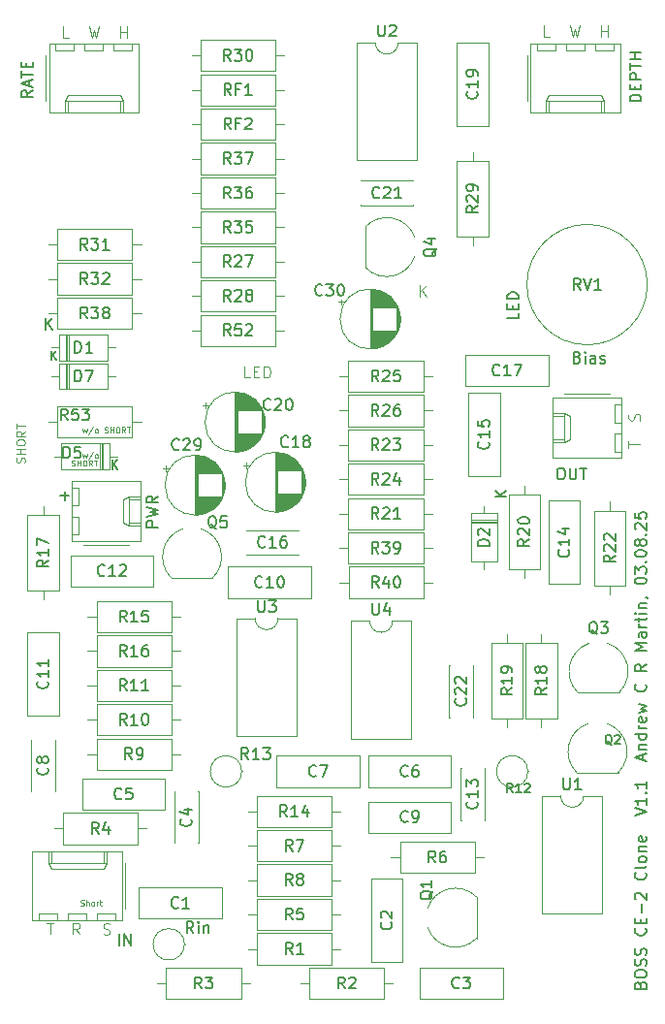
<source format=gbr>
%TF.GenerationSoftware,KiCad,Pcbnew,9.0.0*%
%TF.CreationDate,2025-09-04T18:21:01+01:00*%
%TF.ProjectId,BossCE2,426f7373-4345-4322-9e6b-696361645f70,V1.1*%
%TF.SameCoordinates,Original*%
%TF.FileFunction,Legend,Top*%
%TF.FilePolarity,Positive*%
%FSLAX46Y46*%
G04 Gerber Fmt 4.6, Leading zero omitted, Abs format (unit mm)*
G04 Created by KiCad (PCBNEW 9.0.0) date 2025-09-04 18:21:01*
%MOMM*%
%LPD*%
G01*
G04 APERTURE LIST*
%ADD10C,0.100000*%
%ADD11C,0.200000*%
%ADD12C,0.150000*%
%ADD13C,0.125000*%
%ADD14C,0.120000*%
G04 APERTURE END LIST*
D10*
X39937217Y-81300276D02*
X40032455Y-81633609D01*
X40032455Y-81633609D02*
X40127693Y-81395514D01*
X40127693Y-81395514D02*
X40222931Y-81633609D01*
X40222931Y-81633609D02*
X40318169Y-81300276D01*
X40865789Y-81109800D02*
X40437218Y-81752657D01*
X41103885Y-81633609D02*
X41056266Y-81609800D01*
X41056266Y-81609800D02*
X41032456Y-81585990D01*
X41032456Y-81585990D02*
X41008647Y-81538371D01*
X41008647Y-81538371D02*
X41008647Y-81395514D01*
X41008647Y-81395514D02*
X41032456Y-81347895D01*
X41032456Y-81347895D02*
X41056266Y-81324085D01*
X41056266Y-81324085D02*
X41103885Y-81300276D01*
X41103885Y-81300276D02*
X41175313Y-81300276D01*
X41175313Y-81300276D02*
X41222932Y-81324085D01*
X41222932Y-81324085D02*
X41246742Y-81347895D01*
X41246742Y-81347895D02*
X41270551Y-81395514D01*
X41270551Y-81395514D02*
X41270551Y-81538371D01*
X41270551Y-81538371D02*
X41246742Y-81585990D01*
X41246742Y-81585990D02*
X41222932Y-81609800D01*
X41222932Y-81609800D02*
X41175313Y-81633609D01*
X41175313Y-81633609D02*
X41103885Y-81633609D01*
D11*
X37994673Y-84936266D02*
X38756578Y-84936266D01*
X38375625Y-85317219D02*
X38375625Y-84555314D01*
D10*
X39675312Y-123222419D02*
X39341979Y-122746228D01*
X39103884Y-123222419D02*
X39103884Y-122222419D01*
X39103884Y-122222419D02*
X39484836Y-122222419D01*
X39484836Y-122222419D02*
X39580074Y-122270038D01*
X39580074Y-122270038D02*
X39627693Y-122317657D01*
X39627693Y-122317657D02*
X39675312Y-122412895D01*
X39675312Y-122412895D02*
X39675312Y-122555752D01*
X39675312Y-122555752D02*
X39627693Y-122650990D01*
X39627693Y-122650990D02*
X39580074Y-122698609D01*
X39580074Y-122698609D02*
X39484836Y-122746228D01*
X39484836Y-122746228D02*
X39103884Y-122746228D01*
X39761027Y-120709800D02*
X39832455Y-120733609D01*
X39832455Y-120733609D02*
X39951503Y-120733609D01*
X39951503Y-120733609D02*
X39999122Y-120709800D01*
X39999122Y-120709800D02*
X40022931Y-120685990D01*
X40022931Y-120685990D02*
X40046741Y-120638371D01*
X40046741Y-120638371D02*
X40046741Y-120590752D01*
X40046741Y-120590752D02*
X40022931Y-120543133D01*
X40022931Y-120543133D02*
X39999122Y-120519323D01*
X39999122Y-120519323D02*
X39951503Y-120495514D01*
X39951503Y-120495514D02*
X39856265Y-120471704D01*
X39856265Y-120471704D02*
X39808646Y-120447895D01*
X39808646Y-120447895D02*
X39784836Y-120424085D01*
X39784836Y-120424085D02*
X39761027Y-120376466D01*
X39761027Y-120376466D02*
X39761027Y-120328847D01*
X39761027Y-120328847D02*
X39784836Y-120281228D01*
X39784836Y-120281228D02*
X39808646Y-120257419D01*
X39808646Y-120257419D02*
X39856265Y-120233609D01*
X39856265Y-120233609D02*
X39975312Y-120233609D01*
X39975312Y-120233609D02*
X40046741Y-120257419D01*
X40261026Y-120733609D02*
X40261026Y-120233609D01*
X40475312Y-120733609D02*
X40475312Y-120471704D01*
X40475312Y-120471704D02*
X40451502Y-120424085D01*
X40451502Y-120424085D02*
X40403883Y-120400276D01*
X40403883Y-120400276D02*
X40332455Y-120400276D01*
X40332455Y-120400276D02*
X40284836Y-120424085D01*
X40284836Y-120424085D02*
X40261026Y-120447895D01*
X40784836Y-120733609D02*
X40737217Y-120709800D01*
X40737217Y-120709800D02*
X40713407Y-120685990D01*
X40713407Y-120685990D02*
X40689598Y-120638371D01*
X40689598Y-120638371D02*
X40689598Y-120495514D01*
X40689598Y-120495514D02*
X40713407Y-120447895D01*
X40713407Y-120447895D02*
X40737217Y-120424085D01*
X40737217Y-120424085D02*
X40784836Y-120400276D01*
X40784836Y-120400276D02*
X40856264Y-120400276D01*
X40856264Y-120400276D02*
X40903883Y-120424085D01*
X40903883Y-120424085D02*
X40927693Y-120447895D01*
X40927693Y-120447895D02*
X40951502Y-120495514D01*
X40951502Y-120495514D02*
X40951502Y-120638371D01*
X40951502Y-120638371D02*
X40927693Y-120685990D01*
X40927693Y-120685990D02*
X40903883Y-120709800D01*
X40903883Y-120709800D02*
X40856264Y-120733609D01*
X40856264Y-120733609D02*
X40784836Y-120733609D01*
X41165788Y-120733609D02*
X41165788Y-120400276D01*
X41165788Y-120495514D02*
X41189598Y-120447895D01*
X41189598Y-120447895D02*
X41213407Y-120424085D01*
X41213407Y-120424085D02*
X41261026Y-120400276D01*
X41261026Y-120400276D02*
X41308645Y-120400276D01*
X41403884Y-120400276D02*
X41594360Y-120400276D01*
X41475312Y-120233609D02*
X41475312Y-120662180D01*
X41475312Y-120662180D02*
X41499122Y-120709800D01*
X41499122Y-120709800D02*
X41546741Y-120733609D01*
X41546741Y-120733609D02*
X41594360Y-120733609D01*
X54530074Y-74622419D02*
X54053884Y-74622419D01*
X54053884Y-74622419D02*
X54053884Y-73622419D01*
X54863408Y-74098609D02*
X55196741Y-74098609D01*
X55339598Y-74622419D02*
X54863408Y-74622419D01*
X54863408Y-74622419D02*
X54863408Y-73622419D01*
X54863408Y-73622419D02*
X55339598Y-73622419D01*
X55768170Y-74622419D02*
X55768170Y-73622419D01*
X55768170Y-73622419D02*
X56006265Y-73622419D01*
X56006265Y-73622419D02*
X56149122Y-73670038D01*
X56149122Y-73670038D02*
X56244360Y-73765276D01*
X56244360Y-73765276D02*
X56291979Y-73860514D01*
X56291979Y-73860514D02*
X56339598Y-74050990D01*
X56339598Y-74050990D02*
X56339598Y-74193847D01*
X56339598Y-74193847D02*
X56291979Y-74384323D01*
X56291979Y-74384323D02*
X56244360Y-74479561D01*
X56244360Y-74479561D02*
X56149122Y-74574800D01*
X56149122Y-74574800D02*
X56006265Y-74622419D01*
X56006265Y-74622419D02*
X55768170Y-74622419D01*
D12*
X49608207Y-123119819D02*
X49274874Y-122643628D01*
X49036779Y-123119819D02*
X49036779Y-122119819D01*
X49036779Y-122119819D02*
X49417731Y-122119819D01*
X49417731Y-122119819D02*
X49512969Y-122167438D01*
X49512969Y-122167438D02*
X49560588Y-122215057D01*
X49560588Y-122215057D02*
X49608207Y-122310295D01*
X49608207Y-122310295D02*
X49608207Y-122453152D01*
X49608207Y-122453152D02*
X49560588Y-122548390D01*
X49560588Y-122548390D02*
X49512969Y-122596009D01*
X49512969Y-122596009D02*
X49417731Y-122643628D01*
X49417731Y-122643628D02*
X49036779Y-122643628D01*
X50036779Y-123119819D02*
X50036779Y-122453152D01*
X50036779Y-122119819D02*
X49989160Y-122167438D01*
X49989160Y-122167438D02*
X50036779Y-122215057D01*
X50036779Y-122215057D02*
X50084398Y-122167438D01*
X50084398Y-122167438D02*
X50036779Y-122119819D01*
X50036779Y-122119819D02*
X50036779Y-122215057D01*
X50512969Y-122453152D02*
X50512969Y-123119819D01*
X50512969Y-122548390D02*
X50560588Y-122500771D01*
X50560588Y-122500771D02*
X50655826Y-122453152D01*
X50655826Y-122453152D02*
X50798683Y-122453152D01*
X50798683Y-122453152D02*
X50893921Y-122500771D01*
X50893921Y-122500771D02*
X50941540Y-122596009D01*
X50941540Y-122596009D02*
X50941540Y-123119819D01*
D10*
X38730074Y-44972419D02*
X38253884Y-44972419D01*
X38253884Y-44972419D02*
X38253884Y-43972419D01*
X40491980Y-43972419D02*
X40730075Y-44972419D01*
X40730075Y-44972419D02*
X40920551Y-44258133D01*
X40920551Y-44258133D02*
X41111027Y-44972419D01*
X41111027Y-44972419D02*
X41349123Y-43972419D01*
X43253885Y-44972419D02*
X43253885Y-43972419D01*
X43253885Y-44448609D02*
X43825313Y-44448609D01*
X43825313Y-44972419D02*
X43825313Y-43972419D01*
X36811027Y-122222419D02*
X37382455Y-122222419D01*
X37096741Y-123222419D02*
X37096741Y-122222419D01*
D11*
X83153006Y-72843409D02*
X83295863Y-72891028D01*
X83295863Y-72891028D02*
X83343482Y-72938647D01*
X83343482Y-72938647D02*
X83391101Y-73033885D01*
X83391101Y-73033885D02*
X83391101Y-73176742D01*
X83391101Y-73176742D02*
X83343482Y-73271980D01*
X83343482Y-73271980D02*
X83295863Y-73319600D01*
X83295863Y-73319600D02*
X83200625Y-73367219D01*
X83200625Y-73367219D02*
X82819673Y-73367219D01*
X82819673Y-73367219D02*
X82819673Y-72367219D01*
X82819673Y-72367219D02*
X83153006Y-72367219D01*
X83153006Y-72367219D02*
X83248244Y-72414838D01*
X83248244Y-72414838D02*
X83295863Y-72462457D01*
X83295863Y-72462457D02*
X83343482Y-72557695D01*
X83343482Y-72557695D02*
X83343482Y-72652933D01*
X83343482Y-72652933D02*
X83295863Y-72748171D01*
X83295863Y-72748171D02*
X83248244Y-72795790D01*
X83248244Y-72795790D02*
X83153006Y-72843409D01*
X83153006Y-72843409D02*
X82819673Y-72843409D01*
X83819673Y-73367219D02*
X83819673Y-72700552D01*
X83819673Y-72367219D02*
X83772054Y-72414838D01*
X83772054Y-72414838D02*
X83819673Y-72462457D01*
X83819673Y-72462457D02*
X83867292Y-72414838D01*
X83867292Y-72414838D02*
X83819673Y-72367219D01*
X83819673Y-72367219D02*
X83819673Y-72462457D01*
X84724434Y-73367219D02*
X84724434Y-72843409D01*
X84724434Y-72843409D02*
X84676815Y-72748171D01*
X84676815Y-72748171D02*
X84581577Y-72700552D01*
X84581577Y-72700552D02*
X84391101Y-72700552D01*
X84391101Y-72700552D02*
X84295863Y-72748171D01*
X84724434Y-73319600D02*
X84629196Y-73367219D01*
X84629196Y-73367219D02*
X84391101Y-73367219D01*
X84391101Y-73367219D02*
X84295863Y-73319600D01*
X84295863Y-73319600D02*
X84248244Y-73224361D01*
X84248244Y-73224361D02*
X84248244Y-73129123D01*
X84248244Y-73129123D02*
X84295863Y-73033885D01*
X84295863Y-73033885D02*
X84391101Y-72986266D01*
X84391101Y-72986266D02*
X84629196Y-72986266D01*
X84629196Y-72986266D02*
X84724434Y-72938647D01*
X85153006Y-73319600D02*
X85248244Y-73367219D01*
X85248244Y-73367219D02*
X85438720Y-73367219D01*
X85438720Y-73367219D02*
X85533958Y-73319600D01*
X85533958Y-73319600D02*
X85581577Y-73224361D01*
X85581577Y-73224361D02*
X85581577Y-73176742D01*
X85581577Y-73176742D02*
X85533958Y-73081504D01*
X85533958Y-73081504D02*
X85438720Y-73033885D01*
X85438720Y-73033885D02*
X85295863Y-73033885D01*
X85295863Y-73033885D02*
X85200625Y-72986266D01*
X85200625Y-72986266D02*
X85153006Y-72891028D01*
X85153006Y-72891028D02*
X85153006Y-72843409D01*
X85153006Y-72843409D02*
X85200625Y-72748171D01*
X85200625Y-72748171D02*
X85295863Y-72700552D01*
X85295863Y-72700552D02*
X85438720Y-72700552D01*
X85438720Y-72700552D02*
X85533958Y-72748171D01*
X43119673Y-124167219D02*
X43119673Y-123167219D01*
X43595863Y-124167219D02*
X43595863Y-123167219D01*
X43595863Y-123167219D02*
X44167291Y-124167219D01*
X44167291Y-124167219D02*
X44167291Y-123167219D01*
D10*
X80730074Y-44872419D02*
X80253884Y-44872419D01*
X80253884Y-44872419D02*
X80253884Y-43872419D01*
X82491980Y-43872419D02*
X82730075Y-44872419D01*
X82730075Y-44872419D02*
X82920551Y-44158133D01*
X82920551Y-44158133D02*
X83111027Y-44872419D01*
X83111027Y-44872419D02*
X83349123Y-43872419D01*
X85253885Y-44872419D02*
X85253885Y-43872419D01*
X85253885Y-44348609D02*
X85825313Y-44348609D01*
X85825313Y-44872419D02*
X85825313Y-43872419D01*
D13*
X69370331Y-67571119D02*
X69370331Y-66571119D01*
X69941759Y-67571119D02*
X69513188Y-66999690D01*
X69941759Y-66571119D02*
X69370331Y-67142547D01*
D10*
X39937217Y-79100276D02*
X40032455Y-79433609D01*
X40032455Y-79433609D02*
X40127693Y-79195514D01*
X40127693Y-79195514D02*
X40222931Y-79433609D01*
X40222931Y-79433609D02*
X40318169Y-79100276D01*
X40865789Y-78909800D02*
X40437218Y-79552657D01*
X41103885Y-79433609D02*
X41056266Y-79409800D01*
X41056266Y-79409800D02*
X41032456Y-79385990D01*
X41032456Y-79385990D02*
X41008647Y-79338371D01*
X41008647Y-79338371D02*
X41008647Y-79195514D01*
X41008647Y-79195514D02*
X41032456Y-79147895D01*
X41032456Y-79147895D02*
X41056266Y-79124085D01*
X41056266Y-79124085D02*
X41103885Y-79100276D01*
X41103885Y-79100276D02*
X41175313Y-79100276D01*
X41175313Y-79100276D02*
X41222932Y-79124085D01*
X41222932Y-79124085D02*
X41246742Y-79147895D01*
X41246742Y-79147895D02*
X41270551Y-79195514D01*
X41270551Y-79195514D02*
X41270551Y-79338371D01*
X41270551Y-79338371D02*
X41246742Y-79385990D01*
X41246742Y-79385990D02*
X41222932Y-79409800D01*
X41222932Y-79409800D02*
X41175313Y-79433609D01*
X41175313Y-79433609D02*
X41103885Y-79433609D01*
X41841980Y-79409800D02*
X41913408Y-79433609D01*
X41913408Y-79433609D02*
X42032456Y-79433609D01*
X42032456Y-79433609D02*
X42080075Y-79409800D01*
X42080075Y-79409800D02*
X42103884Y-79385990D01*
X42103884Y-79385990D02*
X42127694Y-79338371D01*
X42127694Y-79338371D02*
X42127694Y-79290752D01*
X42127694Y-79290752D02*
X42103884Y-79243133D01*
X42103884Y-79243133D02*
X42080075Y-79219323D01*
X42080075Y-79219323D02*
X42032456Y-79195514D01*
X42032456Y-79195514D02*
X41937218Y-79171704D01*
X41937218Y-79171704D02*
X41889599Y-79147895D01*
X41889599Y-79147895D02*
X41865789Y-79124085D01*
X41865789Y-79124085D02*
X41841980Y-79076466D01*
X41841980Y-79076466D02*
X41841980Y-79028847D01*
X41841980Y-79028847D02*
X41865789Y-78981228D01*
X41865789Y-78981228D02*
X41889599Y-78957419D01*
X41889599Y-78957419D02*
X41937218Y-78933609D01*
X41937218Y-78933609D02*
X42056265Y-78933609D01*
X42056265Y-78933609D02*
X42127694Y-78957419D01*
X42341979Y-79433609D02*
X42341979Y-78933609D01*
X42341979Y-79171704D02*
X42627693Y-79171704D01*
X42627693Y-79433609D02*
X42627693Y-78933609D01*
X42961027Y-78933609D02*
X43056265Y-78933609D01*
X43056265Y-78933609D02*
X43103884Y-78957419D01*
X43103884Y-78957419D02*
X43151503Y-79005038D01*
X43151503Y-79005038D02*
X43175313Y-79100276D01*
X43175313Y-79100276D02*
X43175313Y-79266942D01*
X43175313Y-79266942D02*
X43151503Y-79362180D01*
X43151503Y-79362180D02*
X43103884Y-79409800D01*
X43103884Y-79409800D02*
X43056265Y-79433609D01*
X43056265Y-79433609D02*
X42961027Y-79433609D01*
X42961027Y-79433609D02*
X42913408Y-79409800D01*
X42913408Y-79409800D02*
X42865789Y-79362180D01*
X42865789Y-79362180D02*
X42841980Y-79266942D01*
X42841980Y-79266942D02*
X42841980Y-79100276D01*
X42841980Y-79100276D02*
X42865789Y-79005038D01*
X42865789Y-79005038D02*
X42913408Y-78957419D01*
X42913408Y-78957419D02*
X42961027Y-78933609D01*
X43675313Y-79433609D02*
X43508647Y-79195514D01*
X43389599Y-79433609D02*
X43389599Y-78933609D01*
X43389599Y-78933609D02*
X43580075Y-78933609D01*
X43580075Y-78933609D02*
X43627694Y-78957419D01*
X43627694Y-78957419D02*
X43651504Y-78981228D01*
X43651504Y-78981228D02*
X43675313Y-79028847D01*
X43675313Y-79028847D02*
X43675313Y-79100276D01*
X43675313Y-79100276D02*
X43651504Y-79147895D01*
X43651504Y-79147895D02*
X43627694Y-79171704D01*
X43627694Y-79171704D02*
X43580075Y-79195514D01*
X43580075Y-79195514D02*
X43389599Y-79195514D01*
X43818171Y-78933609D02*
X44103885Y-78933609D01*
X43961028Y-79433609D02*
X43961028Y-78933609D01*
D11*
X88717219Y-50480326D02*
X87717219Y-50480326D01*
X87717219Y-50480326D02*
X87717219Y-50242231D01*
X87717219Y-50242231D02*
X87764838Y-50099374D01*
X87764838Y-50099374D02*
X87860076Y-50004136D01*
X87860076Y-50004136D02*
X87955314Y-49956517D01*
X87955314Y-49956517D02*
X88145790Y-49908898D01*
X88145790Y-49908898D02*
X88288647Y-49908898D01*
X88288647Y-49908898D02*
X88479123Y-49956517D01*
X88479123Y-49956517D02*
X88574361Y-50004136D01*
X88574361Y-50004136D02*
X88669600Y-50099374D01*
X88669600Y-50099374D02*
X88717219Y-50242231D01*
X88717219Y-50242231D02*
X88717219Y-50480326D01*
X88193409Y-49480326D02*
X88193409Y-49146993D01*
X88717219Y-49004136D02*
X88717219Y-49480326D01*
X88717219Y-49480326D02*
X87717219Y-49480326D01*
X87717219Y-49480326D02*
X87717219Y-49004136D01*
X88717219Y-48575564D02*
X87717219Y-48575564D01*
X87717219Y-48575564D02*
X87717219Y-48194612D01*
X87717219Y-48194612D02*
X87764838Y-48099374D01*
X87764838Y-48099374D02*
X87812457Y-48051755D01*
X87812457Y-48051755D02*
X87907695Y-48004136D01*
X87907695Y-48004136D02*
X88050552Y-48004136D01*
X88050552Y-48004136D02*
X88145790Y-48051755D01*
X88145790Y-48051755D02*
X88193409Y-48099374D01*
X88193409Y-48099374D02*
X88241028Y-48194612D01*
X88241028Y-48194612D02*
X88241028Y-48575564D01*
X87717219Y-47718421D02*
X87717219Y-47146993D01*
X88717219Y-47432707D02*
X87717219Y-47432707D01*
X88717219Y-46813659D02*
X87717219Y-46813659D01*
X88193409Y-46813659D02*
X88193409Y-46242231D01*
X88717219Y-46242231D02*
X87717219Y-46242231D01*
D10*
X34867300Y-82041353D02*
X34903014Y-81934211D01*
X34903014Y-81934211D02*
X34903014Y-81755639D01*
X34903014Y-81755639D02*
X34867300Y-81684211D01*
X34867300Y-81684211D02*
X34831585Y-81648496D01*
X34831585Y-81648496D02*
X34760157Y-81612782D01*
X34760157Y-81612782D02*
X34688728Y-81612782D01*
X34688728Y-81612782D02*
X34617300Y-81648496D01*
X34617300Y-81648496D02*
X34581585Y-81684211D01*
X34581585Y-81684211D02*
X34545871Y-81755639D01*
X34545871Y-81755639D02*
X34510157Y-81898496D01*
X34510157Y-81898496D02*
X34474442Y-81969925D01*
X34474442Y-81969925D02*
X34438728Y-82005639D01*
X34438728Y-82005639D02*
X34367300Y-82041353D01*
X34367300Y-82041353D02*
X34295871Y-82041353D01*
X34295871Y-82041353D02*
X34224442Y-82005639D01*
X34224442Y-82005639D02*
X34188728Y-81969925D01*
X34188728Y-81969925D02*
X34153014Y-81898496D01*
X34153014Y-81898496D02*
X34153014Y-81719925D01*
X34153014Y-81719925D02*
X34188728Y-81612782D01*
X34903014Y-81291353D02*
X34153014Y-81291353D01*
X34510157Y-81291353D02*
X34510157Y-80862782D01*
X34903014Y-80862782D02*
X34153014Y-80862782D01*
X34153014Y-80362782D02*
X34153014Y-80219925D01*
X34153014Y-80219925D02*
X34188728Y-80148496D01*
X34188728Y-80148496D02*
X34260157Y-80077068D01*
X34260157Y-80077068D02*
X34403014Y-80041353D01*
X34403014Y-80041353D02*
X34653014Y-80041353D01*
X34653014Y-80041353D02*
X34795871Y-80077068D01*
X34795871Y-80077068D02*
X34867300Y-80148496D01*
X34867300Y-80148496D02*
X34903014Y-80219925D01*
X34903014Y-80219925D02*
X34903014Y-80362782D01*
X34903014Y-80362782D02*
X34867300Y-80434211D01*
X34867300Y-80434211D02*
X34795871Y-80505639D01*
X34795871Y-80505639D02*
X34653014Y-80541353D01*
X34653014Y-80541353D02*
X34403014Y-80541353D01*
X34403014Y-80541353D02*
X34260157Y-80505639D01*
X34260157Y-80505639D02*
X34188728Y-80434211D01*
X34188728Y-80434211D02*
X34153014Y-80362782D01*
X34903014Y-79291354D02*
X34545871Y-79541354D01*
X34903014Y-79719925D02*
X34153014Y-79719925D01*
X34153014Y-79719925D02*
X34153014Y-79434211D01*
X34153014Y-79434211D02*
X34188728Y-79362782D01*
X34188728Y-79362782D02*
X34224442Y-79327068D01*
X34224442Y-79327068D02*
X34295871Y-79291354D01*
X34295871Y-79291354D02*
X34403014Y-79291354D01*
X34403014Y-79291354D02*
X34474442Y-79327068D01*
X34474442Y-79327068D02*
X34510157Y-79362782D01*
X34510157Y-79362782D02*
X34545871Y-79434211D01*
X34545871Y-79434211D02*
X34545871Y-79719925D01*
X34153014Y-79077068D02*
X34153014Y-78648497D01*
X34903014Y-78862782D02*
X34153014Y-78862782D01*
D11*
X78017219Y-68979136D02*
X78017219Y-69455326D01*
X78017219Y-69455326D02*
X77017219Y-69455326D01*
X77493409Y-68645802D02*
X77493409Y-68312469D01*
X78017219Y-68169612D02*
X78017219Y-68645802D01*
X78017219Y-68645802D02*
X77017219Y-68645802D01*
X77017219Y-68645802D02*
X77017219Y-68169612D01*
X78017219Y-67741040D02*
X77017219Y-67741040D01*
X77017219Y-67741040D02*
X77017219Y-67502945D01*
X77017219Y-67502945D02*
X77064838Y-67360088D01*
X77064838Y-67360088D02*
X77160076Y-67264850D01*
X77160076Y-67264850D02*
X77255314Y-67217231D01*
X77255314Y-67217231D02*
X77445790Y-67169612D01*
X77445790Y-67169612D02*
X77588647Y-67169612D01*
X77588647Y-67169612D02*
X77779123Y-67217231D01*
X77779123Y-67217231D02*
X77874361Y-67264850D01*
X77874361Y-67264850D02*
X77969600Y-67360088D01*
X77969600Y-67360088D02*
X78017219Y-67502945D01*
X78017219Y-67502945D02*
X78017219Y-67741040D01*
X81610149Y-82517219D02*
X81800625Y-82517219D01*
X81800625Y-82517219D02*
X81895863Y-82564838D01*
X81895863Y-82564838D02*
X81991101Y-82660076D01*
X81991101Y-82660076D02*
X82038720Y-82850552D01*
X82038720Y-82850552D02*
X82038720Y-83183885D01*
X82038720Y-83183885D02*
X81991101Y-83374361D01*
X81991101Y-83374361D02*
X81895863Y-83469600D01*
X81895863Y-83469600D02*
X81800625Y-83517219D01*
X81800625Y-83517219D02*
X81610149Y-83517219D01*
X81610149Y-83517219D02*
X81514911Y-83469600D01*
X81514911Y-83469600D02*
X81419673Y-83374361D01*
X81419673Y-83374361D02*
X81372054Y-83183885D01*
X81372054Y-83183885D02*
X81372054Y-82850552D01*
X81372054Y-82850552D02*
X81419673Y-82660076D01*
X81419673Y-82660076D02*
X81514911Y-82564838D01*
X81514911Y-82564838D02*
X81610149Y-82517219D01*
X82467292Y-82517219D02*
X82467292Y-83326742D01*
X82467292Y-83326742D02*
X82514911Y-83421980D01*
X82514911Y-83421980D02*
X82562530Y-83469600D01*
X82562530Y-83469600D02*
X82657768Y-83517219D01*
X82657768Y-83517219D02*
X82848244Y-83517219D01*
X82848244Y-83517219D02*
X82943482Y-83469600D01*
X82943482Y-83469600D02*
X82991101Y-83421980D01*
X82991101Y-83421980D02*
X83038720Y-83326742D01*
X83038720Y-83326742D02*
X83038720Y-82517219D01*
X83372054Y-82517219D02*
X83943482Y-82517219D01*
X83657768Y-83517219D02*
X83657768Y-82517219D01*
X88643409Y-127646993D02*
X88691028Y-127504136D01*
X88691028Y-127504136D02*
X88738647Y-127456517D01*
X88738647Y-127456517D02*
X88833885Y-127408898D01*
X88833885Y-127408898D02*
X88976742Y-127408898D01*
X88976742Y-127408898D02*
X89071980Y-127456517D01*
X89071980Y-127456517D02*
X89119600Y-127504136D01*
X89119600Y-127504136D02*
X89167219Y-127599374D01*
X89167219Y-127599374D02*
X89167219Y-127980326D01*
X89167219Y-127980326D02*
X88167219Y-127980326D01*
X88167219Y-127980326D02*
X88167219Y-127646993D01*
X88167219Y-127646993D02*
X88214838Y-127551755D01*
X88214838Y-127551755D02*
X88262457Y-127504136D01*
X88262457Y-127504136D02*
X88357695Y-127456517D01*
X88357695Y-127456517D02*
X88452933Y-127456517D01*
X88452933Y-127456517D02*
X88548171Y-127504136D01*
X88548171Y-127504136D02*
X88595790Y-127551755D01*
X88595790Y-127551755D02*
X88643409Y-127646993D01*
X88643409Y-127646993D02*
X88643409Y-127980326D01*
X88167219Y-126789850D02*
X88167219Y-126599374D01*
X88167219Y-126599374D02*
X88214838Y-126504136D01*
X88214838Y-126504136D02*
X88310076Y-126408898D01*
X88310076Y-126408898D02*
X88500552Y-126361279D01*
X88500552Y-126361279D02*
X88833885Y-126361279D01*
X88833885Y-126361279D02*
X89024361Y-126408898D01*
X89024361Y-126408898D02*
X89119600Y-126504136D01*
X89119600Y-126504136D02*
X89167219Y-126599374D01*
X89167219Y-126599374D02*
X89167219Y-126789850D01*
X89167219Y-126789850D02*
X89119600Y-126885088D01*
X89119600Y-126885088D02*
X89024361Y-126980326D01*
X89024361Y-126980326D02*
X88833885Y-127027945D01*
X88833885Y-127027945D02*
X88500552Y-127027945D01*
X88500552Y-127027945D02*
X88310076Y-126980326D01*
X88310076Y-126980326D02*
X88214838Y-126885088D01*
X88214838Y-126885088D02*
X88167219Y-126789850D01*
X89119600Y-125980326D02*
X89167219Y-125837469D01*
X89167219Y-125837469D02*
X89167219Y-125599374D01*
X89167219Y-125599374D02*
X89119600Y-125504136D01*
X89119600Y-125504136D02*
X89071980Y-125456517D01*
X89071980Y-125456517D02*
X88976742Y-125408898D01*
X88976742Y-125408898D02*
X88881504Y-125408898D01*
X88881504Y-125408898D02*
X88786266Y-125456517D01*
X88786266Y-125456517D02*
X88738647Y-125504136D01*
X88738647Y-125504136D02*
X88691028Y-125599374D01*
X88691028Y-125599374D02*
X88643409Y-125789850D01*
X88643409Y-125789850D02*
X88595790Y-125885088D01*
X88595790Y-125885088D02*
X88548171Y-125932707D01*
X88548171Y-125932707D02*
X88452933Y-125980326D01*
X88452933Y-125980326D02*
X88357695Y-125980326D01*
X88357695Y-125980326D02*
X88262457Y-125932707D01*
X88262457Y-125932707D02*
X88214838Y-125885088D01*
X88214838Y-125885088D02*
X88167219Y-125789850D01*
X88167219Y-125789850D02*
X88167219Y-125551755D01*
X88167219Y-125551755D02*
X88214838Y-125408898D01*
X89119600Y-125027945D02*
X89167219Y-124885088D01*
X89167219Y-124885088D02*
X89167219Y-124646993D01*
X89167219Y-124646993D02*
X89119600Y-124551755D01*
X89119600Y-124551755D02*
X89071980Y-124504136D01*
X89071980Y-124504136D02*
X88976742Y-124456517D01*
X88976742Y-124456517D02*
X88881504Y-124456517D01*
X88881504Y-124456517D02*
X88786266Y-124504136D01*
X88786266Y-124504136D02*
X88738647Y-124551755D01*
X88738647Y-124551755D02*
X88691028Y-124646993D01*
X88691028Y-124646993D02*
X88643409Y-124837469D01*
X88643409Y-124837469D02*
X88595790Y-124932707D01*
X88595790Y-124932707D02*
X88548171Y-124980326D01*
X88548171Y-124980326D02*
X88452933Y-125027945D01*
X88452933Y-125027945D02*
X88357695Y-125027945D01*
X88357695Y-125027945D02*
X88262457Y-124980326D01*
X88262457Y-124980326D02*
X88214838Y-124932707D01*
X88214838Y-124932707D02*
X88167219Y-124837469D01*
X88167219Y-124837469D02*
X88167219Y-124599374D01*
X88167219Y-124599374D02*
X88214838Y-124456517D01*
X89071980Y-122694612D02*
X89119600Y-122742231D01*
X89119600Y-122742231D02*
X89167219Y-122885088D01*
X89167219Y-122885088D02*
X89167219Y-122980326D01*
X89167219Y-122980326D02*
X89119600Y-123123183D01*
X89119600Y-123123183D02*
X89024361Y-123218421D01*
X89024361Y-123218421D02*
X88929123Y-123266040D01*
X88929123Y-123266040D02*
X88738647Y-123313659D01*
X88738647Y-123313659D02*
X88595790Y-123313659D01*
X88595790Y-123313659D02*
X88405314Y-123266040D01*
X88405314Y-123266040D02*
X88310076Y-123218421D01*
X88310076Y-123218421D02*
X88214838Y-123123183D01*
X88214838Y-123123183D02*
X88167219Y-122980326D01*
X88167219Y-122980326D02*
X88167219Y-122885088D01*
X88167219Y-122885088D02*
X88214838Y-122742231D01*
X88214838Y-122742231D02*
X88262457Y-122694612D01*
X88643409Y-122266040D02*
X88643409Y-121932707D01*
X89167219Y-121789850D02*
X89167219Y-122266040D01*
X89167219Y-122266040D02*
X88167219Y-122266040D01*
X88167219Y-122266040D02*
X88167219Y-121789850D01*
X88786266Y-121361278D02*
X88786266Y-120599374D01*
X88262457Y-120170802D02*
X88214838Y-120123183D01*
X88214838Y-120123183D02*
X88167219Y-120027945D01*
X88167219Y-120027945D02*
X88167219Y-119789850D01*
X88167219Y-119789850D02*
X88214838Y-119694612D01*
X88214838Y-119694612D02*
X88262457Y-119646993D01*
X88262457Y-119646993D02*
X88357695Y-119599374D01*
X88357695Y-119599374D02*
X88452933Y-119599374D01*
X88452933Y-119599374D02*
X88595790Y-119646993D01*
X88595790Y-119646993D02*
X89167219Y-120218421D01*
X89167219Y-120218421D02*
X89167219Y-119599374D01*
X89071980Y-117837469D02*
X89119600Y-117885088D01*
X89119600Y-117885088D02*
X89167219Y-118027945D01*
X89167219Y-118027945D02*
X89167219Y-118123183D01*
X89167219Y-118123183D02*
X89119600Y-118266040D01*
X89119600Y-118266040D02*
X89024361Y-118361278D01*
X89024361Y-118361278D02*
X88929123Y-118408897D01*
X88929123Y-118408897D02*
X88738647Y-118456516D01*
X88738647Y-118456516D02*
X88595790Y-118456516D01*
X88595790Y-118456516D02*
X88405314Y-118408897D01*
X88405314Y-118408897D02*
X88310076Y-118361278D01*
X88310076Y-118361278D02*
X88214838Y-118266040D01*
X88214838Y-118266040D02*
X88167219Y-118123183D01*
X88167219Y-118123183D02*
X88167219Y-118027945D01*
X88167219Y-118027945D02*
X88214838Y-117885088D01*
X88214838Y-117885088D02*
X88262457Y-117837469D01*
X89167219Y-117266040D02*
X89119600Y-117361278D01*
X89119600Y-117361278D02*
X89024361Y-117408897D01*
X89024361Y-117408897D02*
X88167219Y-117408897D01*
X89167219Y-116742230D02*
X89119600Y-116837468D01*
X89119600Y-116837468D02*
X89071980Y-116885087D01*
X89071980Y-116885087D02*
X88976742Y-116932706D01*
X88976742Y-116932706D02*
X88691028Y-116932706D01*
X88691028Y-116932706D02*
X88595790Y-116885087D01*
X88595790Y-116885087D02*
X88548171Y-116837468D01*
X88548171Y-116837468D02*
X88500552Y-116742230D01*
X88500552Y-116742230D02*
X88500552Y-116599373D01*
X88500552Y-116599373D02*
X88548171Y-116504135D01*
X88548171Y-116504135D02*
X88595790Y-116456516D01*
X88595790Y-116456516D02*
X88691028Y-116408897D01*
X88691028Y-116408897D02*
X88976742Y-116408897D01*
X88976742Y-116408897D02*
X89071980Y-116456516D01*
X89071980Y-116456516D02*
X89119600Y-116504135D01*
X89119600Y-116504135D02*
X89167219Y-116599373D01*
X89167219Y-116599373D02*
X89167219Y-116742230D01*
X88500552Y-115980325D02*
X89167219Y-115980325D01*
X88595790Y-115980325D02*
X88548171Y-115932706D01*
X88548171Y-115932706D02*
X88500552Y-115837468D01*
X88500552Y-115837468D02*
X88500552Y-115694611D01*
X88500552Y-115694611D02*
X88548171Y-115599373D01*
X88548171Y-115599373D02*
X88643409Y-115551754D01*
X88643409Y-115551754D02*
X89167219Y-115551754D01*
X89119600Y-114694611D02*
X89167219Y-114789849D01*
X89167219Y-114789849D02*
X89167219Y-114980325D01*
X89167219Y-114980325D02*
X89119600Y-115075563D01*
X89119600Y-115075563D02*
X89024361Y-115123182D01*
X89024361Y-115123182D02*
X88643409Y-115123182D01*
X88643409Y-115123182D02*
X88548171Y-115075563D01*
X88548171Y-115075563D02*
X88500552Y-114980325D01*
X88500552Y-114980325D02*
X88500552Y-114789849D01*
X88500552Y-114789849D02*
X88548171Y-114694611D01*
X88548171Y-114694611D02*
X88643409Y-114646992D01*
X88643409Y-114646992D02*
X88738647Y-114646992D01*
X88738647Y-114646992D02*
X88833885Y-115123182D01*
X88167219Y-112837467D02*
X89167219Y-112504134D01*
X89167219Y-112504134D02*
X88167219Y-112170801D01*
X89167219Y-111313658D02*
X89167219Y-111885086D01*
X89167219Y-111599372D02*
X88167219Y-111599372D01*
X88167219Y-111599372D02*
X88310076Y-111694610D01*
X88310076Y-111694610D02*
X88405314Y-111789848D01*
X88405314Y-111789848D02*
X88452933Y-111885086D01*
X89071980Y-110885086D02*
X89119600Y-110837467D01*
X89119600Y-110837467D02*
X89167219Y-110885086D01*
X89167219Y-110885086D02*
X89119600Y-110932705D01*
X89119600Y-110932705D02*
X89071980Y-110885086D01*
X89071980Y-110885086D02*
X89167219Y-110885086D01*
X89167219Y-109885087D02*
X89167219Y-110456515D01*
X89167219Y-110170801D02*
X88167219Y-110170801D01*
X88167219Y-110170801D02*
X88310076Y-110266039D01*
X88310076Y-110266039D02*
X88405314Y-110361277D01*
X88405314Y-110361277D02*
X88452933Y-110456515D01*
X88881504Y-107980324D02*
X88881504Y-107504134D01*
X89167219Y-108075562D02*
X88167219Y-107742229D01*
X88167219Y-107742229D02*
X89167219Y-107408896D01*
X88500552Y-107075562D02*
X89167219Y-107075562D01*
X88595790Y-107075562D02*
X88548171Y-107027943D01*
X88548171Y-107027943D02*
X88500552Y-106932705D01*
X88500552Y-106932705D02*
X88500552Y-106789848D01*
X88500552Y-106789848D02*
X88548171Y-106694610D01*
X88548171Y-106694610D02*
X88643409Y-106646991D01*
X88643409Y-106646991D02*
X89167219Y-106646991D01*
X89167219Y-105742229D02*
X88167219Y-105742229D01*
X89119600Y-105742229D02*
X89167219Y-105837467D01*
X89167219Y-105837467D02*
X89167219Y-106027943D01*
X89167219Y-106027943D02*
X89119600Y-106123181D01*
X89119600Y-106123181D02*
X89071980Y-106170800D01*
X89071980Y-106170800D02*
X88976742Y-106218419D01*
X88976742Y-106218419D02*
X88691028Y-106218419D01*
X88691028Y-106218419D02*
X88595790Y-106170800D01*
X88595790Y-106170800D02*
X88548171Y-106123181D01*
X88548171Y-106123181D02*
X88500552Y-106027943D01*
X88500552Y-106027943D02*
X88500552Y-105837467D01*
X88500552Y-105837467D02*
X88548171Y-105742229D01*
X89167219Y-105266038D02*
X88500552Y-105266038D01*
X88691028Y-105266038D02*
X88595790Y-105218419D01*
X88595790Y-105218419D02*
X88548171Y-105170800D01*
X88548171Y-105170800D02*
X88500552Y-105075562D01*
X88500552Y-105075562D02*
X88500552Y-104980324D01*
X89119600Y-104266038D02*
X89167219Y-104361276D01*
X89167219Y-104361276D02*
X89167219Y-104551752D01*
X89167219Y-104551752D02*
X89119600Y-104646990D01*
X89119600Y-104646990D02*
X89024361Y-104694609D01*
X89024361Y-104694609D02*
X88643409Y-104694609D01*
X88643409Y-104694609D02*
X88548171Y-104646990D01*
X88548171Y-104646990D02*
X88500552Y-104551752D01*
X88500552Y-104551752D02*
X88500552Y-104361276D01*
X88500552Y-104361276D02*
X88548171Y-104266038D01*
X88548171Y-104266038D02*
X88643409Y-104218419D01*
X88643409Y-104218419D02*
X88738647Y-104218419D01*
X88738647Y-104218419D02*
X88833885Y-104694609D01*
X88500552Y-103885085D02*
X89167219Y-103694609D01*
X89167219Y-103694609D02*
X88691028Y-103504133D01*
X88691028Y-103504133D02*
X89167219Y-103313657D01*
X89167219Y-103313657D02*
X88500552Y-103123181D01*
X89071980Y-101408895D02*
X89119600Y-101456514D01*
X89119600Y-101456514D02*
X89167219Y-101599371D01*
X89167219Y-101599371D02*
X89167219Y-101694609D01*
X89167219Y-101694609D02*
X89119600Y-101837466D01*
X89119600Y-101837466D02*
X89024361Y-101932704D01*
X89024361Y-101932704D02*
X88929123Y-101980323D01*
X88929123Y-101980323D02*
X88738647Y-102027942D01*
X88738647Y-102027942D02*
X88595790Y-102027942D01*
X88595790Y-102027942D02*
X88405314Y-101980323D01*
X88405314Y-101980323D02*
X88310076Y-101932704D01*
X88310076Y-101932704D02*
X88214838Y-101837466D01*
X88214838Y-101837466D02*
X88167219Y-101694609D01*
X88167219Y-101694609D02*
X88167219Y-101599371D01*
X88167219Y-101599371D02*
X88214838Y-101456514D01*
X88214838Y-101456514D02*
X88262457Y-101408895D01*
X89167219Y-99646990D02*
X88691028Y-99980323D01*
X89167219Y-100218418D02*
X88167219Y-100218418D01*
X88167219Y-100218418D02*
X88167219Y-99837466D01*
X88167219Y-99837466D02*
X88214838Y-99742228D01*
X88214838Y-99742228D02*
X88262457Y-99694609D01*
X88262457Y-99694609D02*
X88357695Y-99646990D01*
X88357695Y-99646990D02*
X88500552Y-99646990D01*
X88500552Y-99646990D02*
X88595790Y-99694609D01*
X88595790Y-99694609D02*
X88643409Y-99742228D01*
X88643409Y-99742228D02*
X88691028Y-99837466D01*
X88691028Y-99837466D02*
X88691028Y-100218418D01*
X89167219Y-98456513D02*
X88167219Y-98456513D01*
X88167219Y-98456513D02*
X88881504Y-98123180D01*
X88881504Y-98123180D02*
X88167219Y-97789847D01*
X88167219Y-97789847D02*
X89167219Y-97789847D01*
X89167219Y-96885085D02*
X88643409Y-96885085D01*
X88643409Y-96885085D02*
X88548171Y-96932704D01*
X88548171Y-96932704D02*
X88500552Y-97027942D01*
X88500552Y-97027942D02*
X88500552Y-97218418D01*
X88500552Y-97218418D02*
X88548171Y-97313656D01*
X89119600Y-96885085D02*
X89167219Y-96980323D01*
X89167219Y-96980323D02*
X89167219Y-97218418D01*
X89167219Y-97218418D02*
X89119600Y-97313656D01*
X89119600Y-97313656D02*
X89024361Y-97361275D01*
X89024361Y-97361275D02*
X88929123Y-97361275D01*
X88929123Y-97361275D02*
X88833885Y-97313656D01*
X88833885Y-97313656D02*
X88786266Y-97218418D01*
X88786266Y-97218418D02*
X88786266Y-96980323D01*
X88786266Y-96980323D02*
X88738647Y-96885085D01*
X89167219Y-96408894D02*
X88500552Y-96408894D01*
X88691028Y-96408894D02*
X88595790Y-96361275D01*
X88595790Y-96361275D02*
X88548171Y-96313656D01*
X88548171Y-96313656D02*
X88500552Y-96218418D01*
X88500552Y-96218418D02*
X88500552Y-96123180D01*
X88500552Y-95932703D02*
X88500552Y-95551751D01*
X88167219Y-95789846D02*
X89024361Y-95789846D01*
X89024361Y-95789846D02*
X89119600Y-95742227D01*
X89119600Y-95742227D02*
X89167219Y-95646989D01*
X89167219Y-95646989D02*
X89167219Y-95551751D01*
X89167219Y-95218417D02*
X88500552Y-95218417D01*
X88167219Y-95218417D02*
X88214838Y-95266036D01*
X88214838Y-95266036D02*
X88262457Y-95218417D01*
X88262457Y-95218417D02*
X88214838Y-95170798D01*
X88214838Y-95170798D02*
X88167219Y-95218417D01*
X88167219Y-95218417D02*
X88262457Y-95218417D01*
X88500552Y-94742227D02*
X89167219Y-94742227D01*
X88595790Y-94742227D02*
X88548171Y-94694608D01*
X88548171Y-94694608D02*
X88500552Y-94599370D01*
X88500552Y-94599370D02*
X88500552Y-94456513D01*
X88500552Y-94456513D02*
X88548171Y-94361275D01*
X88548171Y-94361275D02*
X88643409Y-94313656D01*
X88643409Y-94313656D02*
X89167219Y-94313656D01*
X89119600Y-93789846D02*
X89167219Y-93789846D01*
X89167219Y-93789846D02*
X89262457Y-93837465D01*
X89262457Y-93837465D02*
X89310076Y-93885084D01*
X88167219Y-92408894D02*
X88167219Y-92313656D01*
X88167219Y-92313656D02*
X88214838Y-92218418D01*
X88214838Y-92218418D02*
X88262457Y-92170799D01*
X88262457Y-92170799D02*
X88357695Y-92123180D01*
X88357695Y-92123180D02*
X88548171Y-92075561D01*
X88548171Y-92075561D02*
X88786266Y-92075561D01*
X88786266Y-92075561D02*
X88976742Y-92123180D01*
X88976742Y-92123180D02*
X89071980Y-92170799D01*
X89071980Y-92170799D02*
X89119600Y-92218418D01*
X89119600Y-92218418D02*
X89167219Y-92313656D01*
X89167219Y-92313656D02*
X89167219Y-92408894D01*
X89167219Y-92408894D02*
X89119600Y-92504132D01*
X89119600Y-92504132D02*
X89071980Y-92551751D01*
X89071980Y-92551751D02*
X88976742Y-92599370D01*
X88976742Y-92599370D02*
X88786266Y-92646989D01*
X88786266Y-92646989D02*
X88548171Y-92646989D01*
X88548171Y-92646989D02*
X88357695Y-92599370D01*
X88357695Y-92599370D02*
X88262457Y-92551751D01*
X88262457Y-92551751D02*
X88214838Y-92504132D01*
X88214838Y-92504132D02*
X88167219Y-92408894D01*
X88167219Y-91742227D02*
X88167219Y-91123180D01*
X88167219Y-91123180D02*
X88548171Y-91456513D01*
X88548171Y-91456513D02*
X88548171Y-91313656D01*
X88548171Y-91313656D02*
X88595790Y-91218418D01*
X88595790Y-91218418D02*
X88643409Y-91170799D01*
X88643409Y-91170799D02*
X88738647Y-91123180D01*
X88738647Y-91123180D02*
X88976742Y-91123180D01*
X88976742Y-91123180D02*
X89071980Y-91170799D01*
X89071980Y-91170799D02*
X89119600Y-91218418D01*
X89119600Y-91218418D02*
X89167219Y-91313656D01*
X89167219Y-91313656D02*
X89167219Y-91599370D01*
X89167219Y-91599370D02*
X89119600Y-91694608D01*
X89119600Y-91694608D02*
X89071980Y-91742227D01*
X89071980Y-90694608D02*
X89119600Y-90646989D01*
X89119600Y-90646989D02*
X89167219Y-90694608D01*
X89167219Y-90694608D02*
X89119600Y-90742227D01*
X89119600Y-90742227D02*
X89071980Y-90694608D01*
X89071980Y-90694608D02*
X89167219Y-90694608D01*
X88167219Y-90027942D02*
X88167219Y-89932704D01*
X88167219Y-89932704D02*
X88214838Y-89837466D01*
X88214838Y-89837466D02*
X88262457Y-89789847D01*
X88262457Y-89789847D02*
X88357695Y-89742228D01*
X88357695Y-89742228D02*
X88548171Y-89694609D01*
X88548171Y-89694609D02*
X88786266Y-89694609D01*
X88786266Y-89694609D02*
X88976742Y-89742228D01*
X88976742Y-89742228D02*
X89071980Y-89789847D01*
X89071980Y-89789847D02*
X89119600Y-89837466D01*
X89119600Y-89837466D02*
X89167219Y-89932704D01*
X89167219Y-89932704D02*
X89167219Y-90027942D01*
X89167219Y-90027942D02*
X89119600Y-90123180D01*
X89119600Y-90123180D02*
X89071980Y-90170799D01*
X89071980Y-90170799D02*
X88976742Y-90218418D01*
X88976742Y-90218418D02*
X88786266Y-90266037D01*
X88786266Y-90266037D02*
X88548171Y-90266037D01*
X88548171Y-90266037D02*
X88357695Y-90218418D01*
X88357695Y-90218418D02*
X88262457Y-90170799D01*
X88262457Y-90170799D02*
X88214838Y-90123180D01*
X88214838Y-90123180D02*
X88167219Y-90027942D01*
X88595790Y-89123180D02*
X88548171Y-89218418D01*
X88548171Y-89218418D02*
X88500552Y-89266037D01*
X88500552Y-89266037D02*
X88405314Y-89313656D01*
X88405314Y-89313656D02*
X88357695Y-89313656D01*
X88357695Y-89313656D02*
X88262457Y-89266037D01*
X88262457Y-89266037D02*
X88214838Y-89218418D01*
X88214838Y-89218418D02*
X88167219Y-89123180D01*
X88167219Y-89123180D02*
X88167219Y-88932704D01*
X88167219Y-88932704D02*
X88214838Y-88837466D01*
X88214838Y-88837466D02*
X88262457Y-88789847D01*
X88262457Y-88789847D02*
X88357695Y-88742228D01*
X88357695Y-88742228D02*
X88405314Y-88742228D01*
X88405314Y-88742228D02*
X88500552Y-88789847D01*
X88500552Y-88789847D02*
X88548171Y-88837466D01*
X88548171Y-88837466D02*
X88595790Y-88932704D01*
X88595790Y-88932704D02*
X88595790Y-89123180D01*
X88595790Y-89123180D02*
X88643409Y-89218418D01*
X88643409Y-89218418D02*
X88691028Y-89266037D01*
X88691028Y-89266037D02*
X88786266Y-89313656D01*
X88786266Y-89313656D02*
X88976742Y-89313656D01*
X88976742Y-89313656D02*
X89071980Y-89266037D01*
X89071980Y-89266037D02*
X89119600Y-89218418D01*
X89119600Y-89218418D02*
X89167219Y-89123180D01*
X89167219Y-89123180D02*
X89167219Y-88932704D01*
X89167219Y-88932704D02*
X89119600Y-88837466D01*
X89119600Y-88837466D02*
X89071980Y-88789847D01*
X89071980Y-88789847D02*
X88976742Y-88742228D01*
X88976742Y-88742228D02*
X88786266Y-88742228D01*
X88786266Y-88742228D02*
X88691028Y-88789847D01*
X88691028Y-88789847D02*
X88643409Y-88837466D01*
X88643409Y-88837466D02*
X88595790Y-88932704D01*
X89071980Y-88313656D02*
X89119600Y-88266037D01*
X89119600Y-88266037D02*
X89167219Y-88313656D01*
X89167219Y-88313656D02*
X89119600Y-88361275D01*
X89119600Y-88361275D02*
X89071980Y-88313656D01*
X89071980Y-88313656D02*
X89167219Y-88313656D01*
X88262457Y-87885085D02*
X88214838Y-87837466D01*
X88214838Y-87837466D02*
X88167219Y-87742228D01*
X88167219Y-87742228D02*
X88167219Y-87504133D01*
X88167219Y-87504133D02*
X88214838Y-87408895D01*
X88214838Y-87408895D02*
X88262457Y-87361276D01*
X88262457Y-87361276D02*
X88357695Y-87313657D01*
X88357695Y-87313657D02*
X88452933Y-87313657D01*
X88452933Y-87313657D02*
X88595790Y-87361276D01*
X88595790Y-87361276D02*
X89167219Y-87932704D01*
X89167219Y-87932704D02*
X89167219Y-87313657D01*
X88167219Y-86408895D02*
X88167219Y-86885085D01*
X88167219Y-86885085D02*
X88643409Y-86932704D01*
X88643409Y-86932704D02*
X88595790Y-86885085D01*
X88595790Y-86885085D02*
X88548171Y-86789847D01*
X88548171Y-86789847D02*
X88548171Y-86551752D01*
X88548171Y-86551752D02*
X88595790Y-86456514D01*
X88595790Y-86456514D02*
X88643409Y-86408895D01*
X88643409Y-86408895D02*
X88738647Y-86361276D01*
X88738647Y-86361276D02*
X88976742Y-86361276D01*
X88976742Y-86361276D02*
X89071980Y-86408895D01*
X89071980Y-86408895D02*
X89119600Y-86456514D01*
X89119600Y-86456514D02*
X89167219Y-86551752D01*
X89167219Y-86551752D02*
X89167219Y-86789847D01*
X89167219Y-86789847D02*
X89119600Y-86885085D01*
X89119600Y-86885085D02*
X89071980Y-86932704D01*
D10*
X41756265Y-123224800D02*
X41899122Y-123272419D01*
X41899122Y-123272419D02*
X42137217Y-123272419D01*
X42137217Y-123272419D02*
X42232455Y-123224800D01*
X42232455Y-123224800D02*
X42280074Y-123177180D01*
X42280074Y-123177180D02*
X42327693Y-123081942D01*
X42327693Y-123081942D02*
X42327693Y-122986704D01*
X42327693Y-122986704D02*
X42280074Y-122891466D01*
X42280074Y-122891466D02*
X42232455Y-122843847D01*
X42232455Y-122843847D02*
X42137217Y-122796228D01*
X42137217Y-122796228D02*
X41946741Y-122748609D01*
X41946741Y-122748609D02*
X41851503Y-122700990D01*
X41851503Y-122700990D02*
X41803884Y-122653371D01*
X41803884Y-122653371D02*
X41756265Y-122558133D01*
X41756265Y-122558133D02*
X41756265Y-122462895D01*
X41756265Y-122462895D02*
X41803884Y-122367657D01*
X41803884Y-122367657D02*
X41851503Y-122320038D01*
X41851503Y-122320038D02*
X41946741Y-122272419D01*
X41946741Y-122272419D02*
X42184836Y-122272419D01*
X42184836Y-122272419D02*
X42327693Y-122320038D01*
D11*
X46517219Y-87680326D02*
X45517219Y-87680326D01*
X45517219Y-87680326D02*
X45517219Y-87299374D01*
X45517219Y-87299374D02*
X45564838Y-87204136D01*
X45564838Y-87204136D02*
X45612457Y-87156517D01*
X45612457Y-87156517D02*
X45707695Y-87108898D01*
X45707695Y-87108898D02*
X45850552Y-87108898D01*
X45850552Y-87108898D02*
X45945790Y-87156517D01*
X45945790Y-87156517D02*
X45993409Y-87204136D01*
X45993409Y-87204136D02*
X46041028Y-87299374D01*
X46041028Y-87299374D02*
X46041028Y-87680326D01*
X45517219Y-86775564D02*
X46517219Y-86537469D01*
X46517219Y-86537469D02*
X45802933Y-86346993D01*
X45802933Y-86346993D02*
X46517219Y-86156517D01*
X46517219Y-86156517D02*
X45517219Y-85918422D01*
X46517219Y-84966041D02*
X46041028Y-85299374D01*
X46517219Y-85537469D02*
X45517219Y-85537469D01*
X45517219Y-85537469D02*
X45517219Y-85156517D01*
X45517219Y-85156517D02*
X45564838Y-85061279D01*
X45564838Y-85061279D02*
X45612457Y-85013660D01*
X45612457Y-85013660D02*
X45707695Y-84966041D01*
X45707695Y-84966041D02*
X45850552Y-84966041D01*
X45850552Y-84966041D02*
X45945790Y-85013660D01*
X45945790Y-85013660D02*
X45993409Y-85061279D01*
X45993409Y-85061279D02*
X46041028Y-85156517D01*
X46041028Y-85156517D02*
X46041028Y-85537469D01*
X35567219Y-49558898D02*
X35091028Y-49892231D01*
X35567219Y-50130326D02*
X34567219Y-50130326D01*
X34567219Y-50130326D02*
X34567219Y-49749374D01*
X34567219Y-49749374D02*
X34614838Y-49654136D01*
X34614838Y-49654136D02*
X34662457Y-49606517D01*
X34662457Y-49606517D02*
X34757695Y-49558898D01*
X34757695Y-49558898D02*
X34900552Y-49558898D01*
X34900552Y-49558898D02*
X34995790Y-49606517D01*
X34995790Y-49606517D02*
X35043409Y-49654136D01*
X35043409Y-49654136D02*
X35091028Y-49749374D01*
X35091028Y-49749374D02*
X35091028Y-50130326D01*
X35281504Y-49177945D02*
X35281504Y-48701755D01*
X35567219Y-49273183D02*
X34567219Y-48939850D01*
X34567219Y-48939850D02*
X35567219Y-48606517D01*
X34567219Y-48416040D02*
X34567219Y-47844612D01*
X35567219Y-48130326D02*
X34567219Y-48130326D01*
X35043409Y-47511278D02*
X35043409Y-47177945D01*
X35567219Y-47035088D02*
X35567219Y-47511278D01*
X35567219Y-47511278D02*
X34567219Y-47511278D01*
X34567219Y-47511278D02*
X34567219Y-47035088D01*
D10*
X87622419Y-80738972D02*
X87622419Y-80167544D01*
X88622419Y-80453258D02*
X87622419Y-80453258D01*
X88574800Y-78358019D02*
X88622419Y-78215162D01*
X88622419Y-78215162D02*
X88622419Y-77977067D01*
X88622419Y-77977067D02*
X88574800Y-77881829D01*
X88574800Y-77881829D02*
X88527180Y-77834210D01*
X88527180Y-77834210D02*
X88431942Y-77786591D01*
X88431942Y-77786591D02*
X88336704Y-77786591D01*
X88336704Y-77786591D02*
X88241466Y-77834210D01*
X88241466Y-77834210D02*
X88193847Y-77881829D01*
X88193847Y-77881829D02*
X88146228Y-77977067D01*
X88146228Y-77977067D02*
X88098609Y-78167543D01*
X88098609Y-78167543D02*
X88050990Y-78262781D01*
X88050990Y-78262781D02*
X88003371Y-78310400D01*
X88003371Y-78310400D02*
X87908133Y-78358019D01*
X87908133Y-78358019D02*
X87812895Y-78358019D01*
X87812895Y-78358019D02*
X87717657Y-78310400D01*
X87717657Y-78310400D02*
X87670038Y-78262781D01*
X87670038Y-78262781D02*
X87622419Y-78167543D01*
X87622419Y-78167543D02*
X87622419Y-77929448D01*
X87622419Y-77929448D02*
X87670038Y-77786591D01*
X38961027Y-82309800D02*
X39032455Y-82333609D01*
X39032455Y-82333609D02*
X39151503Y-82333609D01*
X39151503Y-82333609D02*
X39199122Y-82309800D01*
X39199122Y-82309800D02*
X39222931Y-82285990D01*
X39222931Y-82285990D02*
X39246741Y-82238371D01*
X39246741Y-82238371D02*
X39246741Y-82190752D01*
X39246741Y-82190752D02*
X39222931Y-82143133D01*
X39222931Y-82143133D02*
X39199122Y-82119323D01*
X39199122Y-82119323D02*
X39151503Y-82095514D01*
X39151503Y-82095514D02*
X39056265Y-82071704D01*
X39056265Y-82071704D02*
X39008646Y-82047895D01*
X39008646Y-82047895D02*
X38984836Y-82024085D01*
X38984836Y-82024085D02*
X38961027Y-81976466D01*
X38961027Y-81976466D02*
X38961027Y-81928847D01*
X38961027Y-81928847D02*
X38984836Y-81881228D01*
X38984836Y-81881228D02*
X39008646Y-81857419D01*
X39008646Y-81857419D02*
X39056265Y-81833609D01*
X39056265Y-81833609D02*
X39175312Y-81833609D01*
X39175312Y-81833609D02*
X39246741Y-81857419D01*
X39461026Y-82333609D02*
X39461026Y-81833609D01*
X39461026Y-82071704D02*
X39746740Y-82071704D01*
X39746740Y-82333609D02*
X39746740Y-81833609D01*
X40080074Y-81833609D02*
X40175312Y-81833609D01*
X40175312Y-81833609D02*
X40222931Y-81857419D01*
X40222931Y-81857419D02*
X40270550Y-81905038D01*
X40270550Y-81905038D02*
X40294360Y-82000276D01*
X40294360Y-82000276D02*
X40294360Y-82166942D01*
X40294360Y-82166942D02*
X40270550Y-82262180D01*
X40270550Y-82262180D02*
X40222931Y-82309800D01*
X40222931Y-82309800D02*
X40175312Y-82333609D01*
X40175312Y-82333609D02*
X40080074Y-82333609D01*
X40080074Y-82333609D02*
X40032455Y-82309800D01*
X40032455Y-82309800D02*
X39984836Y-82262180D01*
X39984836Y-82262180D02*
X39961027Y-82166942D01*
X39961027Y-82166942D02*
X39961027Y-82000276D01*
X39961027Y-82000276D02*
X39984836Y-81905038D01*
X39984836Y-81905038D02*
X40032455Y-81857419D01*
X40032455Y-81857419D02*
X40080074Y-81833609D01*
X40794360Y-82333609D02*
X40627694Y-82095514D01*
X40508646Y-82333609D02*
X40508646Y-81833609D01*
X40508646Y-81833609D02*
X40699122Y-81833609D01*
X40699122Y-81833609D02*
X40746741Y-81857419D01*
X40746741Y-81857419D02*
X40770551Y-81881228D01*
X40770551Y-81881228D02*
X40794360Y-81928847D01*
X40794360Y-81928847D02*
X40794360Y-82000276D01*
X40794360Y-82000276D02*
X40770551Y-82047895D01*
X40770551Y-82047895D02*
X40746741Y-82071704D01*
X40746741Y-82071704D02*
X40699122Y-82095514D01*
X40699122Y-82095514D02*
X40508646Y-82095514D01*
X40937218Y-81833609D02*
X41222932Y-81833609D01*
X41080075Y-82333609D02*
X41080075Y-81833609D01*
D12*
X77485714Y-110862295D02*
X77219047Y-110481342D01*
X77028571Y-110862295D02*
X77028571Y-110062295D01*
X77028571Y-110062295D02*
X77333333Y-110062295D01*
X77333333Y-110062295D02*
X77409523Y-110100390D01*
X77409523Y-110100390D02*
X77447618Y-110138485D01*
X77447618Y-110138485D02*
X77485714Y-110214676D01*
X77485714Y-110214676D02*
X77485714Y-110328961D01*
X77485714Y-110328961D02*
X77447618Y-110405152D01*
X77447618Y-110405152D02*
X77409523Y-110443247D01*
X77409523Y-110443247D02*
X77333333Y-110481342D01*
X77333333Y-110481342D02*
X77028571Y-110481342D01*
X78247618Y-110862295D02*
X77790475Y-110862295D01*
X78019047Y-110862295D02*
X78019047Y-110062295D01*
X78019047Y-110062295D02*
X77942856Y-110176580D01*
X77942856Y-110176580D02*
X77866666Y-110252771D01*
X77866666Y-110252771D02*
X77790475Y-110290866D01*
X78552380Y-110138485D02*
X78590476Y-110100390D01*
X78590476Y-110100390D02*
X78666666Y-110062295D01*
X78666666Y-110062295D02*
X78857142Y-110062295D01*
X78857142Y-110062295D02*
X78933333Y-110100390D01*
X78933333Y-110100390D02*
X78971428Y-110138485D01*
X78971428Y-110138485D02*
X79009523Y-110214676D01*
X79009523Y-110214676D02*
X79009523Y-110290866D01*
X79009523Y-110290866D02*
X78971428Y-110405152D01*
X78971428Y-110405152D02*
X78514285Y-110862295D01*
X78514285Y-110862295D02*
X79009523Y-110862295D01*
X70530057Y-119445238D02*
X70482438Y-119540476D01*
X70482438Y-119540476D02*
X70387200Y-119635714D01*
X70387200Y-119635714D02*
X70244342Y-119778571D01*
X70244342Y-119778571D02*
X70196723Y-119873809D01*
X70196723Y-119873809D02*
X70196723Y-119969047D01*
X70434819Y-119921428D02*
X70387200Y-120016666D01*
X70387200Y-120016666D02*
X70291961Y-120111904D01*
X70291961Y-120111904D02*
X70101485Y-120159523D01*
X70101485Y-120159523D02*
X69768152Y-120159523D01*
X69768152Y-120159523D02*
X69577676Y-120111904D01*
X69577676Y-120111904D02*
X69482438Y-120016666D01*
X69482438Y-120016666D02*
X69434819Y-119921428D01*
X69434819Y-119921428D02*
X69434819Y-119730952D01*
X69434819Y-119730952D02*
X69482438Y-119635714D01*
X69482438Y-119635714D02*
X69577676Y-119540476D01*
X69577676Y-119540476D02*
X69768152Y-119492857D01*
X69768152Y-119492857D02*
X70101485Y-119492857D01*
X70101485Y-119492857D02*
X70291961Y-119540476D01*
X70291961Y-119540476D02*
X70387200Y-119635714D01*
X70387200Y-119635714D02*
X70434819Y-119730952D01*
X70434819Y-119730952D02*
X70434819Y-119921428D01*
X70434819Y-118540476D02*
X70434819Y-119111904D01*
X70434819Y-118826190D02*
X69434819Y-118826190D01*
X69434819Y-118826190D02*
X69577676Y-118921428D01*
X69577676Y-118921428D02*
X69672914Y-119016666D01*
X69672914Y-119016666D02*
X69720533Y-119111904D01*
X55857142Y-89359580D02*
X55809523Y-89407200D01*
X55809523Y-89407200D02*
X55666666Y-89454819D01*
X55666666Y-89454819D02*
X55571428Y-89454819D01*
X55571428Y-89454819D02*
X55428571Y-89407200D01*
X55428571Y-89407200D02*
X55333333Y-89311961D01*
X55333333Y-89311961D02*
X55285714Y-89216723D01*
X55285714Y-89216723D02*
X55238095Y-89026247D01*
X55238095Y-89026247D02*
X55238095Y-88883390D01*
X55238095Y-88883390D02*
X55285714Y-88692914D01*
X55285714Y-88692914D02*
X55333333Y-88597676D01*
X55333333Y-88597676D02*
X55428571Y-88502438D01*
X55428571Y-88502438D02*
X55571428Y-88454819D01*
X55571428Y-88454819D02*
X55666666Y-88454819D01*
X55666666Y-88454819D02*
X55809523Y-88502438D01*
X55809523Y-88502438D02*
X55857142Y-88550057D01*
X56809523Y-89454819D02*
X56238095Y-89454819D01*
X56523809Y-89454819D02*
X56523809Y-88454819D01*
X56523809Y-88454819D02*
X56428571Y-88597676D01*
X56428571Y-88597676D02*
X56333333Y-88692914D01*
X56333333Y-88692914D02*
X56238095Y-88740533D01*
X57666666Y-88454819D02*
X57476190Y-88454819D01*
X57476190Y-88454819D02*
X57380952Y-88502438D01*
X57380952Y-88502438D02*
X57333333Y-88550057D01*
X57333333Y-88550057D02*
X57238095Y-88692914D01*
X57238095Y-88692914D02*
X57190476Y-88883390D01*
X57190476Y-88883390D02*
X57190476Y-89264342D01*
X57190476Y-89264342D02*
X57238095Y-89359580D01*
X57238095Y-89359580D02*
X57285714Y-89407200D01*
X57285714Y-89407200D02*
X57380952Y-89454819D01*
X57380952Y-89454819D02*
X57571428Y-89454819D01*
X57571428Y-89454819D02*
X57666666Y-89407200D01*
X57666666Y-89407200D02*
X57714285Y-89359580D01*
X57714285Y-89359580D02*
X57761904Y-89264342D01*
X57761904Y-89264342D02*
X57761904Y-89026247D01*
X57761904Y-89026247D02*
X57714285Y-88931009D01*
X57714285Y-88931009D02*
X57666666Y-88883390D01*
X57666666Y-88883390D02*
X57571428Y-88835771D01*
X57571428Y-88835771D02*
X57380952Y-88835771D01*
X57380952Y-88835771D02*
X57285714Y-88883390D01*
X57285714Y-88883390D02*
X57238095Y-88931009D01*
X57238095Y-88931009D02*
X57190476Y-89026247D01*
X74359580Y-111642857D02*
X74407200Y-111690476D01*
X74407200Y-111690476D02*
X74454819Y-111833333D01*
X74454819Y-111833333D02*
X74454819Y-111928571D01*
X74454819Y-111928571D02*
X74407200Y-112071428D01*
X74407200Y-112071428D02*
X74311961Y-112166666D01*
X74311961Y-112166666D02*
X74216723Y-112214285D01*
X74216723Y-112214285D02*
X74026247Y-112261904D01*
X74026247Y-112261904D02*
X73883390Y-112261904D01*
X73883390Y-112261904D02*
X73692914Y-112214285D01*
X73692914Y-112214285D02*
X73597676Y-112166666D01*
X73597676Y-112166666D02*
X73502438Y-112071428D01*
X73502438Y-112071428D02*
X73454819Y-111928571D01*
X73454819Y-111928571D02*
X73454819Y-111833333D01*
X73454819Y-111833333D02*
X73502438Y-111690476D01*
X73502438Y-111690476D02*
X73550057Y-111642857D01*
X74454819Y-110690476D02*
X74454819Y-111261904D01*
X74454819Y-110976190D02*
X73454819Y-110976190D01*
X73454819Y-110976190D02*
X73597676Y-111071428D01*
X73597676Y-111071428D02*
X73692914Y-111166666D01*
X73692914Y-111166666D02*
X73740533Y-111261904D01*
X73454819Y-110357142D02*
X73454819Y-109738095D01*
X73454819Y-109738095D02*
X73835771Y-110071428D01*
X73835771Y-110071428D02*
X73835771Y-109928571D01*
X73835771Y-109928571D02*
X73883390Y-109833333D01*
X73883390Y-109833333D02*
X73931009Y-109785714D01*
X73931009Y-109785714D02*
X74026247Y-109738095D01*
X74026247Y-109738095D02*
X74264342Y-109738095D01*
X74264342Y-109738095D02*
X74359580Y-109785714D01*
X74359580Y-109785714D02*
X74407200Y-109833333D01*
X74407200Y-109833333D02*
X74454819Y-109928571D01*
X74454819Y-109928571D02*
X74454819Y-110214285D01*
X74454819Y-110214285D02*
X74407200Y-110309523D01*
X74407200Y-110309523D02*
X74359580Y-110357142D01*
X74359580Y-49642857D02*
X74407200Y-49690476D01*
X74407200Y-49690476D02*
X74454819Y-49833333D01*
X74454819Y-49833333D02*
X74454819Y-49928571D01*
X74454819Y-49928571D02*
X74407200Y-50071428D01*
X74407200Y-50071428D02*
X74311961Y-50166666D01*
X74311961Y-50166666D02*
X74216723Y-50214285D01*
X74216723Y-50214285D02*
X74026247Y-50261904D01*
X74026247Y-50261904D02*
X73883390Y-50261904D01*
X73883390Y-50261904D02*
X73692914Y-50214285D01*
X73692914Y-50214285D02*
X73597676Y-50166666D01*
X73597676Y-50166666D02*
X73502438Y-50071428D01*
X73502438Y-50071428D02*
X73454819Y-49928571D01*
X73454819Y-49928571D02*
X73454819Y-49833333D01*
X73454819Y-49833333D02*
X73502438Y-49690476D01*
X73502438Y-49690476D02*
X73550057Y-49642857D01*
X74454819Y-48690476D02*
X74454819Y-49261904D01*
X74454819Y-48976190D02*
X73454819Y-48976190D01*
X73454819Y-48976190D02*
X73597676Y-49071428D01*
X73597676Y-49071428D02*
X73692914Y-49166666D01*
X73692914Y-49166666D02*
X73740533Y-49261904D01*
X74454819Y-48214285D02*
X74454819Y-48023809D01*
X74454819Y-48023809D02*
X74407200Y-47928571D01*
X74407200Y-47928571D02*
X74359580Y-47880952D01*
X74359580Y-47880952D02*
X74216723Y-47785714D01*
X74216723Y-47785714D02*
X74026247Y-47738095D01*
X74026247Y-47738095D02*
X73645295Y-47738095D01*
X73645295Y-47738095D02*
X73550057Y-47785714D01*
X73550057Y-47785714D02*
X73502438Y-47833333D01*
X73502438Y-47833333D02*
X73454819Y-47928571D01*
X73454819Y-47928571D02*
X73454819Y-48119047D01*
X73454819Y-48119047D02*
X73502438Y-48214285D01*
X73502438Y-48214285D02*
X73550057Y-48261904D01*
X73550057Y-48261904D02*
X73645295Y-48309523D01*
X73645295Y-48309523D02*
X73883390Y-48309523D01*
X73883390Y-48309523D02*
X73978628Y-48261904D01*
X73978628Y-48261904D02*
X74026247Y-48214285D01*
X74026247Y-48214285D02*
X74073866Y-48119047D01*
X74073866Y-48119047D02*
X74073866Y-47928571D01*
X74073866Y-47928571D02*
X74026247Y-47833333D01*
X74026247Y-47833333D02*
X73978628Y-47785714D01*
X73978628Y-47785714D02*
X73883390Y-47738095D01*
X78954819Y-88722857D02*
X78478628Y-89056190D01*
X78954819Y-89294285D02*
X77954819Y-89294285D01*
X77954819Y-89294285D02*
X77954819Y-88913333D01*
X77954819Y-88913333D02*
X78002438Y-88818095D01*
X78002438Y-88818095D02*
X78050057Y-88770476D01*
X78050057Y-88770476D02*
X78145295Y-88722857D01*
X78145295Y-88722857D02*
X78288152Y-88722857D01*
X78288152Y-88722857D02*
X78383390Y-88770476D01*
X78383390Y-88770476D02*
X78431009Y-88818095D01*
X78431009Y-88818095D02*
X78478628Y-88913333D01*
X78478628Y-88913333D02*
X78478628Y-89294285D01*
X78050057Y-88341904D02*
X78002438Y-88294285D01*
X78002438Y-88294285D02*
X77954819Y-88199047D01*
X77954819Y-88199047D02*
X77954819Y-87960952D01*
X77954819Y-87960952D02*
X78002438Y-87865714D01*
X78002438Y-87865714D02*
X78050057Y-87818095D01*
X78050057Y-87818095D02*
X78145295Y-87770476D01*
X78145295Y-87770476D02*
X78240533Y-87770476D01*
X78240533Y-87770476D02*
X78383390Y-87818095D01*
X78383390Y-87818095D02*
X78954819Y-88389523D01*
X78954819Y-88389523D02*
X78954819Y-87770476D01*
X77954819Y-87151428D02*
X77954819Y-87056190D01*
X77954819Y-87056190D02*
X78002438Y-86960952D01*
X78002438Y-86960952D02*
X78050057Y-86913333D01*
X78050057Y-86913333D02*
X78145295Y-86865714D01*
X78145295Y-86865714D02*
X78335771Y-86818095D01*
X78335771Y-86818095D02*
X78573866Y-86818095D01*
X78573866Y-86818095D02*
X78764342Y-86865714D01*
X78764342Y-86865714D02*
X78859580Y-86913333D01*
X78859580Y-86913333D02*
X78907200Y-86960952D01*
X78907200Y-86960952D02*
X78954819Y-87056190D01*
X78954819Y-87056190D02*
X78954819Y-87151428D01*
X78954819Y-87151428D02*
X78907200Y-87246666D01*
X78907200Y-87246666D02*
X78859580Y-87294285D01*
X78859580Y-87294285D02*
X78764342Y-87341904D01*
X78764342Y-87341904D02*
X78573866Y-87389523D01*
X78573866Y-87389523D02*
X78335771Y-87389523D01*
X78335771Y-87389523D02*
X78145295Y-87341904D01*
X78145295Y-87341904D02*
X78050057Y-87294285D01*
X78050057Y-87294285D02*
X78002438Y-87246666D01*
X78002438Y-87246666D02*
X77954819Y-87151428D01*
X65777142Y-86954819D02*
X65443809Y-86478628D01*
X65205714Y-86954819D02*
X65205714Y-85954819D01*
X65205714Y-85954819D02*
X65586666Y-85954819D01*
X65586666Y-85954819D02*
X65681904Y-86002438D01*
X65681904Y-86002438D02*
X65729523Y-86050057D01*
X65729523Y-86050057D02*
X65777142Y-86145295D01*
X65777142Y-86145295D02*
X65777142Y-86288152D01*
X65777142Y-86288152D02*
X65729523Y-86383390D01*
X65729523Y-86383390D02*
X65681904Y-86431009D01*
X65681904Y-86431009D02*
X65586666Y-86478628D01*
X65586666Y-86478628D02*
X65205714Y-86478628D01*
X66158095Y-86050057D02*
X66205714Y-86002438D01*
X66205714Y-86002438D02*
X66300952Y-85954819D01*
X66300952Y-85954819D02*
X66539047Y-85954819D01*
X66539047Y-85954819D02*
X66634285Y-86002438D01*
X66634285Y-86002438D02*
X66681904Y-86050057D01*
X66681904Y-86050057D02*
X66729523Y-86145295D01*
X66729523Y-86145295D02*
X66729523Y-86240533D01*
X66729523Y-86240533D02*
X66681904Y-86383390D01*
X66681904Y-86383390D02*
X66110476Y-86954819D01*
X66110476Y-86954819D02*
X66729523Y-86954819D01*
X67681904Y-86954819D02*
X67110476Y-86954819D01*
X67396190Y-86954819D02*
X67396190Y-85954819D01*
X67396190Y-85954819D02*
X67300952Y-86097676D01*
X67300952Y-86097676D02*
X67205714Y-86192914D01*
X67205714Y-86192914D02*
X67110476Y-86240533D01*
X40357142Y-69454819D02*
X40023809Y-68978628D01*
X39785714Y-69454819D02*
X39785714Y-68454819D01*
X39785714Y-68454819D02*
X40166666Y-68454819D01*
X40166666Y-68454819D02*
X40261904Y-68502438D01*
X40261904Y-68502438D02*
X40309523Y-68550057D01*
X40309523Y-68550057D02*
X40357142Y-68645295D01*
X40357142Y-68645295D02*
X40357142Y-68788152D01*
X40357142Y-68788152D02*
X40309523Y-68883390D01*
X40309523Y-68883390D02*
X40261904Y-68931009D01*
X40261904Y-68931009D02*
X40166666Y-68978628D01*
X40166666Y-68978628D02*
X39785714Y-68978628D01*
X40690476Y-68454819D02*
X41309523Y-68454819D01*
X41309523Y-68454819D02*
X40976190Y-68835771D01*
X40976190Y-68835771D02*
X41119047Y-68835771D01*
X41119047Y-68835771D02*
X41214285Y-68883390D01*
X41214285Y-68883390D02*
X41261904Y-68931009D01*
X41261904Y-68931009D02*
X41309523Y-69026247D01*
X41309523Y-69026247D02*
X41309523Y-69264342D01*
X41309523Y-69264342D02*
X41261904Y-69359580D01*
X41261904Y-69359580D02*
X41214285Y-69407200D01*
X41214285Y-69407200D02*
X41119047Y-69454819D01*
X41119047Y-69454819D02*
X40833333Y-69454819D01*
X40833333Y-69454819D02*
X40738095Y-69407200D01*
X40738095Y-69407200D02*
X40690476Y-69359580D01*
X41880952Y-68883390D02*
X41785714Y-68835771D01*
X41785714Y-68835771D02*
X41738095Y-68788152D01*
X41738095Y-68788152D02*
X41690476Y-68692914D01*
X41690476Y-68692914D02*
X41690476Y-68645295D01*
X41690476Y-68645295D02*
X41738095Y-68550057D01*
X41738095Y-68550057D02*
X41785714Y-68502438D01*
X41785714Y-68502438D02*
X41880952Y-68454819D01*
X41880952Y-68454819D02*
X42071428Y-68454819D01*
X42071428Y-68454819D02*
X42166666Y-68502438D01*
X42166666Y-68502438D02*
X42214285Y-68550057D01*
X42214285Y-68550057D02*
X42261904Y-68645295D01*
X42261904Y-68645295D02*
X42261904Y-68692914D01*
X42261904Y-68692914D02*
X42214285Y-68788152D01*
X42214285Y-68788152D02*
X42166666Y-68835771D01*
X42166666Y-68835771D02*
X42071428Y-68883390D01*
X42071428Y-68883390D02*
X41880952Y-68883390D01*
X41880952Y-68883390D02*
X41785714Y-68931009D01*
X41785714Y-68931009D02*
X41738095Y-68978628D01*
X41738095Y-68978628D02*
X41690476Y-69073866D01*
X41690476Y-69073866D02*
X41690476Y-69264342D01*
X41690476Y-69264342D02*
X41738095Y-69359580D01*
X41738095Y-69359580D02*
X41785714Y-69407200D01*
X41785714Y-69407200D02*
X41880952Y-69454819D01*
X41880952Y-69454819D02*
X42071428Y-69454819D01*
X42071428Y-69454819D02*
X42166666Y-69407200D01*
X42166666Y-69407200D02*
X42214285Y-69359580D01*
X42214285Y-69359580D02*
X42261904Y-69264342D01*
X42261904Y-69264342D02*
X42261904Y-69073866D01*
X42261904Y-69073866D02*
X42214285Y-68978628D01*
X42214285Y-68978628D02*
X42166666Y-68931009D01*
X42166666Y-68931009D02*
X42071428Y-68883390D01*
X36954819Y-90562857D02*
X36478628Y-90896190D01*
X36954819Y-91134285D02*
X35954819Y-91134285D01*
X35954819Y-91134285D02*
X35954819Y-90753333D01*
X35954819Y-90753333D02*
X36002438Y-90658095D01*
X36002438Y-90658095D02*
X36050057Y-90610476D01*
X36050057Y-90610476D02*
X36145295Y-90562857D01*
X36145295Y-90562857D02*
X36288152Y-90562857D01*
X36288152Y-90562857D02*
X36383390Y-90610476D01*
X36383390Y-90610476D02*
X36431009Y-90658095D01*
X36431009Y-90658095D02*
X36478628Y-90753333D01*
X36478628Y-90753333D02*
X36478628Y-91134285D01*
X36954819Y-89610476D02*
X36954819Y-90181904D01*
X36954819Y-89896190D02*
X35954819Y-89896190D01*
X35954819Y-89896190D02*
X36097676Y-89991428D01*
X36097676Y-89991428D02*
X36192914Y-90086666D01*
X36192914Y-90086666D02*
X36240533Y-90181904D01*
X35954819Y-89277142D02*
X35954819Y-88610476D01*
X35954819Y-88610476D02*
X36954819Y-89039047D01*
X41333333Y-114454819D02*
X41000000Y-113978628D01*
X40761905Y-114454819D02*
X40761905Y-113454819D01*
X40761905Y-113454819D02*
X41142857Y-113454819D01*
X41142857Y-113454819D02*
X41238095Y-113502438D01*
X41238095Y-113502438D02*
X41285714Y-113550057D01*
X41285714Y-113550057D02*
X41333333Y-113645295D01*
X41333333Y-113645295D02*
X41333333Y-113788152D01*
X41333333Y-113788152D02*
X41285714Y-113883390D01*
X41285714Y-113883390D02*
X41238095Y-113931009D01*
X41238095Y-113931009D02*
X41142857Y-113978628D01*
X41142857Y-113978628D02*
X40761905Y-113978628D01*
X42190476Y-113788152D02*
X42190476Y-114454819D01*
X41952381Y-113407200D02*
X41714286Y-114121485D01*
X41714286Y-114121485D02*
X42333333Y-114121485D01*
X58263333Y-124954819D02*
X57930000Y-124478628D01*
X57691905Y-124954819D02*
X57691905Y-123954819D01*
X57691905Y-123954819D02*
X58072857Y-123954819D01*
X58072857Y-123954819D02*
X58168095Y-124002438D01*
X58168095Y-124002438D02*
X58215714Y-124050057D01*
X58215714Y-124050057D02*
X58263333Y-124145295D01*
X58263333Y-124145295D02*
X58263333Y-124288152D01*
X58263333Y-124288152D02*
X58215714Y-124383390D01*
X58215714Y-124383390D02*
X58168095Y-124431009D01*
X58168095Y-124431009D02*
X58072857Y-124478628D01*
X58072857Y-124478628D02*
X57691905Y-124478628D01*
X59215714Y-124954819D02*
X58644286Y-124954819D01*
X58930000Y-124954819D02*
X58930000Y-123954819D01*
X58930000Y-123954819D02*
X58834762Y-124097676D01*
X58834762Y-124097676D02*
X58739524Y-124192914D01*
X58739524Y-124192914D02*
X58644286Y-124240533D01*
X56357142Y-77359580D02*
X56309523Y-77407200D01*
X56309523Y-77407200D02*
X56166666Y-77454819D01*
X56166666Y-77454819D02*
X56071428Y-77454819D01*
X56071428Y-77454819D02*
X55928571Y-77407200D01*
X55928571Y-77407200D02*
X55833333Y-77311961D01*
X55833333Y-77311961D02*
X55785714Y-77216723D01*
X55785714Y-77216723D02*
X55738095Y-77026247D01*
X55738095Y-77026247D02*
X55738095Y-76883390D01*
X55738095Y-76883390D02*
X55785714Y-76692914D01*
X55785714Y-76692914D02*
X55833333Y-76597676D01*
X55833333Y-76597676D02*
X55928571Y-76502438D01*
X55928571Y-76502438D02*
X56071428Y-76454819D01*
X56071428Y-76454819D02*
X56166666Y-76454819D01*
X56166666Y-76454819D02*
X56309523Y-76502438D01*
X56309523Y-76502438D02*
X56357142Y-76550057D01*
X56738095Y-76550057D02*
X56785714Y-76502438D01*
X56785714Y-76502438D02*
X56880952Y-76454819D01*
X56880952Y-76454819D02*
X57119047Y-76454819D01*
X57119047Y-76454819D02*
X57214285Y-76502438D01*
X57214285Y-76502438D02*
X57261904Y-76550057D01*
X57261904Y-76550057D02*
X57309523Y-76645295D01*
X57309523Y-76645295D02*
X57309523Y-76740533D01*
X57309523Y-76740533D02*
X57261904Y-76883390D01*
X57261904Y-76883390D02*
X56690476Y-77454819D01*
X56690476Y-77454819D02*
X57309523Y-77454819D01*
X57928571Y-76454819D02*
X58023809Y-76454819D01*
X58023809Y-76454819D02*
X58119047Y-76502438D01*
X58119047Y-76502438D02*
X58166666Y-76550057D01*
X58166666Y-76550057D02*
X58214285Y-76645295D01*
X58214285Y-76645295D02*
X58261904Y-76835771D01*
X58261904Y-76835771D02*
X58261904Y-77073866D01*
X58261904Y-77073866D02*
X58214285Y-77264342D01*
X58214285Y-77264342D02*
X58166666Y-77359580D01*
X58166666Y-77359580D02*
X58119047Y-77407200D01*
X58119047Y-77407200D02*
X58023809Y-77454819D01*
X58023809Y-77454819D02*
X57928571Y-77454819D01*
X57928571Y-77454819D02*
X57833333Y-77407200D01*
X57833333Y-77407200D02*
X57785714Y-77359580D01*
X57785714Y-77359580D02*
X57738095Y-77264342D01*
X57738095Y-77264342D02*
X57690476Y-77073866D01*
X57690476Y-77073866D02*
X57690476Y-76835771D01*
X57690476Y-76835771D02*
X57738095Y-76645295D01*
X57738095Y-76645295D02*
X57785714Y-76550057D01*
X57785714Y-76550057D02*
X57833333Y-76502438D01*
X57833333Y-76502438D02*
X57928571Y-76454819D01*
X54397142Y-107954819D02*
X54063809Y-107478628D01*
X53825714Y-107954819D02*
X53825714Y-106954819D01*
X53825714Y-106954819D02*
X54206666Y-106954819D01*
X54206666Y-106954819D02*
X54301904Y-107002438D01*
X54301904Y-107002438D02*
X54349523Y-107050057D01*
X54349523Y-107050057D02*
X54397142Y-107145295D01*
X54397142Y-107145295D02*
X54397142Y-107288152D01*
X54397142Y-107288152D02*
X54349523Y-107383390D01*
X54349523Y-107383390D02*
X54301904Y-107431009D01*
X54301904Y-107431009D02*
X54206666Y-107478628D01*
X54206666Y-107478628D02*
X53825714Y-107478628D01*
X55349523Y-107954819D02*
X54778095Y-107954819D01*
X55063809Y-107954819D02*
X55063809Y-106954819D01*
X55063809Y-106954819D02*
X54968571Y-107097676D01*
X54968571Y-107097676D02*
X54873333Y-107192914D01*
X54873333Y-107192914D02*
X54778095Y-107240533D01*
X55682857Y-106954819D02*
X56301904Y-106954819D01*
X56301904Y-106954819D02*
X55968571Y-107335771D01*
X55968571Y-107335771D02*
X56111428Y-107335771D01*
X56111428Y-107335771D02*
X56206666Y-107383390D01*
X56206666Y-107383390D02*
X56254285Y-107431009D01*
X56254285Y-107431009D02*
X56301904Y-107526247D01*
X56301904Y-107526247D02*
X56301904Y-107764342D01*
X56301904Y-107764342D02*
X56254285Y-107859580D01*
X56254285Y-107859580D02*
X56206666Y-107907200D01*
X56206666Y-107907200D02*
X56111428Y-107954819D01*
X56111428Y-107954819D02*
X55825714Y-107954819D01*
X55825714Y-107954819D02*
X55730476Y-107907200D01*
X55730476Y-107907200D02*
X55682857Y-107859580D01*
X70753333Y-116954819D02*
X70420000Y-116478628D01*
X70181905Y-116954819D02*
X70181905Y-115954819D01*
X70181905Y-115954819D02*
X70562857Y-115954819D01*
X70562857Y-115954819D02*
X70658095Y-116002438D01*
X70658095Y-116002438D02*
X70705714Y-116050057D01*
X70705714Y-116050057D02*
X70753333Y-116145295D01*
X70753333Y-116145295D02*
X70753333Y-116288152D01*
X70753333Y-116288152D02*
X70705714Y-116383390D01*
X70705714Y-116383390D02*
X70658095Y-116431009D01*
X70658095Y-116431009D02*
X70562857Y-116478628D01*
X70562857Y-116478628D02*
X70181905Y-116478628D01*
X71610476Y-115954819D02*
X71420000Y-115954819D01*
X71420000Y-115954819D02*
X71324762Y-116002438D01*
X71324762Y-116002438D02*
X71277143Y-116050057D01*
X71277143Y-116050057D02*
X71181905Y-116192914D01*
X71181905Y-116192914D02*
X71134286Y-116383390D01*
X71134286Y-116383390D02*
X71134286Y-116764342D01*
X71134286Y-116764342D02*
X71181905Y-116859580D01*
X71181905Y-116859580D02*
X71229524Y-116907200D01*
X71229524Y-116907200D02*
X71324762Y-116954819D01*
X71324762Y-116954819D02*
X71515238Y-116954819D01*
X71515238Y-116954819D02*
X71610476Y-116907200D01*
X71610476Y-116907200D02*
X71658095Y-116859580D01*
X71658095Y-116859580D02*
X71705714Y-116764342D01*
X71705714Y-116764342D02*
X71705714Y-116526247D01*
X71705714Y-116526247D02*
X71658095Y-116431009D01*
X71658095Y-116431009D02*
X71610476Y-116383390D01*
X71610476Y-116383390D02*
X71515238Y-116335771D01*
X71515238Y-116335771D02*
X71324762Y-116335771D01*
X71324762Y-116335771D02*
X71229524Y-116383390D01*
X71229524Y-116383390D02*
X71181905Y-116431009D01*
X71181905Y-116431009D02*
X71134286Y-116526247D01*
X57777142Y-112954819D02*
X57443809Y-112478628D01*
X57205714Y-112954819D02*
X57205714Y-111954819D01*
X57205714Y-111954819D02*
X57586666Y-111954819D01*
X57586666Y-111954819D02*
X57681904Y-112002438D01*
X57681904Y-112002438D02*
X57729523Y-112050057D01*
X57729523Y-112050057D02*
X57777142Y-112145295D01*
X57777142Y-112145295D02*
X57777142Y-112288152D01*
X57777142Y-112288152D02*
X57729523Y-112383390D01*
X57729523Y-112383390D02*
X57681904Y-112431009D01*
X57681904Y-112431009D02*
X57586666Y-112478628D01*
X57586666Y-112478628D02*
X57205714Y-112478628D01*
X58729523Y-112954819D02*
X58158095Y-112954819D01*
X58443809Y-112954819D02*
X58443809Y-111954819D01*
X58443809Y-111954819D02*
X58348571Y-112097676D01*
X58348571Y-112097676D02*
X58253333Y-112192914D01*
X58253333Y-112192914D02*
X58158095Y-112240533D01*
X59586666Y-112288152D02*
X59586666Y-112954819D01*
X59348571Y-111907200D02*
X59110476Y-112621485D01*
X59110476Y-112621485D02*
X59729523Y-112621485D01*
X86454819Y-90142857D02*
X85978628Y-90476190D01*
X86454819Y-90714285D02*
X85454819Y-90714285D01*
X85454819Y-90714285D02*
X85454819Y-90333333D01*
X85454819Y-90333333D02*
X85502438Y-90238095D01*
X85502438Y-90238095D02*
X85550057Y-90190476D01*
X85550057Y-90190476D02*
X85645295Y-90142857D01*
X85645295Y-90142857D02*
X85788152Y-90142857D01*
X85788152Y-90142857D02*
X85883390Y-90190476D01*
X85883390Y-90190476D02*
X85931009Y-90238095D01*
X85931009Y-90238095D02*
X85978628Y-90333333D01*
X85978628Y-90333333D02*
X85978628Y-90714285D01*
X85550057Y-89761904D02*
X85502438Y-89714285D01*
X85502438Y-89714285D02*
X85454819Y-89619047D01*
X85454819Y-89619047D02*
X85454819Y-89380952D01*
X85454819Y-89380952D02*
X85502438Y-89285714D01*
X85502438Y-89285714D02*
X85550057Y-89238095D01*
X85550057Y-89238095D02*
X85645295Y-89190476D01*
X85645295Y-89190476D02*
X85740533Y-89190476D01*
X85740533Y-89190476D02*
X85883390Y-89238095D01*
X85883390Y-89238095D02*
X86454819Y-89809523D01*
X86454819Y-89809523D02*
X86454819Y-89190476D01*
X85550057Y-88809523D02*
X85502438Y-88761904D01*
X85502438Y-88761904D02*
X85454819Y-88666666D01*
X85454819Y-88666666D02*
X85454819Y-88428571D01*
X85454819Y-88428571D02*
X85502438Y-88333333D01*
X85502438Y-88333333D02*
X85550057Y-88285714D01*
X85550057Y-88285714D02*
X85645295Y-88238095D01*
X85645295Y-88238095D02*
X85740533Y-88238095D01*
X85740533Y-88238095D02*
X85883390Y-88285714D01*
X85883390Y-88285714D02*
X86454819Y-88857142D01*
X86454819Y-88857142D02*
X86454819Y-88238095D01*
X43777142Y-95954819D02*
X43443809Y-95478628D01*
X43205714Y-95954819D02*
X43205714Y-94954819D01*
X43205714Y-94954819D02*
X43586666Y-94954819D01*
X43586666Y-94954819D02*
X43681904Y-95002438D01*
X43681904Y-95002438D02*
X43729523Y-95050057D01*
X43729523Y-95050057D02*
X43777142Y-95145295D01*
X43777142Y-95145295D02*
X43777142Y-95288152D01*
X43777142Y-95288152D02*
X43729523Y-95383390D01*
X43729523Y-95383390D02*
X43681904Y-95431009D01*
X43681904Y-95431009D02*
X43586666Y-95478628D01*
X43586666Y-95478628D02*
X43205714Y-95478628D01*
X44729523Y-95954819D02*
X44158095Y-95954819D01*
X44443809Y-95954819D02*
X44443809Y-94954819D01*
X44443809Y-94954819D02*
X44348571Y-95097676D01*
X44348571Y-95097676D02*
X44253333Y-95192914D01*
X44253333Y-95192914D02*
X44158095Y-95240533D01*
X45634285Y-94954819D02*
X45158095Y-94954819D01*
X45158095Y-94954819D02*
X45110476Y-95431009D01*
X45110476Y-95431009D02*
X45158095Y-95383390D01*
X45158095Y-95383390D02*
X45253333Y-95335771D01*
X45253333Y-95335771D02*
X45491428Y-95335771D01*
X45491428Y-95335771D02*
X45586666Y-95383390D01*
X45586666Y-95383390D02*
X45634285Y-95431009D01*
X45634285Y-95431009D02*
X45681904Y-95526247D01*
X45681904Y-95526247D02*
X45681904Y-95764342D01*
X45681904Y-95764342D02*
X45634285Y-95859580D01*
X45634285Y-95859580D02*
X45586666Y-95907200D01*
X45586666Y-95907200D02*
X45491428Y-95954819D01*
X45491428Y-95954819D02*
X45253333Y-95954819D01*
X45253333Y-95954819D02*
X45158095Y-95907200D01*
X45158095Y-95907200D02*
X45110476Y-95859580D01*
X52857142Y-70954819D02*
X52523809Y-70478628D01*
X52285714Y-70954819D02*
X52285714Y-69954819D01*
X52285714Y-69954819D02*
X52666666Y-69954819D01*
X52666666Y-69954819D02*
X52761904Y-70002438D01*
X52761904Y-70002438D02*
X52809523Y-70050057D01*
X52809523Y-70050057D02*
X52857142Y-70145295D01*
X52857142Y-70145295D02*
X52857142Y-70288152D01*
X52857142Y-70288152D02*
X52809523Y-70383390D01*
X52809523Y-70383390D02*
X52761904Y-70431009D01*
X52761904Y-70431009D02*
X52666666Y-70478628D01*
X52666666Y-70478628D02*
X52285714Y-70478628D01*
X53761904Y-69954819D02*
X53285714Y-69954819D01*
X53285714Y-69954819D02*
X53238095Y-70431009D01*
X53238095Y-70431009D02*
X53285714Y-70383390D01*
X53285714Y-70383390D02*
X53380952Y-70335771D01*
X53380952Y-70335771D02*
X53619047Y-70335771D01*
X53619047Y-70335771D02*
X53714285Y-70383390D01*
X53714285Y-70383390D02*
X53761904Y-70431009D01*
X53761904Y-70431009D02*
X53809523Y-70526247D01*
X53809523Y-70526247D02*
X53809523Y-70764342D01*
X53809523Y-70764342D02*
X53761904Y-70859580D01*
X53761904Y-70859580D02*
X53714285Y-70907200D01*
X53714285Y-70907200D02*
X53619047Y-70954819D01*
X53619047Y-70954819D02*
X53380952Y-70954819D01*
X53380952Y-70954819D02*
X53285714Y-70907200D01*
X53285714Y-70907200D02*
X53238095Y-70859580D01*
X54190476Y-70050057D02*
X54238095Y-70002438D01*
X54238095Y-70002438D02*
X54333333Y-69954819D01*
X54333333Y-69954819D02*
X54571428Y-69954819D01*
X54571428Y-69954819D02*
X54666666Y-70002438D01*
X54666666Y-70002438D02*
X54714285Y-70050057D01*
X54714285Y-70050057D02*
X54761904Y-70145295D01*
X54761904Y-70145295D02*
X54761904Y-70240533D01*
X54761904Y-70240533D02*
X54714285Y-70383390D01*
X54714285Y-70383390D02*
X54142857Y-70954819D01*
X54142857Y-70954819D02*
X54761904Y-70954819D01*
X65777142Y-77954819D02*
X65443809Y-77478628D01*
X65205714Y-77954819D02*
X65205714Y-76954819D01*
X65205714Y-76954819D02*
X65586666Y-76954819D01*
X65586666Y-76954819D02*
X65681904Y-77002438D01*
X65681904Y-77002438D02*
X65729523Y-77050057D01*
X65729523Y-77050057D02*
X65777142Y-77145295D01*
X65777142Y-77145295D02*
X65777142Y-77288152D01*
X65777142Y-77288152D02*
X65729523Y-77383390D01*
X65729523Y-77383390D02*
X65681904Y-77431009D01*
X65681904Y-77431009D02*
X65586666Y-77478628D01*
X65586666Y-77478628D02*
X65205714Y-77478628D01*
X66158095Y-77050057D02*
X66205714Y-77002438D01*
X66205714Y-77002438D02*
X66300952Y-76954819D01*
X66300952Y-76954819D02*
X66539047Y-76954819D01*
X66539047Y-76954819D02*
X66634285Y-77002438D01*
X66634285Y-77002438D02*
X66681904Y-77050057D01*
X66681904Y-77050057D02*
X66729523Y-77145295D01*
X66729523Y-77145295D02*
X66729523Y-77240533D01*
X66729523Y-77240533D02*
X66681904Y-77383390D01*
X66681904Y-77383390D02*
X66110476Y-77954819D01*
X66110476Y-77954819D02*
X66729523Y-77954819D01*
X67586666Y-76954819D02*
X67396190Y-76954819D01*
X67396190Y-76954819D02*
X67300952Y-77002438D01*
X67300952Y-77002438D02*
X67253333Y-77050057D01*
X67253333Y-77050057D02*
X67158095Y-77192914D01*
X67158095Y-77192914D02*
X67110476Y-77383390D01*
X67110476Y-77383390D02*
X67110476Y-77764342D01*
X67110476Y-77764342D02*
X67158095Y-77859580D01*
X67158095Y-77859580D02*
X67205714Y-77907200D01*
X67205714Y-77907200D02*
X67300952Y-77954819D01*
X67300952Y-77954819D02*
X67491428Y-77954819D01*
X67491428Y-77954819D02*
X67586666Y-77907200D01*
X67586666Y-77907200D02*
X67634285Y-77859580D01*
X67634285Y-77859580D02*
X67681904Y-77764342D01*
X67681904Y-77764342D02*
X67681904Y-77526247D01*
X67681904Y-77526247D02*
X67634285Y-77431009D01*
X67634285Y-77431009D02*
X67586666Y-77383390D01*
X67586666Y-77383390D02*
X67491428Y-77335771D01*
X67491428Y-77335771D02*
X67300952Y-77335771D01*
X67300952Y-77335771D02*
X67205714Y-77383390D01*
X67205714Y-77383390D02*
X67158095Y-77431009D01*
X67158095Y-77431009D02*
X67110476Y-77526247D01*
X38261905Y-81654819D02*
X38261905Y-80654819D01*
X38261905Y-80654819D02*
X38500000Y-80654819D01*
X38500000Y-80654819D02*
X38642857Y-80702438D01*
X38642857Y-80702438D02*
X38738095Y-80797676D01*
X38738095Y-80797676D02*
X38785714Y-80892914D01*
X38785714Y-80892914D02*
X38833333Y-81083390D01*
X38833333Y-81083390D02*
X38833333Y-81226247D01*
X38833333Y-81226247D02*
X38785714Y-81416723D01*
X38785714Y-81416723D02*
X38738095Y-81511961D01*
X38738095Y-81511961D02*
X38642857Y-81607200D01*
X38642857Y-81607200D02*
X38500000Y-81654819D01*
X38500000Y-81654819D02*
X38261905Y-81654819D01*
X39738095Y-80654819D02*
X39261905Y-80654819D01*
X39261905Y-80654819D02*
X39214286Y-81131009D01*
X39214286Y-81131009D02*
X39261905Y-81083390D01*
X39261905Y-81083390D02*
X39357143Y-81035771D01*
X39357143Y-81035771D02*
X39595238Y-81035771D01*
X39595238Y-81035771D02*
X39690476Y-81083390D01*
X39690476Y-81083390D02*
X39738095Y-81131009D01*
X39738095Y-81131009D02*
X39785714Y-81226247D01*
X39785714Y-81226247D02*
X39785714Y-81464342D01*
X39785714Y-81464342D02*
X39738095Y-81559580D01*
X39738095Y-81559580D02*
X39690476Y-81607200D01*
X39690476Y-81607200D02*
X39595238Y-81654819D01*
X39595238Y-81654819D02*
X39357143Y-81654819D01*
X39357143Y-81654819D02*
X39261905Y-81607200D01*
X39261905Y-81607200D02*
X39214286Y-81559580D01*
X42540476Y-82612295D02*
X42540476Y-81812295D01*
X42997619Y-82612295D02*
X42654761Y-82155152D01*
X42997619Y-81812295D02*
X42540476Y-82269438D01*
X75359580Y-80222857D02*
X75407200Y-80270476D01*
X75407200Y-80270476D02*
X75454819Y-80413333D01*
X75454819Y-80413333D02*
X75454819Y-80508571D01*
X75454819Y-80508571D02*
X75407200Y-80651428D01*
X75407200Y-80651428D02*
X75311961Y-80746666D01*
X75311961Y-80746666D02*
X75216723Y-80794285D01*
X75216723Y-80794285D02*
X75026247Y-80841904D01*
X75026247Y-80841904D02*
X74883390Y-80841904D01*
X74883390Y-80841904D02*
X74692914Y-80794285D01*
X74692914Y-80794285D02*
X74597676Y-80746666D01*
X74597676Y-80746666D02*
X74502438Y-80651428D01*
X74502438Y-80651428D02*
X74454819Y-80508571D01*
X74454819Y-80508571D02*
X74454819Y-80413333D01*
X74454819Y-80413333D02*
X74502438Y-80270476D01*
X74502438Y-80270476D02*
X74550057Y-80222857D01*
X75454819Y-79270476D02*
X75454819Y-79841904D01*
X75454819Y-79556190D02*
X74454819Y-79556190D01*
X74454819Y-79556190D02*
X74597676Y-79651428D01*
X74597676Y-79651428D02*
X74692914Y-79746666D01*
X74692914Y-79746666D02*
X74740533Y-79841904D01*
X74454819Y-78365714D02*
X74454819Y-78841904D01*
X74454819Y-78841904D02*
X74931009Y-78889523D01*
X74931009Y-78889523D02*
X74883390Y-78841904D01*
X74883390Y-78841904D02*
X74835771Y-78746666D01*
X74835771Y-78746666D02*
X74835771Y-78508571D01*
X74835771Y-78508571D02*
X74883390Y-78413333D01*
X74883390Y-78413333D02*
X74931009Y-78365714D01*
X74931009Y-78365714D02*
X75026247Y-78318095D01*
X75026247Y-78318095D02*
X75264342Y-78318095D01*
X75264342Y-78318095D02*
X75359580Y-78365714D01*
X75359580Y-78365714D02*
X75407200Y-78413333D01*
X75407200Y-78413333D02*
X75454819Y-78508571D01*
X75454819Y-78508571D02*
X75454819Y-78746666D01*
X75454819Y-78746666D02*
X75407200Y-78841904D01*
X75407200Y-78841904D02*
X75359580Y-78889523D01*
X43333333Y-111359580D02*
X43285714Y-111407200D01*
X43285714Y-111407200D02*
X43142857Y-111454819D01*
X43142857Y-111454819D02*
X43047619Y-111454819D01*
X43047619Y-111454819D02*
X42904762Y-111407200D01*
X42904762Y-111407200D02*
X42809524Y-111311961D01*
X42809524Y-111311961D02*
X42761905Y-111216723D01*
X42761905Y-111216723D02*
X42714286Y-111026247D01*
X42714286Y-111026247D02*
X42714286Y-110883390D01*
X42714286Y-110883390D02*
X42761905Y-110692914D01*
X42761905Y-110692914D02*
X42809524Y-110597676D01*
X42809524Y-110597676D02*
X42904762Y-110502438D01*
X42904762Y-110502438D02*
X43047619Y-110454819D01*
X43047619Y-110454819D02*
X43142857Y-110454819D01*
X43142857Y-110454819D02*
X43285714Y-110502438D01*
X43285714Y-110502438D02*
X43333333Y-110550057D01*
X44238095Y-110454819D02*
X43761905Y-110454819D01*
X43761905Y-110454819D02*
X43714286Y-110931009D01*
X43714286Y-110931009D02*
X43761905Y-110883390D01*
X43761905Y-110883390D02*
X43857143Y-110835771D01*
X43857143Y-110835771D02*
X44095238Y-110835771D01*
X44095238Y-110835771D02*
X44190476Y-110883390D01*
X44190476Y-110883390D02*
X44238095Y-110931009D01*
X44238095Y-110931009D02*
X44285714Y-111026247D01*
X44285714Y-111026247D02*
X44285714Y-111264342D01*
X44285714Y-111264342D02*
X44238095Y-111359580D01*
X44238095Y-111359580D02*
X44190476Y-111407200D01*
X44190476Y-111407200D02*
X44095238Y-111454819D01*
X44095238Y-111454819D02*
X43857143Y-111454819D01*
X43857143Y-111454819D02*
X43761905Y-111407200D01*
X43761905Y-111407200D02*
X43714286Y-111359580D01*
X41857142Y-91859580D02*
X41809523Y-91907200D01*
X41809523Y-91907200D02*
X41666666Y-91954819D01*
X41666666Y-91954819D02*
X41571428Y-91954819D01*
X41571428Y-91954819D02*
X41428571Y-91907200D01*
X41428571Y-91907200D02*
X41333333Y-91811961D01*
X41333333Y-91811961D02*
X41285714Y-91716723D01*
X41285714Y-91716723D02*
X41238095Y-91526247D01*
X41238095Y-91526247D02*
X41238095Y-91383390D01*
X41238095Y-91383390D02*
X41285714Y-91192914D01*
X41285714Y-91192914D02*
X41333333Y-91097676D01*
X41333333Y-91097676D02*
X41428571Y-91002438D01*
X41428571Y-91002438D02*
X41571428Y-90954819D01*
X41571428Y-90954819D02*
X41666666Y-90954819D01*
X41666666Y-90954819D02*
X41809523Y-91002438D01*
X41809523Y-91002438D02*
X41857142Y-91050057D01*
X42809523Y-91954819D02*
X42238095Y-91954819D01*
X42523809Y-91954819D02*
X42523809Y-90954819D01*
X42523809Y-90954819D02*
X42428571Y-91097676D01*
X42428571Y-91097676D02*
X42333333Y-91192914D01*
X42333333Y-91192914D02*
X42238095Y-91240533D01*
X43190476Y-91050057D02*
X43238095Y-91002438D01*
X43238095Y-91002438D02*
X43333333Y-90954819D01*
X43333333Y-90954819D02*
X43571428Y-90954819D01*
X43571428Y-90954819D02*
X43666666Y-91002438D01*
X43666666Y-91002438D02*
X43714285Y-91050057D01*
X43714285Y-91050057D02*
X43761904Y-91145295D01*
X43761904Y-91145295D02*
X43761904Y-91240533D01*
X43761904Y-91240533D02*
X43714285Y-91383390D01*
X43714285Y-91383390D02*
X43142857Y-91954819D01*
X43142857Y-91954819D02*
X43761904Y-91954819D01*
X74454819Y-59642857D02*
X73978628Y-59976190D01*
X74454819Y-60214285D02*
X73454819Y-60214285D01*
X73454819Y-60214285D02*
X73454819Y-59833333D01*
X73454819Y-59833333D02*
X73502438Y-59738095D01*
X73502438Y-59738095D02*
X73550057Y-59690476D01*
X73550057Y-59690476D02*
X73645295Y-59642857D01*
X73645295Y-59642857D02*
X73788152Y-59642857D01*
X73788152Y-59642857D02*
X73883390Y-59690476D01*
X73883390Y-59690476D02*
X73931009Y-59738095D01*
X73931009Y-59738095D02*
X73978628Y-59833333D01*
X73978628Y-59833333D02*
X73978628Y-60214285D01*
X73550057Y-59261904D02*
X73502438Y-59214285D01*
X73502438Y-59214285D02*
X73454819Y-59119047D01*
X73454819Y-59119047D02*
X73454819Y-58880952D01*
X73454819Y-58880952D02*
X73502438Y-58785714D01*
X73502438Y-58785714D02*
X73550057Y-58738095D01*
X73550057Y-58738095D02*
X73645295Y-58690476D01*
X73645295Y-58690476D02*
X73740533Y-58690476D01*
X73740533Y-58690476D02*
X73883390Y-58738095D01*
X73883390Y-58738095D02*
X74454819Y-59309523D01*
X74454819Y-59309523D02*
X74454819Y-58690476D01*
X74454819Y-58214285D02*
X74454819Y-58023809D01*
X74454819Y-58023809D02*
X74407200Y-57928571D01*
X74407200Y-57928571D02*
X74359580Y-57880952D01*
X74359580Y-57880952D02*
X74216723Y-57785714D01*
X74216723Y-57785714D02*
X74026247Y-57738095D01*
X74026247Y-57738095D02*
X73645295Y-57738095D01*
X73645295Y-57738095D02*
X73550057Y-57785714D01*
X73550057Y-57785714D02*
X73502438Y-57833333D01*
X73502438Y-57833333D02*
X73454819Y-57928571D01*
X73454819Y-57928571D02*
X73454819Y-58119047D01*
X73454819Y-58119047D02*
X73502438Y-58214285D01*
X73502438Y-58214285D02*
X73550057Y-58261904D01*
X73550057Y-58261904D02*
X73645295Y-58309523D01*
X73645295Y-58309523D02*
X73883390Y-58309523D01*
X73883390Y-58309523D02*
X73978628Y-58261904D01*
X73978628Y-58261904D02*
X74026247Y-58214285D01*
X74026247Y-58214285D02*
X74073866Y-58119047D01*
X74073866Y-58119047D02*
X74073866Y-57928571D01*
X74073866Y-57928571D02*
X74026247Y-57833333D01*
X74026247Y-57833333D02*
X73978628Y-57785714D01*
X73978628Y-57785714D02*
X73883390Y-57738095D01*
X40357142Y-63454819D02*
X40023809Y-62978628D01*
X39785714Y-63454819D02*
X39785714Y-62454819D01*
X39785714Y-62454819D02*
X40166666Y-62454819D01*
X40166666Y-62454819D02*
X40261904Y-62502438D01*
X40261904Y-62502438D02*
X40309523Y-62550057D01*
X40309523Y-62550057D02*
X40357142Y-62645295D01*
X40357142Y-62645295D02*
X40357142Y-62788152D01*
X40357142Y-62788152D02*
X40309523Y-62883390D01*
X40309523Y-62883390D02*
X40261904Y-62931009D01*
X40261904Y-62931009D02*
X40166666Y-62978628D01*
X40166666Y-62978628D02*
X39785714Y-62978628D01*
X40690476Y-62454819D02*
X41309523Y-62454819D01*
X41309523Y-62454819D02*
X40976190Y-62835771D01*
X40976190Y-62835771D02*
X41119047Y-62835771D01*
X41119047Y-62835771D02*
X41214285Y-62883390D01*
X41214285Y-62883390D02*
X41261904Y-62931009D01*
X41261904Y-62931009D02*
X41309523Y-63026247D01*
X41309523Y-63026247D02*
X41309523Y-63264342D01*
X41309523Y-63264342D02*
X41261904Y-63359580D01*
X41261904Y-63359580D02*
X41214285Y-63407200D01*
X41214285Y-63407200D02*
X41119047Y-63454819D01*
X41119047Y-63454819D02*
X40833333Y-63454819D01*
X40833333Y-63454819D02*
X40738095Y-63407200D01*
X40738095Y-63407200D02*
X40690476Y-63359580D01*
X42261904Y-63454819D02*
X41690476Y-63454819D01*
X41976190Y-63454819D02*
X41976190Y-62454819D01*
X41976190Y-62454819D02*
X41880952Y-62597676D01*
X41880952Y-62597676D02*
X41785714Y-62692914D01*
X41785714Y-62692914D02*
X41690476Y-62740533D01*
X39261905Y-74954819D02*
X39261905Y-73954819D01*
X39261905Y-73954819D02*
X39500000Y-73954819D01*
X39500000Y-73954819D02*
X39642857Y-74002438D01*
X39642857Y-74002438D02*
X39738095Y-74097676D01*
X39738095Y-74097676D02*
X39785714Y-74192914D01*
X39785714Y-74192914D02*
X39833333Y-74383390D01*
X39833333Y-74383390D02*
X39833333Y-74526247D01*
X39833333Y-74526247D02*
X39785714Y-74716723D01*
X39785714Y-74716723D02*
X39738095Y-74811961D01*
X39738095Y-74811961D02*
X39642857Y-74907200D01*
X39642857Y-74907200D02*
X39500000Y-74954819D01*
X39500000Y-74954819D02*
X39261905Y-74954819D01*
X40166667Y-73954819D02*
X40833333Y-73954819D01*
X40833333Y-73954819D02*
X40404762Y-74954819D01*
X37190476Y-73062295D02*
X37190476Y-72262295D01*
X37647619Y-73062295D02*
X37304761Y-72605152D01*
X37647619Y-72262295D02*
X37190476Y-72719438D01*
X82359580Y-89642857D02*
X82407200Y-89690476D01*
X82407200Y-89690476D02*
X82454819Y-89833333D01*
X82454819Y-89833333D02*
X82454819Y-89928571D01*
X82454819Y-89928571D02*
X82407200Y-90071428D01*
X82407200Y-90071428D02*
X82311961Y-90166666D01*
X82311961Y-90166666D02*
X82216723Y-90214285D01*
X82216723Y-90214285D02*
X82026247Y-90261904D01*
X82026247Y-90261904D02*
X81883390Y-90261904D01*
X81883390Y-90261904D02*
X81692914Y-90214285D01*
X81692914Y-90214285D02*
X81597676Y-90166666D01*
X81597676Y-90166666D02*
X81502438Y-90071428D01*
X81502438Y-90071428D02*
X81454819Y-89928571D01*
X81454819Y-89928571D02*
X81454819Y-89833333D01*
X81454819Y-89833333D02*
X81502438Y-89690476D01*
X81502438Y-89690476D02*
X81550057Y-89642857D01*
X82454819Y-88690476D02*
X82454819Y-89261904D01*
X82454819Y-88976190D02*
X81454819Y-88976190D01*
X81454819Y-88976190D02*
X81597676Y-89071428D01*
X81597676Y-89071428D02*
X81692914Y-89166666D01*
X81692914Y-89166666D02*
X81740533Y-89261904D01*
X81788152Y-87833333D02*
X82454819Y-87833333D01*
X81407200Y-88071428D02*
X82121485Y-88309523D01*
X82121485Y-88309523D02*
X82121485Y-87690476D01*
X43777142Y-104954819D02*
X43443809Y-104478628D01*
X43205714Y-104954819D02*
X43205714Y-103954819D01*
X43205714Y-103954819D02*
X43586666Y-103954819D01*
X43586666Y-103954819D02*
X43681904Y-104002438D01*
X43681904Y-104002438D02*
X43729523Y-104050057D01*
X43729523Y-104050057D02*
X43777142Y-104145295D01*
X43777142Y-104145295D02*
X43777142Y-104288152D01*
X43777142Y-104288152D02*
X43729523Y-104383390D01*
X43729523Y-104383390D02*
X43681904Y-104431009D01*
X43681904Y-104431009D02*
X43586666Y-104478628D01*
X43586666Y-104478628D02*
X43205714Y-104478628D01*
X44729523Y-104954819D02*
X44158095Y-104954819D01*
X44443809Y-104954819D02*
X44443809Y-103954819D01*
X44443809Y-103954819D02*
X44348571Y-104097676D01*
X44348571Y-104097676D02*
X44253333Y-104192914D01*
X44253333Y-104192914D02*
X44158095Y-104240533D01*
X45348571Y-103954819D02*
X45443809Y-103954819D01*
X45443809Y-103954819D02*
X45539047Y-104002438D01*
X45539047Y-104002438D02*
X45586666Y-104050057D01*
X45586666Y-104050057D02*
X45634285Y-104145295D01*
X45634285Y-104145295D02*
X45681904Y-104335771D01*
X45681904Y-104335771D02*
X45681904Y-104573866D01*
X45681904Y-104573866D02*
X45634285Y-104764342D01*
X45634285Y-104764342D02*
X45586666Y-104859580D01*
X45586666Y-104859580D02*
X45539047Y-104907200D01*
X45539047Y-104907200D02*
X45443809Y-104954819D01*
X45443809Y-104954819D02*
X45348571Y-104954819D01*
X45348571Y-104954819D02*
X45253333Y-104907200D01*
X45253333Y-104907200D02*
X45205714Y-104859580D01*
X45205714Y-104859580D02*
X45158095Y-104764342D01*
X45158095Y-104764342D02*
X45110476Y-104573866D01*
X45110476Y-104573866D02*
X45110476Y-104335771D01*
X45110476Y-104335771D02*
X45158095Y-104145295D01*
X45158095Y-104145295D02*
X45205714Y-104050057D01*
X45205714Y-104050057D02*
X45253333Y-104002438D01*
X45253333Y-104002438D02*
X45348571Y-103954819D01*
X73359580Y-102642857D02*
X73407200Y-102690476D01*
X73407200Y-102690476D02*
X73454819Y-102833333D01*
X73454819Y-102833333D02*
X73454819Y-102928571D01*
X73454819Y-102928571D02*
X73407200Y-103071428D01*
X73407200Y-103071428D02*
X73311961Y-103166666D01*
X73311961Y-103166666D02*
X73216723Y-103214285D01*
X73216723Y-103214285D02*
X73026247Y-103261904D01*
X73026247Y-103261904D02*
X72883390Y-103261904D01*
X72883390Y-103261904D02*
X72692914Y-103214285D01*
X72692914Y-103214285D02*
X72597676Y-103166666D01*
X72597676Y-103166666D02*
X72502438Y-103071428D01*
X72502438Y-103071428D02*
X72454819Y-102928571D01*
X72454819Y-102928571D02*
X72454819Y-102833333D01*
X72454819Y-102833333D02*
X72502438Y-102690476D01*
X72502438Y-102690476D02*
X72550057Y-102642857D01*
X72550057Y-102261904D02*
X72502438Y-102214285D01*
X72502438Y-102214285D02*
X72454819Y-102119047D01*
X72454819Y-102119047D02*
X72454819Y-101880952D01*
X72454819Y-101880952D02*
X72502438Y-101785714D01*
X72502438Y-101785714D02*
X72550057Y-101738095D01*
X72550057Y-101738095D02*
X72645295Y-101690476D01*
X72645295Y-101690476D02*
X72740533Y-101690476D01*
X72740533Y-101690476D02*
X72883390Y-101738095D01*
X72883390Y-101738095D02*
X73454819Y-102309523D01*
X73454819Y-102309523D02*
X73454819Y-101690476D01*
X72550057Y-101309523D02*
X72502438Y-101261904D01*
X72502438Y-101261904D02*
X72454819Y-101166666D01*
X72454819Y-101166666D02*
X72454819Y-100928571D01*
X72454819Y-100928571D02*
X72502438Y-100833333D01*
X72502438Y-100833333D02*
X72550057Y-100785714D01*
X72550057Y-100785714D02*
X72645295Y-100738095D01*
X72645295Y-100738095D02*
X72740533Y-100738095D01*
X72740533Y-100738095D02*
X72883390Y-100785714D01*
X72883390Y-100785714D02*
X73454819Y-101357142D01*
X73454819Y-101357142D02*
X73454819Y-100738095D01*
X83404761Y-66959819D02*
X83071428Y-66483628D01*
X82833333Y-66959819D02*
X82833333Y-65959819D01*
X82833333Y-65959819D02*
X83214285Y-65959819D01*
X83214285Y-65959819D02*
X83309523Y-66007438D01*
X83309523Y-66007438D02*
X83357142Y-66055057D01*
X83357142Y-66055057D02*
X83404761Y-66150295D01*
X83404761Y-66150295D02*
X83404761Y-66293152D01*
X83404761Y-66293152D02*
X83357142Y-66388390D01*
X83357142Y-66388390D02*
X83309523Y-66436009D01*
X83309523Y-66436009D02*
X83214285Y-66483628D01*
X83214285Y-66483628D02*
X82833333Y-66483628D01*
X83690476Y-65959819D02*
X84023809Y-66959819D01*
X84023809Y-66959819D02*
X84357142Y-65959819D01*
X85214285Y-66959819D02*
X84642857Y-66959819D01*
X84928571Y-66959819D02*
X84928571Y-65959819D01*
X84928571Y-65959819D02*
X84833333Y-66102676D01*
X84833333Y-66102676D02*
X84738095Y-66197914D01*
X84738095Y-66197914D02*
X84642857Y-66245533D01*
X60857142Y-67359580D02*
X60809523Y-67407200D01*
X60809523Y-67407200D02*
X60666666Y-67454819D01*
X60666666Y-67454819D02*
X60571428Y-67454819D01*
X60571428Y-67454819D02*
X60428571Y-67407200D01*
X60428571Y-67407200D02*
X60333333Y-67311961D01*
X60333333Y-67311961D02*
X60285714Y-67216723D01*
X60285714Y-67216723D02*
X60238095Y-67026247D01*
X60238095Y-67026247D02*
X60238095Y-66883390D01*
X60238095Y-66883390D02*
X60285714Y-66692914D01*
X60285714Y-66692914D02*
X60333333Y-66597676D01*
X60333333Y-66597676D02*
X60428571Y-66502438D01*
X60428571Y-66502438D02*
X60571428Y-66454819D01*
X60571428Y-66454819D02*
X60666666Y-66454819D01*
X60666666Y-66454819D02*
X60809523Y-66502438D01*
X60809523Y-66502438D02*
X60857142Y-66550057D01*
X61190476Y-66454819D02*
X61809523Y-66454819D01*
X61809523Y-66454819D02*
X61476190Y-66835771D01*
X61476190Y-66835771D02*
X61619047Y-66835771D01*
X61619047Y-66835771D02*
X61714285Y-66883390D01*
X61714285Y-66883390D02*
X61761904Y-66931009D01*
X61761904Y-66931009D02*
X61809523Y-67026247D01*
X61809523Y-67026247D02*
X61809523Y-67264342D01*
X61809523Y-67264342D02*
X61761904Y-67359580D01*
X61761904Y-67359580D02*
X61714285Y-67407200D01*
X61714285Y-67407200D02*
X61619047Y-67454819D01*
X61619047Y-67454819D02*
X61333333Y-67454819D01*
X61333333Y-67454819D02*
X61238095Y-67407200D01*
X61238095Y-67407200D02*
X61190476Y-67359580D01*
X62428571Y-66454819D02*
X62523809Y-66454819D01*
X62523809Y-66454819D02*
X62619047Y-66502438D01*
X62619047Y-66502438D02*
X62666666Y-66550057D01*
X62666666Y-66550057D02*
X62714285Y-66645295D01*
X62714285Y-66645295D02*
X62761904Y-66835771D01*
X62761904Y-66835771D02*
X62761904Y-67073866D01*
X62761904Y-67073866D02*
X62714285Y-67264342D01*
X62714285Y-67264342D02*
X62666666Y-67359580D01*
X62666666Y-67359580D02*
X62619047Y-67407200D01*
X62619047Y-67407200D02*
X62523809Y-67454819D01*
X62523809Y-67454819D02*
X62428571Y-67454819D01*
X62428571Y-67454819D02*
X62333333Y-67407200D01*
X62333333Y-67407200D02*
X62285714Y-67359580D01*
X62285714Y-67359580D02*
X62238095Y-67264342D01*
X62238095Y-67264342D02*
X62190476Y-67073866D01*
X62190476Y-67073866D02*
X62190476Y-66835771D01*
X62190476Y-66835771D02*
X62238095Y-66645295D01*
X62238095Y-66645295D02*
X62285714Y-66550057D01*
X62285714Y-66550057D02*
X62333333Y-66502438D01*
X62333333Y-66502438D02*
X62428571Y-66454819D01*
X60333333Y-109359580D02*
X60285714Y-109407200D01*
X60285714Y-109407200D02*
X60142857Y-109454819D01*
X60142857Y-109454819D02*
X60047619Y-109454819D01*
X60047619Y-109454819D02*
X59904762Y-109407200D01*
X59904762Y-109407200D02*
X59809524Y-109311961D01*
X59809524Y-109311961D02*
X59761905Y-109216723D01*
X59761905Y-109216723D02*
X59714286Y-109026247D01*
X59714286Y-109026247D02*
X59714286Y-108883390D01*
X59714286Y-108883390D02*
X59761905Y-108692914D01*
X59761905Y-108692914D02*
X59809524Y-108597676D01*
X59809524Y-108597676D02*
X59904762Y-108502438D01*
X59904762Y-108502438D02*
X60047619Y-108454819D01*
X60047619Y-108454819D02*
X60142857Y-108454819D01*
X60142857Y-108454819D02*
X60285714Y-108502438D01*
X60285714Y-108502438D02*
X60333333Y-108550057D01*
X60666667Y-108454819D02*
X61333333Y-108454819D01*
X61333333Y-108454819D02*
X60904762Y-109454819D01*
X58253333Y-115954819D02*
X57920000Y-115478628D01*
X57681905Y-115954819D02*
X57681905Y-114954819D01*
X57681905Y-114954819D02*
X58062857Y-114954819D01*
X58062857Y-114954819D02*
X58158095Y-115002438D01*
X58158095Y-115002438D02*
X58205714Y-115050057D01*
X58205714Y-115050057D02*
X58253333Y-115145295D01*
X58253333Y-115145295D02*
X58253333Y-115288152D01*
X58253333Y-115288152D02*
X58205714Y-115383390D01*
X58205714Y-115383390D02*
X58158095Y-115431009D01*
X58158095Y-115431009D02*
X58062857Y-115478628D01*
X58062857Y-115478628D02*
X57681905Y-115478628D01*
X58586667Y-114954819D02*
X59253333Y-114954819D01*
X59253333Y-114954819D02*
X58824762Y-115954819D01*
X75454819Y-89318094D02*
X74454819Y-89318094D01*
X74454819Y-89318094D02*
X74454819Y-89079999D01*
X74454819Y-89079999D02*
X74502438Y-88937142D01*
X74502438Y-88937142D02*
X74597676Y-88841904D01*
X74597676Y-88841904D02*
X74692914Y-88794285D01*
X74692914Y-88794285D02*
X74883390Y-88746666D01*
X74883390Y-88746666D02*
X75026247Y-88746666D01*
X75026247Y-88746666D02*
X75216723Y-88794285D01*
X75216723Y-88794285D02*
X75311961Y-88841904D01*
X75311961Y-88841904D02*
X75407200Y-88937142D01*
X75407200Y-88937142D02*
X75454819Y-89079999D01*
X75454819Y-89079999D02*
X75454819Y-89318094D01*
X74550057Y-88365713D02*
X74502438Y-88318094D01*
X74502438Y-88318094D02*
X74454819Y-88222856D01*
X74454819Y-88222856D02*
X74454819Y-87984761D01*
X74454819Y-87984761D02*
X74502438Y-87889523D01*
X74502438Y-87889523D02*
X74550057Y-87841904D01*
X74550057Y-87841904D02*
X74645295Y-87794285D01*
X74645295Y-87794285D02*
X74740533Y-87794285D01*
X74740533Y-87794285D02*
X74883390Y-87841904D01*
X74883390Y-87841904D02*
X75454819Y-88413332D01*
X75454819Y-88413332D02*
X75454819Y-87794285D01*
X76954819Y-85031904D02*
X75954819Y-85031904D01*
X76954819Y-84460476D02*
X76383390Y-84889047D01*
X75954819Y-84460476D02*
X76526247Y-85031904D01*
X58253333Y-118954819D02*
X57920000Y-118478628D01*
X57681905Y-118954819D02*
X57681905Y-117954819D01*
X57681905Y-117954819D02*
X58062857Y-117954819D01*
X58062857Y-117954819D02*
X58158095Y-118002438D01*
X58158095Y-118002438D02*
X58205714Y-118050057D01*
X58205714Y-118050057D02*
X58253333Y-118145295D01*
X58253333Y-118145295D02*
X58253333Y-118288152D01*
X58253333Y-118288152D02*
X58205714Y-118383390D01*
X58205714Y-118383390D02*
X58158095Y-118431009D01*
X58158095Y-118431009D02*
X58062857Y-118478628D01*
X58062857Y-118478628D02*
X57681905Y-118478628D01*
X58824762Y-118383390D02*
X58729524Y-118335771D01*
X58729524Y-118335771D02*
X58681905Y-118288152D01*
X58681905Y-118288152D02*
X58634286Y-118192914D01*
X58634286Y-118192914D02*
X58634286Y-118145295D01*
X58634286Y-118145295D02*
X58681905Y-118050057D01*
X58681905Y-118050057D02*
X58729524Y-118002438D01*
X58729524Y-118002438D02*
X58824762Y-117954819D01*
X58824762Y-117954819D02*
X59015238Y-117954819D01*
X59015238Y-117954819D02*
X59110476Y-118002438D01*
X59110476Y-118002438D02*
X59158095Y-118050057D01*
X59158095Y-118050057D02*
X59205714Y-118145295D01*
X59205714Y-118145295D02*
X59205714Y-118192914D01*
X59205714Y-118192914D02*
X59158095Y-118288152D01*
X59158095Y-118288152D02*
X59110476Y-118335771D01*
X59110476Y-118335771D02*
X59015238Y-118383390D01*
X59015238Y-118383390D02*
X58824762Y-118383390D01*
X58824762Y-118383390D02*
X58729524Y-118431009D01*
X58729524Y-118431009D02*
X58681905Y-118478628D01*
X58681905Y-118478628D02*
X58634286Y-118573866D01*
X58634286Y-118573866D02*
X58634286Y-118764342D01*
X58634286Y-118764342D02*
X58681905Y-118859580D01*
X58681905Y-118859580D02*
X58729524Y-118907200D01*
X58729524Y-118907200D02*
X58824762Y-118954819D01*
X58824762Y-118954819D02*
X59015238Y-118954819D01*
X59015238Y-118954819D02*
X59110476Y-118907200D01*
X59110476Y-118907200D02*
X59158095Y-118859580D01*
X59158095Y-118859580D02*
X59205714Y-118764342D01*
X59205714Y-118764342D02*
X59205714Y-118573866D01*
X59205714Y-118573866D02*
X59158095Y-118478628D01*
X59158095Y-118478628D02*
X59110476Y-118431009D01*
X59110476Y-118431009D02*
X59015238Y-118383390D01*
X52904761Y-49954819D02*
X52571428Y-49478628D01*
X52333333Y-49954819D02*
X52333333Y-48954819D01*
X52333333Y-48954819D02*
X52714285Y-48954819D01*
X52714285Y-48954819D02*
X52809523Y-49002438D01*
X52809523Y-49002438D02*
X52857142Y-49050057D01*
X52857142Y-49050057D02*
X52904761Y-49145295D01*
X52904761Y-49145295D02*
X52904761Y-49288152D01*
X52904761Y-49288152D02*
X52857142Y-49383390D01*
X52857142Y-49383390D02*
X52809523Y-49431009D01*
X52809523Y-49431009D02*
X52714285Y-49478628D01*
X52714285Y-49478628D02*
X52333333Y-49478628D01*
X53666666Y-49431009D02*
X53333333Y-49431009D01*
X53333333Y-49954819D02*
X53333333Y-48954819D01*
X53333333Y-48954819D02*
X53809523Y-48954819D01*
X54714285Y-49954819D02*
X54142857Y-49954819D01*
X54428571Y-49954819D02*
X54428571Y-48954819D01*
X54428571Y-48954819D02*
X54333333Y-49097676D01*
X54333333Y-49097676D02*
X54238095Y-49192914D01*
X54238095Y-49192914D02*
X54142857Y-49240533D01*
X65777142Y-80954819D02*
X65443809Y-80478628D01*
X65205714Y-80954819D02*
X65205714Y-79954819D01*
X65205714Y-79954819D02*
X65586666Y-79954819D01*
X65586666Y-79954819D02*
X65681904Y-80002438D01*
X65681904Y-80002438D02*
X65729523Y-80050057D01*
X65729523Y-80050057D02*
X65777142Y-80145295D01*
X65777142Y-80145295D02*
X65777142Y-80288152D01*
X65777142Y-80288152D02*
X65729523Y-80383390D01*
X65729523Y-80383390D02*
X65681904Y-80431009D01*
X65681904Y-80431009D02*
X65586666Y-80478628D01*
X65586666Y-80478628D02*
X65205714Y-80478628D01*
X66158095Y-80050057D02*
X66205714Y-80002438D01*
X66205714Y-80002438D02*
X66300952Y-79954819D01*
X66300952Y-79954819D02*
X66539047Y-79954819D01*
X66539047Y-79954819D02*
X66634285Y-80002438D01*
X66634285Y-80002438D02*
X66681904Y-80050057D01*
X66681904Y-80050057D02*
X66729523Y-80145295D01*
X66729523Y-80145295D02*
X66729523Y-80240533D01*
X66729523Y-80240533D02*
X66681904Y-80383390D01*
X66681904Y-80383390D02*
X66110476Y-80954819D01*
X66110476Y-80954819D02*
X66729523Y-80954819D01*
X67062857Y-79954819D02*
X67681904Y-79954819D01*
X67681904Y-79954819D02*
X67348571Y-80335771D01*
X67348571Y-80335771D02*
X67491428Y-80335771D01*
X67491428Y-80335771D02*
X67586666Y-80383390D01*
X67586666Y-80383390D02*
X67634285Y-80431009D01*
X67634285Y-80431009D02*
X67681904Y-80526247D01*
X67681904Y-80526247D02*
X67681904Y-80764342D01*
X67681904Y-80764342D02*
X67634285Y-80859580D01*
X67634285Y-80859580D02*
X67586666Y-80907200D01*
X67586666Y-80907200D02*
X67491428Y-80954819D01*
X67491428Y-80954819D02*
X67205714Y-80954819D01*
X67205714Y-80954819D02*
X67110476Y-80907200D01*
X67110476Y-80907200D02*
X67062857Y-80859580D01*
X52857142Y-55954819D02*
X52523809Y-55478628D01*
X52285714Y-55954819D02*
X52285714Y-54954819D01*
X52285714Y-54954819D02*
X52666666Y-54954819D01*
X52666666Y-54954819D02*
X52761904Y-55002438D01*
X52761904Y-55002438D02*
X52809523Y-55050057D01*
X52809523Y-55050057D02*
X52857142Y-55145295D01*
X52857142Y-55145295D02*
X52857142Y-55288152D01*
X52857142Y-55288152D02*
X52809523Y-55383390D01*
X52809523Y-55383390D02*
X52761904Y-55431009D01*
X52761904Y-55431009D02*
X52666666Y-55478628D01*
X52666666Y-55478628D02*
X52285714Y-55478628D01*
X53190476Y-54954819D02*
X53809523Y-54954819D01*
X53809523Y-54954819D02*
X53476190Y-55335771D01*
X53476190Y-55335771D02*
X53619047Y-55335771D01*
X53619047Y-55335771D02*
X53714285Y-55383390D01*
X53714285Y-55383390D02*
X53761904Y-55431009D01*
X53761904Y-55431009D02*
X53809523Y-55526247D01*
X53809523Y-55526247D02*
X53809523Y-55764342D01*
X53809523Y-55764342D02*
X53761904Y-55859580D01*
X53761904Y-55859580D02*
X53714285Y-55907200D01*
X53714285Y-55907200D02*
X53619047Y-55954819D01*
X53619047Y-55954819D02*
X53333333Y-55954819D01*
X53333333Y-55954819D02*
X53238095Y-55907200D01*
X53238095Y-55907200D02*
X53190476Y-55859580D01*
X54142857Y-54954819D02*
X54809523Y-54954819D01*
X54809523Y-54954819D02*
X54380952Y-55954819D01*
X36859580Y-101142857D02*
X36907200Y-101190476D01*
X36907200Y-101190476D02*
X36954819Y-101333333D01*
X36954819Y-101333333D02*
X36954819Y-101428571D01*
X36954819Y-101428571D02*
X36907200Y-101571428D01*
X36907200Y-101571428D02*
X36811961Y-101666666D01*
X36811961Y-101666666D02*
X36716723Y-101714285D01*
X36716723Y-101714285D02*
X36526247Y-101761904D01*
X36526247Y-101761904D02*
X36383390Y-101761904D01*
X36383390Y-101761904D02*
X36192914Y-101714285D01*
X36192914Y-101714285D02*
X36097676Y-101666666D01*
X36097676Y-101666666D02*
X36002438Y-101571428D01*
X36002438Y-101571428D02*
X35954819Y-101428571D01*
X35954819Y-101428571D02*
X35954819Y-101333333D01*
X35954819Y-101333333D02*
X36002438Y-101190476D01*
X36002438Y-101190476D02*
X36050057Y-101142857D01*
X36954819Y-100190476D02*
X36954819Y-100761904D01*
X36954819Y-100476190D02*
X35954819Y-100476190D01*
X35954819Y-100476190D02*
X36097676Y-100571428D01*
X36097676Y-100571428D02*
X36192914Y-100666666D01*
X36192914Y-100666666D02*
X36240533Y-100761904D01*
X36954819Y-99238095D02*
X36954819Y-99809523D01*
X36954819Y-99523809D02*
X35954819Y-99523809D01*
X35954819Y-99523809D02*
X36097676Y-99619047D01*
X36097676Y-99619047D02*
X36192914Y-99714285D01*
X36192914Y-99714285D02*
X36240533Y-99809523D01*
X43777142Y-101954819D02*
X43443809Y-101478628D01*
X43205714Y-101954819D02*
X43205714Y-100954819D01*
X43205714Y-100954819D02*
X43586666Y-100954819D01*
X43586666Y-100954819D02*
X43681904Y-101002438D01*
X43681904Y-101002438D02*
X43729523Y-101050057D01*
X43729523Y-101050057D02*
X43777142Y-101145295D01*
X43777142Y-101145295D02*
X43777142Y-101288152D01*
X43777142Y-101288152D02*
X43729523Y-101383390D01*
X43729523Y-101383390D02*
X43681904Y-101431009D01*
X43681904Y-101431009D02*
X43586666Y-101478628D01*
X43586666Y-101478628D02*
X43205714Y-101478628D01*
X44729523Y-101954819D02*
X44158095Y-101954819D01*
X44443809Y-101954819D02*
X44443809Y-100954819D01*
X44443809Y-100954819D02*
X44348571Y-101097676D01*
X44348571Y-101097676D02*
X44253333Y-101192914D01*
X44253333Y-101192914D02*
X44158095Y-101240533D01*
X45681904Y-101954819D02*
X45110476Y-101954819D01*
X45396190Y-101954819D02*
X45396190Y-100954819D01*
X45396190Y-100954819D02*
X45300952Y-101097676D01*
X45300952Y-101097676D02*
X45205714Y-101192914D01*
X45205714Y-101192914D02*
X45110476Y-101240533D01*
X65787142Y-92954819D02*
X65453809Y-92478628D01*
X65215714Y-92954819D02*
X65215714Y-91954819D01*
X65215714Y-91954819D02*
X65596666Y-91954819D01*
X65596666Y-91954819D02*
X65691904Y-92002438D01*
X65691904Y-92002438D02*
X65739523Y-92050057D01*
X65739523Y-92050057D02*
X65787142Y-92145295D01*
X65787142Y-92145295D02*
X65787142Y-92288152D01*
X65787142Y-92288152D02*
X65739523Y-92383390D01*
X65739523Y-92383390D02*
X65691904Y-92431009D01*
X65691904Y-92431009D02*
X65596666Y-92478628D01*
X65596666Y-92478628D02*
X65215714Y-92478628D01*
X66644285Y-92288152D02*
X66644285Y-92954819D01*
X66406190Y-91907200D02*
X66168095Y-92621485D01*
X66168095Y-92621485D02*
X66787142Y-92621485D01*
X67358571Y-91954819D02*
X67453809Y-91954819D01*
X67453809Y-91954819D02*
X67549047Y-92002438D01*
X67549047Y-92002438D02*
X67596666Y-92050057D01*
X67596666Y-92050057D02*
X67644285Y-92145295D01*
X67644285Y-92145295D02*
X67691904Y-92335771D01*
X67691904Y-92335771D02*
X67691904Y-92573866D01*
X67691904Y-92573866D02*
X67644285Y-92764342D01*
X67644285Y-92764342D02*
X67596666Y-92859580D01*
X67596666Y-92859580D02*
X67549047Y-92907200D01*
X67549047Y-92907200D02*
X67453809Y-92954819D01*
X67453809Y-92954819D02*
X67358571Y-92954819D01*
X67358571Y-92954819D02*
X67263333Y-92907200D01*
X67263333Y-92907200D02*
X67215714Y-92859580D01*
X67215714Y-92859580D02*
X67168095Y-92764342D01*
X67168095Y-92764342D02*
X67120476Y-92573866D01*
X67120476Y-92573866D02*
X67120476Y-92335771D01*
X67120476Y-92335771D02*
X67168095Y-92145295D01*
X67168095Y-92145295D02*
X67215714Y-92050057D01*
X67215714Y-92050057D02*
X67263333Y-92002438D01*
X67263333Y-92002438D02*
X67358571Y-91954819D01*
X51634761Y-87820057D02*
X51539523Y-87772438D01*
X51539523Y-87772438D02*
X51444285Y-87677200D01*
X51444285Y-87677200D02*
X51301428Y-87534342D01*
X51301428Y-87534342D02*
X51206190Y-87486723D01*
X51206190Y-87486723D02*
X51110952Y-87486723D01*
X51158571Y-87724819D02*
X51063333Y-87677200D01*
X51063333Y-87677200D02*
X50968095Y-87581961D01*
X50968095Y-87581961D02*
X50920476Y-87391485D01*
X50920476Y-87391485D02*
X50920476Y-87058152D01*
X50920476Y-87058152D02*
X50968095Y-86867676D01*
X50968095Y-86867676D02*
X51063333Y-86772438D01*
X51063333Y-86772438D02*
X51158571Y-86724819D01*
X51158571Y-86724819D02*
X51349047Y-86724819D01*
X51349047Y-86724819D02*
X51444285Y-86772438D01*
X51444285Y-86772438D02*
X51539523Y-86867676D01*
X51539523Y-86867676D02*
X51587142Y-87058152D01*
X51587142Y-87058152D02*
X51587142Y-87391485D01*
X51587142Y-87391485D02*
X51539523Y-87581961D01*
X51539523Y-87581961D02*
X51444285Y-87677200D01*
X51444285Y-87677200D02*
X51349047Y-87724819D01*
X51349047Y-87724819D02*
X51158571Y-87724819D01*
X52491904Y-86724819D02*
X52015714Y-86724819D01*
X52015714Y-86724819D02*
X51968095Y-87201009D01*
X51968095Y-87201009D02*
X52015714Y-87153390D01*
X52015714Y-87153390D02*
X52110952Y-87105771D01*
X52110952Y-87105771D02*
X52349047Y-87105771D01*
X52349047Y-87105771D02*
X52444285Y-87153390D01*
X52444285Y-87153390D02*
X52491904Y-87201009D01*
X52491904Y-87201009D02*
X52539523Y-87296247D01*
X52539523Y-87296247D02*
X52539523Y-87534342D01*
X52539523Y-87534342D02*
X52491904Y-87629580D01*
X52491904Y-87629580D02*
X52444285Y-87677200D01*
X52444285Y-87677200D02*
X52349047Y-87724819D01*
X52349047Y-87724819D02*
X52110952Y-87724819D01*
X52110952Y-87724819D02*
X52015714Y-87677200D01*
X52015714Y-87677200D02*
X51968095Y-87629580D01*
X52857142Y-67954819D02*
X52523809Y-67478628D01*
X52285714Y-67954819D02*
X52285714Y-66954819D01*
X52285714Y-66954819D02*
X52666666Y-66954819D01*
X52666666Y-66954819D02*
X52761904Y-67002438D01*
X52761904Y-67002438D02*
X52809523Y-67050057D01*
X52809523Y-67050057D02*
X52857142Y-67145295D01*
X52857142Y-67145295D02*
X52857142Y-67288152D01*
X52857142Y-67288152D02*
X52809523Y-67383390D01*
X52809523Y-67383390D02*
X52761904Y-67431009D01*
X52761904Y-67431009D02*
X52666666Y-67478628D01*
X52666666Y-67478628D02*
X52285714Y-67478628D01*
X53238095Y-67050057D02*
X53285714Y-67002438D01*
X53285714Y-67002438D02*
X53380952Y-66954819D01*
X53380952Y-66954819D02*
X53619047Y-66954819D01*
X53619047Y-66954819D02*
X53714285Y-67002438D01*
X53714285Y-67002438D02*
X53761904Y-67050057D01*
X53761904Y-67050057D02*
X53809523Y-67145295D01*
X53809523Y-67145295D02*
X53809523Y-67240533D01*
X53809523Y-67240533D02*
X53761904Y-67383390D01*
X53761904Y-67383390D02*
X53190476Y-67954819D01*
X53190476Y-67954819D02*
X53809523Y-67954819D01*
X54380952Y-67383390D02*
X54285714Y-67335771D01*
X54285714Y-67335771D02*
X54238095Y-67288152D01*
X54238095Y-67288152D02*
X54190476Y-67192914D01*
X54190476Y-67192914D02*
X54190476Y-67145295D01*
X54190476Y-67145295D02*
X54238095Y-67050057D01*
X54238095Y-67050057D02*
X54285714Y-67002438D01*
X54285714Y-67002438D02*
X54380952Y-66954819D01*
X54380952Y-66954819D02*
X54571428Y-66954819D01*
X54571428Y-66954819D02*
X54666666Y-67002438D01*
X54666666Y-67002438D02*
X54714285Y-67050057D01*
X54714285Y-67050057D02*
X54761904Y-67145295D01*
X54761904Y-67145295D02*
X54761904Y-67192914D01*
X54761904Y-67192914D02*
X54714285Y-67288152D01*
X54714285Y-67288152D02*
X54666666Y-67335771D01*
X54666666Y-67335771D02*
X54571428Y-67383390D01*
X54571428Y-67383390D02*
X54380952Y-67383390D01*
X54380952Y-67383390D02*
X54285714Y-67431009D01*
X54285714Y-67431009D02*
X54238095Y-67478628D01*
X54238095Y-67478628D02*
X54190476Y-67573866D01*
X54190476Y-67573866D02*
X54190476Y-67764342D01*
X54190476Y-67764342D02*
X54238095Y-67859580D01*
X54238095Y-67859580D02*
X54285714Y-67907200D01*
X54285714Y-67907200D02*
X54380952Y-67954819D01*
X54380952Y-67954819D02*
X54571428Y-67954819D01*
X54571428Y-67954819D02*
X54666666Y-67907200D01*
X54666666Y-67907200D02*
X54714285Y-67859580D01*
X54714285Y-67859580D02*
X54761904Y-67764342D01*
X54761904Y-67764342D02*
X54761904Y-67573866D01*
X54761904Y-67573866D02*
X54714285Y-67478628D01*
X54714285Y-67478628D02*
X54666666Y-67431009D01*
X54666666Y-67431009D02*
X54571428Y-67383390D01*
X40357142Y-66454819D02*
X40023809Y-65978628D01*
X39785714Y-66454819D02*
X39785714Y-65454819D01*
X39785714Y-65454819D02*
X40166666Y-65454819D01*
X40166666Y-65454819D02*
X40261904Y-65502438D01*
X40261904Y-65502438D02*
X40309523Y-65550057D01*
X40309523Y-65550057D02*
X40357142Y-65645295D01*
X40357142Y-65645295D02*
X40357142Y-65788152D01*
X40357142Y-65788152D02*
X40309523Y-65883390D01*
X40309523Y-65883390D02*
X40261904Y-65931009D01*
X40261904Y-65931009D02*
X40166666Y-65978628D01*
X40166666Y-65978628D02*
X39785714Y-65978628D01*
X40690476Y-65454819D02*
X41309523Y-65454819D01*
X41309523Y-65454819D02*
X40976190Y-65835771D01*
X40976190Y-65835771D02*
X41119047Y-65835771D01*
X41119047Y-65835771D02*
X41214285Y-65883390D01*
X41214285Y-65883390D02*
X41261904Y-65931009D01*
X41261904Y-65931009D02*
X41309523Y-66026247D01*
X41309523Y-66026247D02*
X41309523Y-66264342D01*
X41309523Y-66264342D02*
X41261904Y-66359580D01*
X41261904Y-66359580D02*
X41214285Y-66407200D01*
X41214285Y-66407200D02*
X41119047Y-66454819D01*
X41119047Y-66454819D02*
X40833333Y-66454819D01*
X40833333Y-66454819D02*
X40738095Y-66407200D01*
X40738095Y-66407200D02*
X40690476Y-66359580D01*
X41690476Y-65550057D02*
X41738095Y-65502438D01*
X41738095Y-65502438D02*
X41833333Y-65454819D01*
X41833333Y-65454819D02*
X42071428Y-65454819D01*
X42071428Y-65454819D02*
X42166666Y-65502438D01*
X42166666Y-65502438D02*
X42214285Y-65550057D01*
X42214285Y-65550057D02*
X42261904Y-65645295D01*
X42261904Y-65645295D02*
X42261904Y-65740533D01*
X42261904Y-65740533D02*
X42214285Y-65883390D01*
X42214285Y-65883390D02*
X41642857Y-66454819D01*
X41642857Y-66454819D02*
X42261904Y-66454819D01*
X55243095Y-94084819D02*
X55243095Y-94894342D01*
X55243095Y-94894342D02*
X55290714Y-94989580D01*
X55290714Y-94989580D02*
X55338333Y-95037200D01*
X55338333Y-95037200D02*
X55433571Y-95084819D01*
X55433571Y-95084819D02*
X55624047Y-95084819D01*
X55624047Y-95084819D02*
X55719285Y-95037200D01*
X55719285Y-95037200D02*
X55766904Y-94989580D01*
X55766904Y-94989580D02*
X55814523Y-94894342D01*
X55814523Y-94894342D02*
X55814523Y-94084819D01*
X56195476Y-94084819D02*
X56814523Y-94084819D01*
X56814523Y-94084819D02*
X56481190Y-94465771D01*
X56481190Y-94465771D02*
X56624047Y-94465771D01*
X56624047Y-94465771D02*
X56719285Y-94513390D01*
X56719285Y-94513390D02*
X56766904Y-94561009D01*
X56766904Y-94561009D02*
X56814523Y-94656247D01*
X56814523Y-94656247D02*
X56814523Y-94894342D01*
X56814523Y-94894342D02*
X56766904Y-94989580D01*
X56766904Y-94989580D02*
X56719285Y-95037200D01*
X56719285Y-95037200D02*
X56624047Y-95084819D01*
X56624047Y-95084819D02*
X56338333Y-95084819D01*
X56338333Y-95084819D02*
X56243095Y-95037200D01*
X56243095Y-95037200D02*
X56195476Y-94989580D01*
X50333333Y-127954819D02*
X50000000Y-127478628D01*
X49761905Y-127954819D02*
X49761905Y-126954819D01*
X49761905Y-126954819D02*
X50142857Y-126954819D01*
X50142857Y-126954819D02*
X50238095Y-127002438D01*
X50238095Y-127002438D02*
X50285714Y-127050057D01*
X50285714Y-127050057D02*
X50333333Y-127145295D01*
X50333333Y-127145295D02*
X50333333Y-127288152D01*
X50333333Y-127288152D02*
X50285714Y-127383390D01*
X50285714Y-127383390D02*
X50238095Y-127431009D01*
X50238095Y-127431009D02*
X50142857Y-127478628D01*
X50142857Y-127478628D02*
X49761905Y-127478628D01*
X50666667Y-126954819D02*
X51285714Y-126954819D01*
X51285714Y-126954819D02*
X50952381Y-127335771D01*
X50952381Y-127335771D02*
X51095238Y-127335771D01*
X51095238Y-127335771D02*
X51190476Y-127383390D01*
X51190476Y-127383390D02*
X51238095Y-127431009D01*
X51238095Y-127431009D02*
X51285714Y-127526247D01*
X51285714Y-127526247D02*
X51285714Y-127764342D01*
X51285714Y-127764342D02*
X51238095Y-127859580D01*
X51238095Y-127859580D02*
X51190476Y-127907200D01*
X51190476Y-127907200D02*
X51095238Y-127954819D01*
X51095238Y-127954819D02*
X50809524Y-127954819D01*
X50809524Y-127954819D02*
X50714286Y-127907200D01*
X50714286Y-127907200D02*
X50666667Y-127859580D01*
X38607142Y-78354819D02*
X38273809Y-77878628D01*
X38035714Y-78354819D02*
X38035714Y-77354819D01*
X38035714Y-77354819D02*
X38416666Y-77354819D01*
X38416666Y-77354819D02*
X38511904Y-77402438D01*
X38511904Y-77402438D02*
X38559523Y-77450057D01*
X38559523Y-77450057D02*
X38607142Y-77545295D01*
X38607142Y-77545295D02*
X38607142Y-77688152D01*
X38607142Y-77688152D02*
X38559523Y-77783390D01*
X38559523Y-77783390D02*
X38511904Y-77831009D01*
X38511904Y-77831009D02*
X38416666Y-77878628D01*
X38416666Y-77878628D02*
X38035714Y-77878628D01*
X39511904Y-77354819D02*
X39035714Y-77354819D01*
X39035714Y-77354819D02*
X38988095Y-77831009D01*
X38988095Y-77831009D02*
X39035714Y-77783390D01*
X39035714Y-77783390D02*
X39130952Y-77735771D01*
X39130952Y-77735771D02*
X39369047Y-77735771D01*
X39369047Y-77735771D02*
X39464285Y-77783390D01*
X39464285Y-77783390D02*
X39511904Y-77831009D01*
X39511904Y-77831009D02*
X39559523Y-77926247D01*
X39559523Y-77926247D02*
X39559523Y-78164342D01*
X39559523Y-78164342D02*
X39511904Y-78259580D01*
X39511904Y-78259580D02*
X39464285Y-78307200D01*
X39464285Y-78307200D02*
X39369047Y-78354819D01*
X39369047Y-78354819D02*
X39130952Y-78354819D01*
X39130952Y-78354819D02*
X39035714Y-78307200D01*
X39035714Y-78307200D02*
X38988095Y-78259580D01*
X39892857Y-77354819D02*
X40511904Y-77354819D01*
X40511904Y-77354819D02*
X40178571Y-77735771D01*
X40178571Y-77735771D02*
X40321428Y-77735771D01*
X40321428Y-77735771D02*
X40416666Y-77783390D01*
X40416666Y-77783390D02*
X40464285Y-77831009D01*
X40464285Y-77831009D02*
X40511904Y-77926247D01*
X40511904Y-77926247D02*
X40511904Y-78164342D01*
X40511904Y-78164342D02*
X40464285Y-78259580D01*
X40464285Y-78259580D02*
X40416666Y-78307200D01*
X40416666Y-78307200D02*
X40321428Y-78354819D01*
X40321428Y-78354819D02*
X40035714Y-78354819D01*
X40035714Y-78354819D02*
X39940476Y-78307200D01*
X39940476Y-78307200D02*
X39892857Y-78259580D01*
X39261905Y-72454819D02*
X39261905Y-71454819D01*
X39261905Y-71454819D02*
X39500000Y-71454819D01*
X39500000Y-71454819D02*
X39642857Y-71502438D01*
X39642857Y-71502438D02*
X39738095Y-71597676D01*
X39738095Y-71597676D02*
X39785714Y-71692914D01*
X39785714Y-71692914D02*
X39833333Y-71883390D01*
X39833333Y-71883390D02*
X39833333Y-72026247D01*
X39833333Y-72026247D02*
X39785714Y-72216723D01*
X39785714Y-72216723D02*
X39738095Y-72311961D01*
X39738095Y-72311961D02*
X39642857Y-72407200D01*
X39642857Y-72407200D02*
X39500000Y-72454819D01*
X39500000Y-72454819D02*
X39261905Y-72454819D01*
X40785714Y-72454819D02*
X40214286Y-72454819D01*
X40500000Y-72454819D02*
X40500000Y-71454819D01*
X40500000Y-71454819D02*
X40404762Y-71597676D01*
X40404762Y-71597676D02*
X40309524Y-71692914D01*
X40309524Y-71692914D02*
X40214286Y-71740533D01*
X36738095Y-70454819D02*
X36738095Y-69454819D01*
X37309523Y-70454819D02*
X36880952Y-69883390D01*
X37309523Y-69454819D02*
X36738095Y-70026247D01*
X66859580Y-122166666D02*
X66907200Y-122214285D01*
X66907200Y-122214285D02*
X66954819Y-122357142D01*
X66954819Y-122357142D02*
X66954819Y-122452380D01*
X66954819Y-122452380D02*
X66907200Y-122595237D01*
X66907200Y-122595237D02*
X66811961Y-122690475D01*
X66811961Y-122690475D02*
X66716723Y-122738094D01*
X66716723Y-122738094D02*
X66526247Y-122785713D01*
X66526247Y-122785713D02*
X66383390Y-122785713D01*
X66383390Y-122785713D02*
X66192914Y-122738094D01*
X66192914Y-122738094D02*
X66097676Y-122690475D01*
X66097676Y-122690475D02*
X66002438Y-122595237D01*
X66002438Y-122595237D02*
X65954819Y-122452380D01*
X65954819Y-122452380D02*
X65954819Y-122357142D01*
X65954819Y-122357142D02*
X66002438Y-122214285D01*
X66002438Y-122214285D02*
X66050057Y-122166666D01*
X66050057Y-121785713D02*
X66002438Y-121738094D01*
X66002438Y-121738094D02*
X65954819Y-121642856D01*
X65954819Y-121642856D02*
X65954819Y-121404761D01*
X65954819Y-121404761D02*
X66002438Y-121309523D01*
X66002438Y-121309523D02*
X66050057Y-121261904D01*
X66050057Y-121261904D02*
X66145295Y-121214285D01*
X66145295Y-121214285D02*
X66240533Y-121214285D01*
X66240533Y-121214285D02*
X66383390Y-121261904D01*
X66383390Y-121261904D02*
X66954819Y-121833332D01*
X66954819Y-121833332D02*
X66954819Y-121214285D01*
X65743095Y-43814819D02*
X65743095Y-44624342D01*
X65743095Y-44624342D02*
X65790714Y-44719580D01*
X65790714Y-44719580D02*
X65838333Y-44767200D01*
X65838333Y-44767200D02*
X65933571Y-44814819D01*
X65933571Y-44814819D02*
X66124047Y-44814819D01*
X66124047Y-44814819D02*
X66219285Y-44767200D01*
X66219285Y-44767200D02*
X66266904Y-44719580D01*
X66266904Y-44719580D02*
X66314523Y-44624342D01*
X66314523Y-44624342D02*
X66314523Y-43814819D01*
X66743095Y-43910057D02*
X66790714Y-43862438D01*
X66790714Y-43862438D02*
X66885952Y-43814819D01*
X66885952Y-43814819D02*
X67124047Y-43814819D01*
X67124047Y-43814819D02*
X67219285Y-43862438D01*
X67219285Y-43862438D02*
X67266904Y-43910057D01*
X67266904Y-43910057D02*
X67314523Y-44005295D01*
X67314523Y-44005295D02*
X67314523Y-44100533D01*
X67314523Y-44100533D02*
X67266904Y-44243390D01*
X67266904Y-44243390D02*
X66695476Y-44814819D01*
X66695476Y-44814819D02*
X67314523Y-44814819D01*
X80454819Y-101722857D02*
X79978628Y-102056190D01*
X80454819Y-102294285D02*
X79454819Y-102294285D01*
X79454819Y-102294285D02*
X79454819Y-101913333D01*
X79454819Y-101913333D02*
X79502438Y-101818095D01*
X79502438Y-101818095D02*
X79550057Y-101770476D01*
X79550057Y-101770476D02*
X79645295Y-101722857D01*
X79645295Y-101722857D02*
X79788152Y-101722857D01*
X79788152Y-101722857D02*
X79883390Y-101770476D01*
X79883390Y-101770476D02*
X79931009Y-101818095D01*
X79931009Y-101818095D02*
X79978628Y-101913333D01*
X79978628Y-101913333D02*
X79978628Y-102294285D01*
X80454819Y-100770476D02*
X80454819Y-101341904D01*
X80454819Y-101056190D02*
X79454819Y-101056190D01*
X79454819Y-101056190D02*
X79597676Y-101151428D01*
X79597676Y-101151428D02*
X79692914Y-101246666D01*
X79692914Y-101246666D02*
X79740533Y-101341904D01*
X79883390Y-100199047D02*
X79835771Y-100294285D01*
X79835771Y-100294285D02*
X79788152Y-100341904D01*
X79788152Y-100341904D02*
X79692914Y-100389523D01*
X79692914Y-100389523D02*
X79645295Y-100389523D01*
X79645295Y-100389523D02*
X79550057Y-100341904D01*
X79550057Y-100341904D02*
X79502438Y-100294285D01*
X79502438Y-100294285D02*
X79454819Y-100199047D01*
X79454819Y-100199047D02*
X79454819Y-100008571D01*
X79454819Y-100008571D02*
X79502438Y-99913333D01*
X79502438Y-99913333D02*
X79550057Y-99865714D01*
X79550057Y-99865714D02*
X79645295Y-99818095D01*
X79645295Y-99818095D02*
X79692914Y-99818095D01*
X79692914Y-99818095D02*
X79788152Y-99865714D01*
X79788152Y-99865714D02*
X79835771Y-99913333D01*
X79835771Y-99913333D02*
X79883390Y-100008571D01*
X79883390Y-100008571D02*
X79883390Y-100199047D01*
X79883390Y-100199047D02*
X79931009Y-100294285D01*
X79931009Y-100294285D02*
X79978628Y-100341904D01*
X79978628Y-100341904D02*
X80073866Y-100389523D01*
X80073866Y-100389523D02*
X80264342Y-100389523D01*
X80264342Y-100389523D02*
X80359580Y-100341904D01*
X80359580Y-100341904D02*
X80407200Y-100294285D01*
X80407200Y-100294285D02*
X80454819Y-100199047D01*
X80454819Y-100199047D02*
X80454819Y-100008571D01*
X80454819Y-100008571D02*
X80407200Y-99913333D01*
X80407200Y-99913333D02*
X80359580Y-99865714D01*
X80359580Y-99865714D02*
X80264342Y-99818095D01*
X80264342Y-99818095D02*
X80073866Y-99818095D01*
X80073866Y-99818095D02*
X79978628Y-99865714D01*
X79978628Y-99865714D02*
X79931009Y-99913333D01*
X79931009Y-99913333D02*
X79883390Y-100008571D01*
X76357142Y-74359580D02*
X76309523Y-74407200D01*
X76309523Y-74407200D02*
X76166666Y-74454819D01*
X76166666Y-74454819D02*
X76071428Y-74454819D01*
X76071428Y-74454819D02*
X75928571Y-74407200D01*
X75928571Y-74407200D02*
X75833333Y-74311961D01*
X75833333Y-74311961D02*
X75785714Y-74216723D01*
X75785714Y-74216723D02*
X75738095Y-74026247D01*
X75738095Y-74026247D02*
X75738095Y-73883390D01*
X75738095Y-73883390D02*
X75785714Y-73692914D01*
X75785714Y-73692914D02*
X75833333Y-73597676D01*
X75833333Y-73597676D02*
X75928571Y-73502438D01*
X75928571Y-73502438D02*
X76071428Y-73454819D01*
X76071428Y-73454819D02*
X76166666Y-73454819D01*
X76166666Y-73454819D02*
X76309523Y-73502438D01*
X76309523Y-73502438D02*
X76357142Y-73550057D01*
X77309523Y-74454819D02*
X76738095Y-74454819D01*
X77023809Y-74454819D02*
X77023809Y-73454819D01*
X77023809Y-73454819D02*
X76928571Y-73597676D01*
X76928571Y-73597676D02*
X76833333Y-73692914D01*
X76833333Y-73692914D02*
X76738095Y-73740533D01*
X77642857Y-73454819D02*
X78309523Y-73454819D01*
X78309523Y-73454819D02*
X77880952Y-74454819D01*
X62833333Y-127954819D02*
X62500000Y-127478628D01*
X62261905Y-127954819D02*
X62261905Y-126954819D01*
X62261905Y-126954819D02*
X62642857Y-126954819D01*
X62642857Y-126954819D02*
X62738095Y-127002438D01*
X62738095Y-127002438D02*
X62785714Y-127050057D01*
X62785714Y-127050057D02*
X62833333Y-127145295D01*
X62833333Y-127145295D02*
X62833333Y-127288152D01*
X62833333Y-127288152D02*
X62785714Y-127383390D01*
X62785714Y-127383390D02*
X62738095Y-127431009D01*
X62738095Y-127431009D02*
X62642857Y-127478628D01*
X62642857Y-127478628D02*
X62261905Y-127478628D01*
X63214286Y-127050057D02*
X63261905Y-127002438D01*
X63261905Y-127002438D02*
X63357143Y-126954819D01*
X63357143Y-126954819D02*
X63595238Y-126954819D01*
X63595238Y-126954819D02*
X63690476Y-127002438D01*
X63690476Y-127002438D02*
X63738095Y-127050057D01*
X63738095Y-127050057D02*
X63785714Y-127145295D01*
X63785714Y-127145295D02*
X63785714Y-127240533D01*
X63785714Y-127240533D02*
X63738095Y-127383390D01*
X63738095Y-127383390D02*
X63166667Y-127954819D01*
X63166667Y-127954819D02*
X63785714Y-127954819D01*
X65777142Y-83954819D02*
X65443809Y-83478628D01*
X65205714Y-83954819D02*
X65205714Y-82954819D01*
X65205714Y-82954819D02*
X65586666Y-82954819D01*
X65586666Y-82954819D02*
X65681904Y-83002438D01*
X65681904Y-83002438D02*
X65729523Y-83050057D01*
X65729523Y-83050057D02*
X65777142Y-83145295D01*
X65777142Y-83145295D02*
X65777142Y-83288152D01*
X65777142Y-83288152D02*
X65729523Y-83383390D01*
X65729523Y-83383390D02*
X65681904Y-83431009D01*
X65681904Y-83431009D02*
X65586666Y-83478628D01*
X65586666Y-83478628D02*
X65205714Y-83478628D01*
X66158095Y-83050057D02*
X66205714Y-83002438D01*
X66205714Y-83002438D02*
X66300952Y-82954819D01*
X66300952Y-82954819D02*
X66539047Y-82954819D01*
X66539047Y-82954819D02*
X66634285Y-83002438D01*
X66634285Y-83002438D02*
X66681904Y-83050057D01*
X66681904Y-83050057D02*
X66729523Y-83145295D01*
X66729523Y-83145295D02*
X66729523Y-83240533D01*
X66729523Y-83240533D02*
X66681904Y-83383390D01*
X66681904Y-83383390D02*
X66110476Y-83954819D01*
X66110476Y-83954819D02*
X66729523Y-83954819D01*
X67586666Y-83288152D02*
X67586666Y-83954819D01*
X67348571Y-82907200D02*
X67110476Y-83621485D01*
X67110476Y-83621485D02*
X67729523Y-83621485D01*
X65777142Y-74954819D02*
X65443809Y-74478628D01*
X65205714Y-74954819D02*
X65205714Y-73954819D01*
X65205714Y-73954819D02*
X65586666Y-73954819D01*
X65586666Y-73954819D02*
X65681904Y-74002438D01*
X65681904Y-74002438D02*
X65729523Y-74050057D01*
X65729523Y-74050057D02*
X65777142Y-74145295D01*
X65777142Y-74145295D02*
X65777142Y-74288152D01*
X65777142Y-74288152D02*
X65729523Y-74383390D01*
X65729523Y-74383390D02*
X65681904Y-74431009D01*
X65681904Y-74431009D02*
X65586666Y-74478628D01*
X65586666Y-74478628D02*
X65205714Y-74478628D01*
X66158095Y-74050057D02*
X66205714Y-74002438D01*
X66205714Y-74002438D02*
X66300952Y-73954819D01*
X66300952Y-73954819D02*
X66539047Y-73954819D01*
X66539047Y-73954819D02*
X66634285Y-74002438D01*
X66634285Y-74002438D02*
X66681904Y-74050057D01*
X66681904Y-74050057D02*
X66729523Y-74145295D01*
X66729523Y-74145295D02*
X66729523Y-74240533D01*
X66729523Y-74240533D02*
X66681904Y-74383390D01*
X66681904Y-74383390D02*
X66110476Y-74954819D01*
X66110476Y-74954819D02*
X66729523Y-74954819D01*
X67634285Y-73954819D02*
X67158095Y-73954819D01*
X67158095Y-73954819D02*
X67110476Y-74431009D01*
X67110476Y-74431009D02*
X67158095Y-74383390D01*
X67158095Y-74383390D02*
X67253333Y-74335771D01*
X67253333Y-74335771D02*
X67491428Y-74335771D01*
X67491428Y-74335771D02*
X67586666Y-74383390D01*
X67586666Y-74383390D02*
X67634285Y-74431009D01*
X67634285Y-74431009D02*
X67681904Y-74526247D01*
X67681904Y-74526247D02*
X67681904Y-74764342D01*
X67681904Y-74764342D02*
X67634285Y-74859580D01*
X67634285Y-74859580D02*
X67586666Y-74907200D01*
X67586666Y-74907200D02*
X67491428Y-74954819D01*
X67491428Y-74954819D02*
X67253333Y-74954819D01*
X67253333Y-74954819D02*
X67158095Y-74907200D01*
X67158095Y-74907200D02*
X67110476Y-74859580D01*
X68333333Y-113359580D02*
X68285714Y-113407200D01*
X68285714Y-113407200D02*
X68142857Y-113454819D01*
X68142857Y-113454819D02*
X68047619Y-113454819D01*
X68047619Y-113454819D02*
X67904762Y-113407200D01*
X67904762Y-113407200D02*
X67809524Y-113311961D01*
X67809524Y-113311961D02*
X67761905Y-113216723D01*
X67761905Y-113216723D02*
X67714286Y-113026247D01*
X67714286Y-113026247D02*
X67714286Y-112883390D01*
X67714286Y-112883390D02*
X67761905Y-112692914D01*
X67761905Y-112692914D02*
X67809524Y-112597676D01*
X67809524Y-112597676D02*
X67904762Y-112502438D01*
X67904762Y-112502438D02*
X68047619Y-112454819D01*
X68047619Y-112454819D02*
X68142857Y-112454819D01*
X68142857Y-112454819D02*
X68285714Y-112502438D01*
X68285714Y-112502438D02*
X68333333Y-112550057D01*
X68809524Y-113454819D02*
X69000000Y-113454819D01*
X69000000Y-113454819D02*
X69095238Y-113407200D01*
X69095238Y-113407200D02*
X69142857Y-113359580D01*
X69142857Y-113359580D02*
X69238095Y-113216723D01*
X69238095Y-113216723D02*
X69285714Y-113026247D01*
X69285714Y-113026247D02*
X69285714Y-112645295D01*
X69285714Y-112645295D02*
X69238095Y-112550057D01*
X69238095Y-112550057D02*
X69190476Y-112502438D01*
X69190476Y-112502438D02*
X69095238Y-112454819D01*
X69095238Y-112454819D02*
X68904762Y-112454819D01*
X68904762Y-112454819D02*
X68809524Y-112502438D01*
X68809524Y-112502438D02*
X68761905Y-112550057D01*
X68761905Y-112550057D02*
X68714286Y-112645295D01*
X68714286Y-112645295D02*
X68714286Y-112883390D01*
X68714286Y-112883390D02*
X68761905Y-112978628D01*
X68761905Y-112978628D02*
X68809524Y-113026247D01*
X68809524Y-113026247D02*
X68904762Y-113073866D01*
X68904762Y-113073866D02*
X69095238Y-113073866D01*
X69095238Y-113073866D02*
X69190476Y-113026247D01*
X69190476Y-113026247D02*
X69238095Y-112978628D01*
X69238095Y-112978628D02*
X69285714Y-112883390D01*
X72833333Y-127859580D02*
X72785714Y-127907200D01*
X72785714Y-127907200D02*
X72642857Y-127954819D01*
X72642857Y-127954819D02*
X72547619Y-127954819D01*
X72547619Y-127954819D02*
X72404762Y-127907200D01*
X72404762Y-127907200D02*
X72309524Y-127811961D01*
X72309524Y-127811961D02*
X72261905Y-127716723D01*
X72261905Y-127716723D02*
X72214286Y-127526247D01*
X72214286Y-127526247D02*
X72214286Y-127383390D01*
X72214286Y-127383390D02*
X72261905Y-127192914D01*
X72261905Y-127192914D02*
X72309524Y-127097676D01*
X72309524Y-127097676D02*
X72404762Y-127002438D01*
X72404762Y-127002438D02*
X72547619Y-126954819D01*
X72547619Y-126954819D02*
X72642857Y-126954819D01*
X72642857Y-126954819D02*
X72785714Y-127002438D01*
X72785714Y-127002438D02*
X72833333Y-127050057D01*
X73166667Y-126954819D02*
X73785714Y-126954819D01*
X73785714Y-126954819D02*
X73452381Y-127335771D01*
X73452381Y-127335771D02*
X73595238Y-127335771D01*
X73595238Y-127335771D02*
X73690476Y-127383390D01*
X73690476Y-127383390D02*
X73738095Y-127431009D01*
X73738095Y-127431009D02*
X73785714Y-127526247D01*
X73785714Y-127526247D02*
X73785714Y-127764342D01*
X73785714Y-127764342D02*
X73738095Y-127859580D01*
X73738095Y-127859580D02*
X73690476Y-127907200D01*
X73690476Y-127907200D02*
X73595238Y-127954819D01*
X73595238Y-127954819D02*
X73309524Y-127954819D01*
X73309524Y-127954819D02*
X73214286Y-127907200D01*
X73214286Y-127907200D02*
X73166667Y-127859580D01*
X49359580Y-113166666D02*
X49407200Y-113214285D01*
X49407200Y-113214285D02*
X49454819Y-113357142D01*
X49454819Y-113357142D02*
X49454819Y-113452380D01*
X49454819Y-113452380D02*
X49407200Y-113595237D01*
X49407200Y-113595237D02*
X49311961Y-113690475D01*
X49311961Y-113690475D02*
X49216723Y-113738094D01*
X49216723Y-113738094D02*
X49026247Y-113785713D01*
X49026247Y-113785713D02*
X48883390Y-113785713D01*
X48883390Y-113785713D02*
X48692914Y-113738094D01*
X48692914Y-113738094D02*
X48597676Y-113690475D01*
X48597676Y-113690475D02*
X48502438Y-113595237D01*
X48502438Y-113595237D02*
X48454819Y-113452380D01*
X48454819Y-113452380D02*
X48454819Y-113357142D01*
X48454819Y-113357142D02*
X48502438Y-113214285D01*
X48502438Y-113214285D02*
X48550057Y-113166666D01*
X48788152Y-112309523D02*
X49454819Y-112309523D01*
X48407200Y-112547618D02*
X49121485Y-112785713D01*
X49121485Y-112785713D02*
X49121485Y-112166666D01*
X55607142Y-92859580D02*
X55559523Y-92907200D01*
X55559523Y-92907200D02*
X55416666Y-92954819D01*
X55416666Y-92954819D02*
X55321428Y-92954819D01*
X55321428Y-92954819D02*
X55178571Y-92907200D01*
X55178571Y-92907200D02*
X55083333Y-92811961D01*
X55083333Y-92811961D02*
X55035714Y-92716723D01*
X55035714Y-92716723D02*
X54988095Y-92526247D01*
X54988095Y-92526247D02*
X54988095Y-92383390D01*
X54988095Y-92383390D02*
X55035714Y-92192914D01*
X55035714Y-92192914D02*
X55083333Y-92097676D01*
X55083333Y-92097676D02*
X55178571Y-92002438D01*
X55178571Y-92002438D02*
X55321428Y-91954819D01*
X55321428Y-91954819D02*
X55416666Y-91954819D01*
X55416666Y-91954819D02*
X55559523Y-92002438D01*
X55559523Y-92002438D02*
X55607142Y-92050057D01*
X56559523Y-92954819D02*
X55988095Y-92954819D01*
X56273809Y-92954819D02*
X56273809Y-91954819D01*
X56273809Y-91954819D02*
X56178571Y-92097676D01*
X56178571Y-92097676D02*
X56083333Y-92192914D01*
X56083333Y-92192914D02*
X55988095Y-92240533D01*
X57178571Y-91954819D02*
X57273809Y-91954819D01*
X57273809Y-91954819D02*
X57369047Y-92002438D01*
X57369047Y-92002438D02*
X57416666Y-92050057D01*
X57416666Y-92050057D02*
X57464285Y-92145295D01*
X57464285Y-92145295D02*
X57511904Y-92335771D01*
X57511904Y-92335771D02*
X57511904Y-92573866D01*
X57511904Y-92573866D02*
X57464285Y-92764342D01*
X57464285Y-92764342D02*
X57416666Y-92859580D01*
X57416666Y-92859580D02*
X57369047Y-92907200D01*
X57369047Y-92907200D02*
X57273809Y-92954819D01*
X57273809Y-92954819D02*
X57178571Y-92954819D01*
X57178571Y-92954819D02*
X57083333Y-92907200D01*
X57083333Y-92907200D02*
X57035714Y-92859580D01*
X57035714Y-92859580D02*
X56988095Y-92764342D01*
X56988095Y-92764342D02*
X56940476Y-92573866D01*
X56940476Y-92573866D02*
X56940476Y-92335771D01*
X56940476Y-92335771D02*
X56988095Y-92145295D01*
X56988095Y-92145295D02*
X57035714Y-92050057D01*
X57035714Y-92050057D02*
X57083333Y-92002438D01*
X57083333Y-92002438D02*
X57178571Y-91954819D01*
X52857142Y-64954819D02*
X52523809Y-64478628D01*
X52285714Y-64954819D02*
X52285714Y-63954819D01*
X52285714Y-63954819D02*
X52666666Y-63954819D01*
X52666666Y-63954819D02*
X52761904Y-64002438D01*
X52761904Y-64002438D02*
X52809523Y-64050057D01*
X52809523Y-64050057D02*
X52857142Y-64145295D01*
X52857142Y-64145295D02*
X52857142Y-64288152D01*
X52857142Y-64288152D02*
X52809523Y-64383390D01*
X52809523Y-64383390D02*
X52761904Y-64431009D01*
X52761904Y-64431009D02*
X52666666Y-64478628D01*
X52666666Y-64478628D02*
X52285714Y-64478628D01*
X53238095Y-64050057D02*
X53285714Y-64002438D01*
X53285714Y-64002438D02*
X53380952Y-63954819D01*
X53380952Y-63954819D02*
X53619047Y-63954819D01*
X53619047Y-63954819D02*
X53714285Y-64002438D01*
X53714285Y-64002438D02*
X53761904Y-64050057D01*
X53761904Y-64050057D02*
X53809523Y-64145295D01*
X53809523Y-64145295D02*
X53809523Y-64240533D01*
X53809523Y-64240533D02*
X53761904Y-64383390D01*
X53761904Y-64383390D02*
X53190476Y-64954819D01*
X53190476Y-64954819D02*
X53809523Y-64954819D01*
X54142857Y-63954819D02*
X54809523Y-63954819D01*
X54809523Y-63954819D02*
X54380952Y-64954819D01*
X43777142Y-98954819D02*
X43443809Y-98478628D01*
X43205714Y-98954819D02*
X43205714Y-97954819D01*
X43205714Y-97954819D02*
X43586666Y-97954819D01*
X43586666Y-97954819D02*
X43681904Y-98002438D01*
X43681904Y-98002438D02*
X43729523Y-98050057D01*
X43729523Y-98050057D02*
X43777142Y-98145295D01*
X43777142Y-98145295D02*
X43777142Y-98288152D01*
X43777142Y-98288152D02*
X43729523Y-98383390D01*
X43729523Y-98383390D02*
X43681904Y-98431009D01*
X43681904Y-98431009D02*
X43586666Y-98478628D01*
X43586666Y-98478628D02*
X43205714Y-98478628D01*
X44729523Y-98954819D02*
X44158095Y-98954819D01*
X44443809Y-98954819D02*
X44443809Y-97954819D01*
X44443809Y-97954819D02*
X44348571Y-98097676D01*
X44348571Y-98097676D02*
X44253333Y-98192914D01*
X44253333Y-98192914D02*
X44158095Y-98240533D01*
X45586666Y-97954819D02*
X45396190Y-97954819D01*
X45396190Y-97954819D02*
X45300952Y-98002438D01*
X45300952Y-98002438D02*
X45253333Y-98050057D01*
X45253333Y-98050057D02*
X45158095Y-98192914D01*
X45158095Y-98192914D02*
X45110476Y-98383390D01*
X45110476Y-98383390D02*
X45110476Y-98764342D01*
X45110476Y-98764342D02*
X45158095Y-98859580D01*
X45158095Y-98859580D02*
X45205714Y-98907200D01*
X45205714Y-98907200D02*
X45300952Y-98954819D01*
X45300952Y-98954819D02*
X45491428Y-98954819D01*
X45491428Y-98954819D02*
X45586666Y-98907200D01*
X45586666Y-98907200D02*
X45634285Y-98859580D01*
X45634285Y-98859580D02*
X45681904Y-98764342D01*
X45681904Y-98764342D02*
X45681904Y-98526247D01*
X45681904Y-98526247D02*
X45634285Y-98431009D01*
X45634285Y-98431009D02*
X45586666Y-98383390D01*
X45586666Y-98383390D02*
X45491428Y-98335771D01*
X45491428Y-98335771D02*
X45300952Y-98335771D01*
X45300952Y-98335771D02*
X45205714Y-98383390D01*
X45205714Y-98383390D02*
X45158095Y-98431009D01*
X45158095Y-98431009D02*
X45110476Y-98526247D01*
X65857142Y-58859580D02*
X65809523Y-58907200D01*
X65809523Y-58907200D02*
X65666666Y-58954819D01*
X65666666Y-58954819D02*
X65571428Y-58954819D01*
X65571428Y-58954819D02*
X65428571Y-58907200D01*
X65428571Y-58907200D02*
X65333333Y-58811961D01*
X65333333Y-58811961D02*
X65285714Y-58716723D01*
X65285714Y-58716723D02*
X65238095Y-58526247D01*
X65238095Y-58526247D02*
X65238095Y-58383390D01*
X65238095Y-58383390D02*
X65285714Y-58192914D01*
X65285714Y-58192914D02*
X65333333Y-58097676D01*
X65333333Y-58097676D02*
X65428571Y-58002438D01*
X65428571Y-58002438D02*
X65571428Y-57954819D01*
X65571428Y-57954819D02*
X65666666Y-57954819D01*
X65666666Y-57954819D02*
X65809523Y-58002438D01*
X65809523Y-58002438D02*
X65857142Y-58050057D01*
X66238095Y-58050057D02*
X66285714Y-58002438D01*
X66285714Y-58002438D02*
X66380952Y-57954819D01*
X66380952Y-57954819D02*
X66619047Y-57954819D01*
X66619047Y-57954819D02*
X66714285Y-58002438D01*
X66714285Y-58002438D02*
X66761904Y-58050057D01*
X66761904Y-58050057D02*
X66809523Y-58145295D01*
X66809523Y-58145295D02*
X66809523Y-58240533D01*
X66809523Y-58240533D02*
X66761904Y-58383390D01*
X66761904Y-58383390D02*
X66190476Y-58954819D01*
X66190476Y-58954819D02*
X66809523Y-58954819D01*
X67761904Y-58954819D02*
X67190476Y-58954819D01*
X67476190Y-58954819D02*
X67476190Y-57954819D01*
X67476190Y-57954819D02*
X67380952Y-58097676D01*
X67380952Y-58097676D02*
X67285714Y-58192914D01*
X67285714Y-58192914D02*
X67190476Y-58240533D01*
X57877030Y-80609580D02*
X57829411Y-80657200D01*
X57829411Y-80657200D02*
X57686554Y-80704819D01*
X57686554Y-80704819D02*
X57591316Y-80704819D01*
X57591316Y-80704819D02*
X57448459Y-80657200D01*
X57448459Y-80657200D02*
X57353221Y-80561961D01*
X57353221Y-80561961D02*
X57305602Y-80466723D01*
X57305602Y-80466723D02*
X57257983Y-80276247D01*
X57257983Y-80276247D02*
X57257983Y-80133390D01*
X57257983Y-80133390D02*
X57305602Y-79942914D01*
X57305602Y-79942914D02*
X57353221Y-79847676D01*
X57353221Y-79847676D02*
X57448459Y-79752438D01*
X57448459Y-79752438D02*
X57591316Y-79704819D01*
X57591316Y-79704819D02*
X57686554Y-79704819D01*
X57686554Y-79704819D02*
X57829411Y-79752438D01*
X57829411Y-79752438D02*
X57877030Y-79800057D01*
X58829411Y-80704819D02*
X58257983Y-80704819D01*
X58543697Y-80704819D02*
X58543697Y-79704819D01*
X58543697Y-79704819D02*
X58448459Y-79847676D01*
X58448459Y-79847676D02*
X58353221Y-79942914D01*
X58353221Y-79942914D02*
X58257983Y-79990533D01*
X59400840Y-80133390D02*
X59305602Y-80085771D01*
X59305602Y-80085771D02*
X59257983Y-80038152D01*
X59257983Y-80038152D02*
X59210364Y-79942914D01*
X59210364Y-79942914D02*
X59210364Y-79895295D01*
X59210364Y-79895295D02*
X59257983Y-79800057D01*
X59257983Y-79800057D02*
X59305602Y-79752438D01*
X59305602Y-79752438D02*
X59400840Y-79704819D01*
X59400840Y-79704819D02*
X59591316Y-79704819D01*
X59591316Y-79704819D02*
X59686554Y-79752438D01*
X59686554Y-79752438D02*
X59734173Y-79800057D01*
X59734173Y-79800057D02*
X59781792Y-79895295D01*
X59781792Y-79895295D02*
X59781792Y-79942914D01*
X59781792Y-79942914D02*
X59734173Y-80038152D01*
X59734173Y-80038152D02*
X59686554Y-80085771D01*
X59686554Y-80085771D02*
X59591316Y-80133390D01*
X59591316Y-80133390D02*
X59400840Y-80133390D01*
X59400840Y-80133390D02*
X59305602Y-80181009D01*
X59305602Y-80181009D02*
X59257983Y-80228628D01*
X59257983Y-80228628D02*
X59210364Y-80323866D01*
X59210364Y-80323866D02*
X59210364Y-80514342D01*
X59210364Y-80514342D02*
X59257983Y-80609580D01*
X59257983Y-80609580D02*
X59305602Y-80657200D01*
X59305602Y-80657200D02*
X59400840Y-80704819D01*
X59400840Y-80704819D02*
X59591316Y-80704819D01*
X59591316Y-80704819D02*
X59686554Y-80657200D01*
X59686554Y-80657200D02*
X59734173Y-80609580D01*
X59734173Y-80609580D02*
X59781792Y-80514342D01*
X59781792Y-80514342D02*
X59781792Y-80323866D01*
X59781792Y-80323866D02*
X59734173Y-80228628D01*
X59734173Y-80228628D02*
X59686554Y-80181009D01*
X59686554Y-80181009D02*
X59591316Y-80133390D01*
X84904761Y-97020057D02*
X84809523Y-96972438D01*
X84809523Y-96972438D02*
X84714285Y-96877200D01*
X84714285Y-96877200D02*
X84571428Y-96734342D01*
X84571428Y-96734342D02*
X84476190Y-96686723D01*
X84476190Y-96686723D02*
X84380952Y-96686723D01*
X84428571Y-96924819D02*
X84333333Y-96877200D01*
X84333333Y-96877200D02*
X84238095Y-96781961D01*
X84238095Y-96781961D02*
X84190476Y-96591485D01*
X84190476Y-96591485D02*
X84190476Y-96258152D01*
X84190476Y-96258152D02*
X84238095Y-96067676D01*
X84238095Y-96067676D02*
X84333333Y-95972438D01*
X84333333Y-95972438D02*
X84428571Y-95924819D01*
X84428571Y-95924819D02*
X84619047Y-95924819D01*
X84619047Y-95924819D02*
X84714285Y-95972438D01*
X84714285Y-95972438D02*
X84809523Y-96067676D01*
X84809523Y-96067676D02*
X84857142Y-96258152D01*
X84857142Y-96258152D02*
X84857142Y-96591485D01*
X84857142Y-96591485D02*
X84809523Y-96781961D01*
X84809523Y-96781961D02*
X84714285Y-96877200D01*
X84714285Y-96877200D02*
X84619047Y-96924819D01*
X84619047Y-96924819D02*
X84428571Y-96924819D01*
X85190476Y-95924819D02*
X85809523Y-95924819D01*
X85809523Y-95924819D02*
X85476190Y-96305771D01*
X85476190Y-96305771D02*
X85619047Y-96305771D01*
X85619047Y-96305771D02*
X85714285Y-96353390D01*
X85714285Y-96353390D02*
X85761904Y-96401009D01*
X85761904Y-96401009D02*
X85809523Y-96496247D01*
X85809523Y-96496247D02*
X85809523Y-96734342D01*
X85809523Y-96734342D02*
X85761904Y-96829580D01*
X85761904Y-96829580D02*
X85714285Y-96877200D01*
X85714285Y-96877200D02*
X85619047Y-96924819D01*
X85619047Y-96924819D02*
X85333333Y-96924819D01*
X85333333Y-96924819D02*
X85238095Y-96877200D01*
X85238095Y-96877200D02*
X85190476Y-96829580D01*
X86173809Y-106688485D02*
X86097619Y-106650390D01*
X86097619Y-106650390D02*
X86021428Y-106574200D01*
X86021428Y-106574200D02*
X85907142Y-106459914D01*
X85907142Y-106459914D02*
X85830952Y-106421819D01*
X85830952Y-106421819D02*
X85754761Y-106421819D01*
X85792857Y-106612295D02*
X85716666Y-106574200D01*
X85716666Y-106574200D02*
X85640476Y-106498009D01*
X85640476Y-106498009D02*
X85602380Y-106345628D01*
X85602380Y-106345628D02*
X85602380Y-106078961D01*
X85602380Y-106078961D02*
X85640476Y-105926580D01*
X85640476Y-105926580D02*
X85716666Y-105850390D01*
X85716666Y-105850390D02*
X85792857Y-105812295D01*
X85792857Y-105812295D02*
X85945238Y-105812295D01*
X85945238Y-105812295D02*
X86021428Y-105850390D01*
X86021428Y-105850390D02*
X86097619Y-105926580D01*
X86097619Y-105926580D02*
X86135714Y-106078961D01*
X86135714Y-106078961D02*
X86135714Y-106345628D01*
X86135714Y-106345628D02*
X86097619Y-106498009D01*
X86097619Y-106498009D02*
X86021428Y-106574200D01*
X86021428Y-106574200D02*
X85945238Y-106612295D01*
X85945238Y-106612295D02*
X85792857Y-106612295D01*
X86440475Y-105888485D02*
X86478571Y-105850390D01*
X86478571Y-105850390D02*
X86554761Y-105812295D01*
X86554761Y-105812295D02*
X86745237Y-105812295D01*
X86745237Y-105812295D02*
X86821428Y-105850390D01*
X86821428Y-105850390D02*
X86859523Y-105888485D01*
X86859523Y-105888485D02*
X86897618Y-105964676D01*
X86897618Y-105964676D02*
X86897618Y-106040866D01*
X86897618Y-106040866D02*
X86859523Y-106155152D01*
X86859523Y-106155152D02*
X86402380Y-106612295D01*
X86402380Y-106612295D02*
X86897618Y-106612295D01*
X70850057Y-63325238D02*
X70802438Y-63420476D01*
X70802438Y-63420476D02*
X70707200Y-63515714D01*
X70707200Y-63515714D02*
X70564342Y-63658571D01*
X70564342Y-63658571D02*
X70516723Y-63753809D01*
X70516723Y-63753809D02*
X70516723Y-63849047D01*
X70754819Y-63801428D02*
X70707200Y-63896666D01*
X70707200Y-63896666D02*
X70611961Y-63991904D01*
X70611961Y-63991904D02*
X70421485Y-64039523D01*
X70421485Y-64039523D02*
X70088152Y-64039523D01*
X70088152Y-64039523D02*
X69897676Y-63991904D01*
X69897676Y-63991904D02*
X69802438Y-63896666D01*
X69802438Y-63896666D02*
X69754819Y-63801428D01*
X69754819Y-63801428D02*
X69754819Y-63610952D01*
X69754819Y-63610952D02*
X69802438Y-63515714D01*
X69802438Y-63515714D02*
X69897676Y-63420476D01*
X69897676Y-63420476D02*
X70088152Y-63372857D01*
X70088152Y-63372857D02*
X70421485Y-63372857D01*
X70421485Y-63372857D02*
X70611961Y-63420476D01*
X70611961Y-63420476D02*
X70707200Y-63515714D01*
X70707200Y-63515714D02*
X70754819Y-63610952D01*
X70754819Y-63610952D02*
X70754819Y-63801428D01*
X70088152Y-62515714D02*
X70754819Y-62515714D01*
X69707200Y-62753809D02*
X70421485Y-62991904D01*
X70421485Y-62991904D02*
X70421485Y-62372857D01*
X52857142Y-58954819D02*
X52523809Y-58478628D01*
X52285714Y-58954819D02*
X52285714Y-57954819D01*
X52285714Y-57954819D02*
X52666666Y-57954819D01*
X52666666Y-57954819D02*
X52761904Y-58002438D01*
X52761904Y-58002438D02*
X52809523Y-58050057D01*
X52809523Y-58050057D02*
X52857142Y-58145295D01*
X52857142Y-58145295D02*
X52857142Y-58288152D01*
X52857142Y-58288152D02*
X52809523Y-58383390D01*
X52809523Y-58383390D02*
X52761904Y-58431009D01*
X52761904Y-58431009D02*
X52666666Y-58478628D01*
X52666666Y-58478628D02*
X52285714Y-58478628D01*
X53190476Y-57954819D02*
X53809523Y-57954819D01*
X53809523Y-57954819D02*
X53476190Y-58335771D01*
X53476190Y-58335771D02*
X53619047Y-58335771D01*
X53619047Y-58335771D02*
X53714285Y-58383390D01*
X53714285Y-58383390D02*
X53761904Y-58431009D01*
X53761904Y-58431009D02*
X53809523Y-58526247D01*
X53809523Y-58526247D02*
X53809523Y-58764342D01*
X53809523Y-58764342D02*
X53761904Y-58859580D01*
X53761904Y-58859580D02*
X53714285Y-58907200D01*
X53714285Y-58907200D02*
X53619047Y-58954819D01*
X53619047Y-58954819D02*
X53333333Y-58954819D01*
X53333333Y-58954819D02*
X53238095Y-58907200D01*
X53238095Y-58907200D02*
X53190476Y-58859580D01*
X54666666Y-57954819D02*
X54476190Y-57954819D01*
X54476190Y-57954819D02*
X54380952Y-58002438D01*
X54380952Y-58002438D02*
X54333333Y-58050057D01*
X54333333Y-58050057D02*
X54238095Y-58192914D01*
X54238095Y-58192914D02*
X54190476Y-58383390D01*
X54190476Y-58383390D02*
X54190476Y-58764342D01*
X54190476Y-58764342D02*
X54238095Y-58859580D01*
X54238095Y-58859580D02*
X54285714Y-58907200D01*
X54285714Y-58907200D02*
X54380952Y-58954819D01*
X54380952Y-58954819D02*
X54571428Y-58954819D01*
X54571428Y-58954819D02*
X54666666Y-58907200D01*
X54666666Y-58907200D02*
X54714285Y-58859580D01*
X54714285Y-58859580D02*
X54761904Y-58764342D01*
X54761904Y-58764342D02*
X54761904Y-58526247D01*
X54761904Y-58526247D02*
X54714285Y-58431009D01*
X54714285Y-58431009D02*
X54666666Y-58383390D01*
X54666666Y-58383390D02*
X54571428Y-58335771D01*
X54571428Y-58335771D02*
X54380952Y-58335771D01*
X54380952Y-58335771D02*
X54285714Y-58383390D01*
X54285714Y-58383390D02*
X54238095Y-58431009D01*
X54238095Y-58431009D02*
X54190476Y-58526247D01*
X65777142Y-89954819D02*
X65443809Y-89478628D01*
X65205714Y-89954819D02*
X65205714Y-88954819D01*
X65205714Y-88954819D02*
X65586666Y-88954819D01*
X65586666Y-88954819D02*
X65681904Y-89002438D01*
X65681904Y-89002438D02*
X65729523Y-89050057D01*
X65729523Y-89050057D02*
X65777142Y-89145295D01*
X65777142Y-89145295D02*
X65777142Y-89288152D01*
X65777142Y-89288152D02*
X65729523Y-89383390D01*
X65729523Y-89383390D02*
X65681904Y-89431009D01*
X65681904Y-89431009D02*
X65586666Y-89478628D01*
X65586666Y-89478628D02*
X65205714Y-89478628D01*
X66110476Y-88954819D02*
X66729523Y-88954819D01*
X66729523Y-88954819D02*
X66396190Y-89335771D01*
X66396190Y-89335771D02*
X66539047Y-89335771D01*
X66539047Y-89335771D02*
X66634285Y-89383390D01*
X66634285Y-89383390D02*
X66681904Y-89431009D01*
X66681904Y-89431009D02*
X66729523Y-89526247D01*
X66729523Y-89526247D02*
X66729523Y-89764342D01*
X66729523Y-89764342D02*
X66681904Y-89859580D01*
X66681904Y-89859580D02*
X66634285Y-89907200D01*
X66634285Y-89907200D02*
X66539047Y-89954819D01*
X66539047Y-89954819D02*
X66253333Y-89954819D01*
X66253333Y-89954819D02*
X66158095Y-89907200D01*
X66158095Y-89907200D02*
X66110476Y-89859580D01*
X67205714Y-89954819D02*
X67396190Y-89954819D01*
X67396190Y-89954819D02*
X67491428Y-89907200D01*
X67491428Y-89907200D02*
X67539047Y-89859580D01*
X67539047Y-89859580D02*
X67634285Y-89716723D01*
X67634285Y-89716723D02*
X67681904Y-89526247D01*
X67681904Y-89526247D02*
X67681904Y-89145295D01*
X67681904Y-89145295D02*
X67634285Y-89050057D01*
X67634285Y-89050057D02*
X67586666Y-89002438D01*
X67586666Y-89002438D02*
X67491428Y-88954819D01*
X67491428Y-88954819D02*
X67300952Y-88954819D01*
X67300952Y-88954819D02*
X67205714Y-89002438D01*
X67205714Y-89002438D02*
X67158095Y-89050057D01*
X67158095Y-89050057D02*
X67110476Y-89145295D01*
X67110476Y-89145295D02*
X67110476Y-89383390D01*
X67110476Y-89383390D02*
X67158095Y-89478628D01*
X67158095Y-89478628D02*
X67205714Y-89526247D01*
X67205714Y-89526247D02*
X67300952Y-89573866D01*
X67300952Y-89573866D02*
X67491428Y-89573866D01*
X67491428Y-89573866D02*
X67586666Y-89526247D01*
X67586666Y-89526247D02*
X67634285Y-89478628D01*
X67634285Y-89478628D02*
X67681904Y-89383390D01*
X52857142Y-46954819D02*
X52523809Y-46478628D01*
X52285714Y-46954819D02*
X52285714Y-45954819D01*
X52285714Y-45954819D02*
X52666666Y-45954819D01*
X52666666Y-45954819D02*
X52761904Y-46002438D01*
X52761904Y-46002438D02*
X52809523Y-46050057D01*
X52809523Y-46050057D02*
X52857142Y-46145295D01*
X52857142Y-46145295D02*
X52857142Y-46288152D01*
X52857142Y-46288152D02*
X52809523Y-46383390D01*
X52809523Y-46383390D02*
X52761904Y-46431009D01*
X52761904Y-46431009D02*
X52666666Y-46478628D01*
X52666666Y-46478628D02*
X52285714Y-46478628D01*
X53190476Y-45954819D02*
X53809523Y-45954819D01*
X53809523Y-45954819D02*
X53476190Y-46335771D01*
X53476190Y-46335771D02*
X53619047Y-46335771D01*
X53619047Y-46335771D02*
X53714285Y-46383390D01*
X53714285Y-46383390D02*
X53761904Y-46431009D01*
X53761904Y-46431009D02*
X53809523Y-46526247D01*
X53809523Y-46526247D02*
X53809523Y-46764342D01*
X53809523Y-46764342D02*
X53761904Y-46859580D01*
X53761904Y-46859580D02*
X53714285Y-46907200D01*
X53714285Y-46907200D02*
X53619047Y-46954819D01*
X53619047Y-46954819D02*
X53333333Y-46954819D01*
X53333333Y-46954819D02*
X53238095Y-46907200D01*
X53238095Y-46907200D02*
X53190476Y-46859580D01*
X54428571Y-45954819D02*
X54523809Y-45954819D01*
X54523809Y-45954819D02*
X54619047Y-46002438D01*
X54619047Y-46002438D02*
X54666666Y-46050057D01*
X54666666Y-46050057D02*
X54714285Y-46145295D01*
X54714285Y-46145295D02*
X54761904Y-46335771D01*
X54761904Y-46335771D02*
X54761904Y-46573866D01*
X54761904Y-46573866D02*
X54714285Y-46764342D01*
X54714285Y-46764342D02*
X54666666Y-46859580D01*
X54666666Y-46859580D02*
X54619047Y-46907200D01*
X54619047Y-46907200D02*
X54523809Y-46954819D01*
X54523809Y-46954819D02*
X54428571Y-46954819D01*
X54428571Y-46954819D02*
X54333333Y-46907200D01*
X54333333Y-46907200D02*
X54285714Y-46859580D01*
X54285714Y-46859580D02*
X54238095Y-46764342D01*
X54238095Y-46764342D02*
X54190476Y-46573866D01*
X54190476Y-46573866D02*
X54190476Y-46335771D01*
X54190476Y-46335771D02*
X54238095Y-46145295D01*
X54238095Y-46145295D02*
X54285714Y-46050057D01*
X54285714Y-46050057D02*
X54333333Y-46002438D01*
X54333333Y-46002438D02*
X54428571Y-45954819D01*
X77454819Y-101722857D02*
X76978628Y-102056190D01*
X77454819Y-102294285D02*
X76454819Y-102294285D01*
X76454819Y-102294285D02*
X76454819Y-101913333D01*
X76454819Y-101913333D02*
X76502438Y-101818095D01*
X76502438Y-101818095D02*
X76550057Y-101770476D01*
X76550057Y-101770476D02*
X76645295Y-101722857D01*
X76645295Y-101722857D02*
X76788152Y-101722857D01*
X76788152Y-101722857D02*
X76883390Y-101770476D01*
X76883390Y-101770476D02*
X76931009Y-101818095D01*
X76931009Y-101818095D02*
X76978628Y-101913333D01*
X76978628Y-101913333D02*
X76978628Y-102294285D01*
X77454819Y-100770476D02*
X77454819Y-101341904D01*
X77454819Y-101056190D02*
X76454819Y-101056190D01*
X76454819Y-101056190D02*
X76597676Y-101151428D01*
X76597676Y-101151428D02*
X76692914Y-101246666D01*
X76692914Y-101246666D02*
X76740533Y-101341904D01*
X77454819Y-100294285D02*
X77454819Y-100103809D01*
X77454819Y-100103809D02*
X77407200Y-100008571D01*
X77407200Y-100008571D02*
X77359580Y-99960952D01*
X77359580Y-99960952D02*
X77216723Y-99865714D01*
X77216723Y-99865714D02*
X77026247Y-99818095D01*
X77026247Y-99818095D02*
X76645295Y-99818095D01*
X76645295Y-99818095D02*
X76550057Y-99865714D01*
X76550057Y-99865714D02*
X76502438Y-99913333D01*
X76502438Y-99913333D02*
X76454819Y-100008571D01*
X76454819Y-100008571D02*
X76454819Y-100199047D01*
X76454819Y-100199047D02*
X76502438Y-100294285D01*
X76502438Y-100294285D02*
X76550057Y-100341904D01*
X76550057Y-100341904D02*
X76645295Y-100389523D01*
X76645295Y-100389523D02*
X76883390Y-100389523D01*
X76883390Y-100389523D02*
X76978628Y-100341904D01*
X76978628Y-100341904D02*
X77026247Y-100294285D01*
X77026247Y-100294285D02*
X77073866Y-100199047D01*
X77073866Y-100199047D02*
X77073866Y-100008571D01*
X77073866Y-100008571D02*
X77026247Y-99913333D01*
X77026247Y-99913333D02*
X76978628Y-99865714D01*
X76978628Y-99865714D02*
X76883390Y-99818095D01*
X52857142Y-61954819D02*
X52523809Y-61478628D01*
X52285714Y-61954819D02*
X52285714Y-60954819D01*
X52285714Y-60954819D02*
X52666666Y-60954819D01*
X52666666Y-60954819D02*
X52761904Y-61002438D01*
X52761904Y-61002438D02*
X52809523Y-61050057D01*
X52809523Y-61050057D02*
X52857142Y-61145295D01*
X52857142Y-61145295D02*
X52857142Y-61288152D01*
X52857142Y-61288152D02*
X52809523Y-61383390D01*
X52809523Y-61383390D02*
X52761904Y-61431009D01*
X52761904Y-61431009D02*
X52666666Y-61478628D01*
X52666666Y-61478628D02*
X52285714Y-61478628D01*
X53190476Y-60954819D02*
X53809523Y-60954819D01*
X53809523Y-60954819D02*
X53476190Y-61335771D01*
X53476190Y-61335771D02*
X53619047Y-61335771D01*
X53619047Y-61335771D02*
X53714285Y-61383390D01*
X53714285Y-61383390D02*
X53761904Y-61431009D01*
X53761904Y-61431009D02*
X53809523Y-61526247D01*
X53809523Y-61526247D02*
X53809523Y-61764342D01*
X53809523Y-61764342D02*
X53761904Y-61859580D01*
X53761904Y-61859580D02*
X53714285Y-61907200D01*
X53714285Y-61907200D02*
X53619047Y-61954819D01*
X53619047Y-61954819D02*
X53333333Y-61954819D01*
X53333333Y-61954819D02*
X53238095Y-61907200D01*
X53238095Y-61907200D02*
X53190476Y-61859580D01*
X54714285Y-60954819D02*
X54238095Y-60954819D01*
X54238095Y-60954819D02*
X54190476Y-61431009D01*
X54190476Y-61431009D02*
X54238095Y-61383390D01*
X54238095Y-61383390D02*
X54333333Y-61335771D01*
X54333333Y-61335771D02*
X54571428Y-61335771D01*
X54571428Y-61335771D02*
X54666666Y-61383390D01*
X54666666Y-61383390D02*
X54714285Y-61431009D01*
X54714285Y-61431009D02*
X54761904Y-61526247D01*
X54761904Y-61526247D02*
X54761904Y-61764342D01*
X54761904Y-61764342D02*
X54714285Y-61859580D01*
X54714285Y-61859580D02*
X54666666Y-61907200D01*
X54666666Y-61907200D02*
X54571428Y-61954819D01*
X54571428Y-61954819D02*
X54333333Y-61954819D01*
X54333333Y-61954819D02*
X54238095Y-61907200D01*
X54238095Y-61907200D02*
X54190476Y-61859580D01*
X44253333Y-107954819D02*
X43920000Y-107478628D01*
X43681905Y-107954819D02*
X43681905Y-106954819D01*
X43681905Y-106954819D02*
X44062857Y-106954819D01*
X44062857Y-106954819D02*
X44158095Y-107002438D01*
X44158095Y-107002438D02*
X44205714Y-107050057D01*
X44205714Y-107050057D02*
X44253333Y-107145295D01*
X44253333Y-107145295D02*
X44253333Y-107288152D01*
X44253333Y-107288152D02*
X44205714Y-107383390D01*
X44205714Y-107383390D02*
X44158095Y-107431009D01*
X44158095Y-107431009D02*
X44062857Y-107478628D01*
X44062857Y-107478628D02*
X43681905Y-107478628D01*
X44729524Y-107954819D02*
X44920000Y-107954819D01*
X44920000Y-107954819D02*
X45015238Y-107907200D01*
X45015238Y-107907200D02*
X45062857Y-107859580D01*
X45062857Y-107859580D02*
X45158095Y-107716723D01*
X45158095Y-107716723D02*
X45205714Y-107526247D01*
X45205714Y-107526247D02*
X45205714Y-107145295D01*
X45205714Y-107145295D02*
X45158095Y-107050057D01*
X45158095Y-107050057D02*
X45110476Y-107002438D01*
X45110476Y-107002438D02*
X45015238Y-106954819D01*
X45015238Y-106954819D02*
X44824762Y-106954819D01*
X44824762Y-106954819D02*
X44729524Y-107002438D01*
X44729524Y-107002438D02*
X44681905Y-107050057D01*
X44681905Y-107050057D02*
X44634286Y-107145295D01*
X44634286Y-107145295D02*
X44634286Y-107383390D01*
X44634286Y-107383390D02*
X44681905Y-107478628D01*
X44681905Y-107478628D02*
X44729524Y-107526247D01*
X44729524Y-107526247D02*
X44824762Y-107573866D01*
X44824762Y-107573866D02*
X45015238Y-107573866D01*
X45015238Y-107573866D02*
X45110476Y-107526247D01*
X45110476Y-107526247D02*
X45158095Y-107478628D01*
X45158095Y-107478628D02*
X45205714Y-107383390D01*
X48357142Y-80859580D02*
X48309523Y-80907200D01*
X48309523Y-80907200D02*
X48166666Y-80954819D01*
X48166666Y-80954819D02*
X48071428Y-80954819D01*
X48071428Y-80954819D02*
X47928571Y-80907200D01*
X47928571Y-80907200D02*
X47833333Y-80811961D01*
X47833333Y-80811961D02*
X47785714Y-80716723D01*
X47785714Y-80716723D02*
X47738095Y-80526247D01*
X47738095Y-80526247D02*
X47738095Y-80383390D01*
X47738095Y-80383390D02*
X47785714Y-80192914D01*
X47785714Y-80192914D02*
X47833333Y-80097676D01*
X47833333Y-80097676D02*
X47928571Y-80002438D01*
X47928571Y-80002438D02*
X48071428Y-79954819D01*
X48071428Y-79954819D02*
X48166666Y-79954819D01*
X48166666Y-79954819D02*
X48309523Y-80002438D01*
X48309523Y-80002438D02*
X48357142Y-80050057D01*
X48738095Y-80050057D02*
X48785714Y-80002438D01*
X48785714Y-80002438D02*
X48880952Y-79954819D01*
X48880952Y-79954819D02*
X49119047Y-79954819D01*
X49119047Y-79954819D02*
X49214285Y-80002438D01*
X49214285Y-80002438D02*
X49261904Y-80050057D01*
X49261904Y-80050057D02*
X49309523Y-80145295D01*
X49309523Y-80145295D02*
X49309523Y-80240533D01*
X49309523Y-80240533D02*
X49261904Y-80383390D01*
X49261904Y-80383390D02*
X48690476Y-80954819D01*
X48690476Y-80954819D02*
X49309523Y-80954819D01*
X49785714Y-80954819D02*
X49976190Y-80954819D01*
X49976190Y-80954819D02*
X50071428Y-80907200D01*
X50071428Y-80907200D02*
X50119047Y-80859580D01*
X50119047Y-80859580D02*
X50214285Y-80716723D01*
X50214285Y-80716723D02*
X50261904Y-80526247D01*
X50261904Y-80526247D02*
X50261904Y-80145295D01*
X50261904Y-80145295D02*
X50214285Y-80050057D01*
X50214285Y-80050057D02*
X50166666Y-80002438D01*
X50166666Y-80002438D02*
X50071428Y-79954819D01*
X50071428Y-79954819D02*
X49880952Y-79954819D01*
X49880952Y-79954819D02*
X49785714Y-80002438D01*
X49785714Y-80002438D02*
X49738095Y-80050057D01*
X49738095Y-80050057D02*
X49690476Y-80145295D01*
X49690476Y-80145295D02*
X49690476Y-80383390D01*
X49690476Y-80383390D02*
X49738095Y-80478628D01*
X49738095Y-80478628D02*
X49785714Y-80526247D01*
X49785714Y-80526247D02*
X49880952Y-80573866D01*
X49880952Y-80573866D02*
X50071428Y-80573866D01*
X50071428Y-80573866D02*
X50166666Y-80526247D01*
X50166666Y-80526247D02*
X50214285Y-80478628D01*
X50214285Y-80478628D02*
X50261904Y-80383390D01*
X52904761Y-52954819D02*
X52571428Y-52478628D01*
X52333333Y-52954819D02*
X52333333Y-51954819D01*
X52333333Y-51954819D02*
X52714285Y-51954819D01*
X52714285Y-51954819D02*
X52809523Y-52002438D01*
X52809523Y-52002438D02*
X52857142Y-52050057D01*
X52857142Y-52050057D02*
X52904761Y-52145295D01*
X52904761Y-52145295D02*
X52904761Y-52288152D01*
X52904761Y-52288152D02*
X52857142Y-52383390D01*
X52857142Y-52383390D02*
X52809523Y-52431009D01*
X52809523Y-52431009D02*
X52714285Y-52478628D01*
X52714285Y-52478628D02*
X52333333Y-52478628D01*
X53666666Y-52431009D02*
X53333333Y-52431009D01*
X53333333Y-52954819D02*
X53333333Y-51954819D01*
X53333333Y-51954819D02*
X53809523Y-51954819D01*
X54142857Y-52050057D02*
X54190476Y-52002438D01*
X54190476Y-52002438D02*
X54285714Y-51954819D01*
X54285714Y-51954819D02*
X54523809Y-51954819D01*
X54523809Y-51954819D02*
X54619047Y-52002438D01*
X54619047Y-52002438D02*
X54666666Y-52050057D01*
X54666666Y-52050057D02*
X54714285Y-52145295D01*
X54714285Y-52145295D02*
X54714285Y-52240533D01*
X54714285Y-52240533D02*
X54666666Y-52383390D01*
X54666666Y-52383390D02*
X54095238Y-52954819D01*
X54095238Y-52954819D02*
X54714285Y-52954819D01*
X48283333Y-120859580D02*
X48235714Y-120907200D01*
X48235714Y-120907200D02*
X48092857Y-120954819D01*
X48092857Y-120954819D02*
X47997619Y-120954819D01*
X47997619Y-120954819D02*
X47854762Y-120907200D01*
X47854762Y-120907200D02*
X47759524Y-120811961D01*
X47759524Y-120811961D02*
X47711905Y-120716723D01*
X47711905Y-120716723D02*
X47664286Y-120526247D01*
X47664286Y-120526247D02*
X47664286Y-120383390D01*
X47664286Y-120383390D02*
X47711905Y-120192914D01*
X47711905Y-120192914D02*
X47759524Y-120097676D01*
X47759524Y-120097676D02*
X47854762Y-120002438D01*
X47854762Y-120002438D02*
X47997619Y-119954819D01*
X47997619Y-119954819D02*
X48092857Y-119954819D01*
X48092857Y-119954819D02*
X48235714Y-120002438D01*
X48235714Y-120002438D02*
X48283333Y-120050057D01*
X49235714Y-120954819D02*
X48664286Y-120954819D01*
X48950000Y-120954819D02*
X48950000Y-119954819D01*
X48950000Y-119954819D02*
X48854762Y-120097676D01*
X48854762Y-120097676D02*
X48759524Y-120192914D01*
X48759524Y-120192914D02*
X48664286Y-120240533D01*
X81928095Y-109584819D02*
X81928095Y-110394342D01*
X81928095Y-110394342D02*
X81975714Y-110489580D01*
X81975714Y-110489580D02*
X82023333Y-110537200D01*
X82023333Y-110537200D02*
X82118571Y-110584819D01*
X82118571Y-110584819D02*
X82309047Y-110584819D01*
X82309047Y-110584819D02*
X82404285Y-110537200D01*
X82404285Y-110537200D02*
X82451904Y-110489580D01*
X82451904Y-110489580D02*
X82499523Y-110394342D01*
X82499523Y-110394342D02*
X82499523Y-109584819D01*
X83499523Y-110584819D02*
X82928095Y-110584819D01*
X83213809Y-110584819D02*
X83213809Y-109584819D01*
X83213809Y-109584819D02*
X83118571Y-109727676D01*
X83118571Y-109727676D02*
X83023333Y-109822914D01*
X83023333Y-109822914D02*
X82928095Y-109870533D01*
X65243095Y-94314819D02*
X65243095Y-95124342D01*
X65243095Y-95124342D02*
X65290714Y-95219580D01*
X65290714Y-95219580D02*
X65338333Y-95267200D01*
X65338333Y-95267200D02*
X65433571Y-95314819D01*
X65433571Y-95314819D02*
X65624047Y-95314819D01*
X65624047Y-95314819D02*
X65719285Y-95267200D01*
X65719285Y-95267200D02*
X65766904Y-95219580D01*
X65766904Y-95219580D02*
X65814523Y-95124342D01*
X65814523Y-95124342D02*
X65814523Y-94314819D01*
X66719285Y-94648152D02*
X66719285Y-95314819D01*
X66481190Y-94267200D02*
X66243095Y-94981485D01*
X66243095Y-94981485D02*
X66862142Y-94981485D01*
X36859580Y-108666666D02*
X36907200Y-108714285D01*
X36907200Y-108714285D02*
X36954819Y-108857142D01*
X36954819Y-108857142D02*
X36954819Y-108952380D01*
X36954819Y-108952380D02*
X36907200Y-109095237D01*
X36907200Y-109095237D02*
X36811961Y-109190475D01*
X36811961Y-109190475D02*
X36716723Y-109238094D01*
X36716723Y-109238094D02*
X36526247Y-109285713D01*
X36526247Y-109285713D02*
X36383390Y-109285713D01*
X36383390Y-109285713D02*
X36192914Y-109238094D01*
X36192914Y-109238094D02*
X36097676Y-109190475D01*
X36097676Y-109190475D02*
X36002438Y-109095237D01*
X36002438Y-109095237D02*
X35954819Y-108952380D01*
X35954819Y-108952380D02*
X35954819Y-108857142D01*
X35954819Y-108857142D02*
X36002438Y-108714285D01*
X36002438Y-108714285D02*
X36050057Y-108666666D01*
X36383390Y-108095237D02*
X36335771Y-108190475D01*
X36335771Y-108190475D02*
X36288152Y-108238094D01*
X36288152Y-108238094D02*
X36192914Y-108285713D01*
X36192914Y-108285713D02*
X36145295Y-108285713D01*
X36145295Y-108285713D02*
X36050057Y-108238094D01*
X36050057Y-108238094D02*
X36002438Y-108190475D01*
X36002438Y-108190475D02*
X35954819Y-108095237D01*
X35954819Y-108095237D02*
X35954819Y-107904761D01*
X35954819Y-107904761D02*
X36002438Y-107809523D01*
X36002438Y-107809523D02*
X36050057Y-107761904D01*
X36050057Y-107761904D02*
X36145295Y-107714285D01*
X36145295Y-107714285D02*
X36192914Y-107714285D01*
X36192914Y-107714285D02*
X36288152Y-107761904D01*
X36288152Y-107761904D02*
X36335771Y-107809523D01*
X36335771Y-107809523D02*
X36383390Y-107904761D01*
X36383390Y-107904761D02*
X36383390Y-108095237D01*
X36383390Y-108095237D02*
X36431009Y-108190475D01*
X36431009Y-108190475D02*
X36478628Y-108238094D01*
X36478628Y-108238094D02*
X36573866Y-108285713D01*
X36573866Y-108285713D02*
X36764342Y-108285713D01*
X36764342Y-108285713D02*
X36859580Y-108238094D01*
X36859580Y-108238094D02*
X36907200Y-108190475D01*
X36907200Y-108190475D02*
X36954819Y-108095237D01*
X36954819Y-108095237D02*
X36954819Y-107904761D01*
X36954819Y-107904761D02*
X36907200Y-107809523D01*
X36907200Y-107809523D02*
X36859580Y-107761904D01*
X36859580Y-107761904D02*
X36764342Y-107714285D01*
X36764342Y-107714285D02*
X36573866Y-107714285D01*
X36573866Y-107714285D02*
X36478628Y-107761904D01*
X36478628Y-107761904D02*
X36431009Y-107809523D01*
X36431009Y-107809523D02*
X36383390Y-107904761D01*
X58263333Y-121954819D02*
X57930000Y-121478628D01*
X57691905Y-121954819D02*
X57691905Y-120954819D01*
X57691905Y-120954819D02*
X58072857Y-120954819D01*
X58072857Y-120954819D02*
X58168095Y-121002438D01*
X58168095Y-121002438D02*
X58215714Y-121050057D01*
X58215714Y-121050057D02*
X58263333Y-121145295D01*
X58263333Y-121145295D02*
X58263333Y-121288152D01*
X58263333Y-121288152D02*
X58215714Y-121383390D01*
X58215714Y-121383390D02*
X58168095Y-121431009D01*
X58168095Y-121431009D02*
X58072857Y-121478628D01*
X58072857Y-121478628D02*
X57691905Y-121478628D01*
X59168095Y-120954819D02*
X58691905Y-120954819D01*
X58691905Y-120954819D02*
X58644286Y-121431009D01*
X58644286Y-121431009D02*
X58691905Y-121383390D01*
X58691905Y-121383390D02*
X58787143Y-121335771D01*
X58787143Y-121335771D02*
X59025238Y-121335771D01*
X59025238Y-121335771D02*
X59120476Y-121383390D01*
X59120476Y-121383390D02*
X59168095Y-121431009D01*
X59168095Y-121431009D02*
X59215714Y-121526247D01*
X59215714Y-121526247D02*
X59215714Y-121764342D01*
X59215714Y-121764342D02*
X59168095Y-121859580D01*
X59168095Y-121859580D02*
X59120476Y-121907200D01*
X59120476Y-121907200D02*
X59025238Y-121954819D01*
X59025238Y-121954819D02*
X58787143Y-121954819D01*
X58787143Y-121954819D02*
X58691905Y-121907200D01*
X58691905Y-121907200D02*
X58644286Y-121859580D01*
X68333333Y-109359580D02*
X68285714Y-109407200D01*
X68285714Y-109407200D02*
X68142857Y-109454819D01*
X68142857Y-109454819D02*
X68047619Y-109454819D01*
X68047619Y-109454819D02*
X67904762Y-109407200D01*
X67904762Y-109407200D02*
X67809524Y-109311961D01*
X67809524Y-109311961D02*
X67761905Y-109216723D01*
X67761905Y-109216723D02*
X67714286Y-109026247D01*
X67714286Y-109026247D02*
X67714286Y-108883390D01*
X67714286Y-108883390D02*
X67761905Y-108692914D01*
X67761905Y-108692914D02*
X67809524Y-108597676D01*
X67809524Y-108597676D02*
X67904762Y-108502438D01*
X67904762Y-108502438D02*
X68047619Y-108454819D01*
X68047619Y-108454819D02*
X68142857Y-108454819D01*
X68142857Y-108454819D02*
X68285714Y-108502438D01*
X68285714Y-108502438D02*
X68333333Y-108550057D01*
X69190476Y-108454819D02*
X69000000Y-108454819D01*
X69000000Y-108454819D02*
X68904762Y-108502438D01*
X68904762Y-108502438D02*
X68857143Y-108550057D01*
X68857143Y-108550057D02*
X68761905Y-108692914D01*
X68761905Y-108692914D02*
X68714286Y-108883390D01*
X68714286Y-108883390D02*
X68714286Y-109264342D01*
X68714286Y-109264342D02*
X68761905Y-109359580D01*
X68761905Y-109359580D02*
X68809524Y-109407200D01*
X68809524Y-109407200D02*
X68904762Y-109454819D01*
X68904762Y-109454819D02*
X69095238Y-109454819D01*
X69095238Y-109454819D02*
X69190476Y-109407200D01*
X69190476Y-109407200D02*
X69238095Y-109359580D01*
X69238095Y-109359580D02*
X69285714Y-109264342D01*
X69285714Y-109264342D02*
X69285714Y-109026247D01*
X69285714Y-109026247D02*
X69238095Y-108931009D01*
X69238095Y-108931009D02*
X69190476Y-108883390D01*
X69190476Y-108883390D02*
X69095238Y-108835771D01*
X69095238Y-108835771D02*
X68904762Y-108835771D01*
X68904762Y-108835771D02*
X68809524Y-108883390D01*
X68809524Y-108883390D02*
X68761905Y-108931009D01*
X68761905Y-108931009D02*
X68714286Y-109026247D01*
D14*
%TO.C,R12*%
X78825000Y-109000000D02*
X78895000Y-109000000D01*
X78825000Y-109000000D02*
G75*
G02*
X76085000Y-109000000I-1370000J0D01*
G01*
X76085000Y-109000000D02*
G75*
G02*
X78825000Y-109000000I1370000J0D01*
G01*
%TO.C,Rin1*%
X48830000Y-124100000D02*
X48900000Y-124100000D01*
X48830000Y-124100000D02*
G75*
G02*
X46090000Y-124100000I-1370000J0D01*
G01*
X46090000Y-124100000D02*
G75*
G02*
X48830000Y-124100000I1370000J0D01*
G01*
%TO.C,Q1*%
X74350000Y-123570000D02*
X74350000Y-119970000D01*
X70050000Y-120990000D02*
G75*
G02*
X74327684Y-119961555I2450000J-780000D01*
G01*
X74342156Y-123581453D02*
G75*
G02*
X70050000Y-122590000I-1842156J1811453D01*
G01*
%TO.C,C16*%
X54230000Y-87986000D02*
X54230000Y-87930000D01*
X58770000Y-87930000D02*
X54230000Y-87930000D01*
X58770000Y-87986000D02*
X58770000Y-87930000D01*
X58770000Y-90070000D02*
X54230000Y-90070000D01*
%TO.C,C13*%
X72930000Y-108730000D02*
X72930000Y-113270000D01*
X72986000Y-108730000D02*
X72930000Y-108730000D01*
X72986000Y-113270000D02*
X72930000Y-113270000D01*
X75070000Y-108730000D02*
X75070000Y-113270000D01*
%TO.C,C19*%
X72630000Y-45380000D02*
X75370000Y-45380000D01*
X72630000Y-52620000D02*
X72630000Y-45380000D01*
X72630000Y-52620000D02*
X75370000Y-52620000D01*
X75370000Y-52620000D02*
X75370000Y-45380000D01*
%TO.C,R20*%
X78500000Y-84040000D02*
X78500000Y-84810000D01*
X78500000Y-92120000D02*
X78500000Y-91350000D01*
X79870000Y-84810000D02*
X77130000Y-84810000D01*
X77130000Y-91350000D01*
X79870000Y-91350000D01*
X79870000Y-84810000D01*
%TO.C,R21*%
X62380000Y-86500000D02*
X63150000Y-86500000D01*
X70460000Y-86500000D02*
X69690000Y-86500000D01*
X63150000Y-85130000D02*
X69690000Y-85130000D01*
X69690000Y-87870000D01*
X63150000Y-87870000D01*
X63150000Y-85130000D01*
%TO.C,R38*%
X36960000Y-69000000D02*
X37730000Y-69000000D01*
X45040000Y-69000000D02*
X44270000Y-69000000D01*
X44270000Y-70370000D02*
X37730000Y-70370000D01*
X37730000Y-67630000D01*
X44270000Y-67630000D01*
X44270000Y-70370000D01*
%TO.C,R17*%
X36500000Y-85880000D02*
X36500000Y-86650000D01*
X36500000Y-93960000D02*
X36500000Y-93190000D01*
X35130000Y-93190000D02*
X37870000Y-93190000D01*
X37870000Y-86650000D01*
X35130000Y-86650000D01*
X35130000Y-93190000D01*
%TO.C,R4*%
X37460000Y-114000000D02*
X38230000Y-114000000D01*
X45540000Y-114000000D02*
X44770000Y-114000000D01*
X38230000Y-112630000D02*
X44770000Y-112630000D01*
X44770000Y-115370000D01*
X38230000Y-115370000D01*
X38230000Y-112630000D01*
%TO.C,R1*%
X54390000Y-124500000D02*
X55160000Y-124500000D01*
X62470000Y-124500000D02*
X61700000Y-124500000D01*
X55160000Y-123130000D02*
X61700000Y-123130000D01*
X61700000Y-125870000D01*
X55160000Y-125870000D01*
X55160000Y-123130000D01*
%TO.C,C20*%
X50445225Y-77025000D02*
X50945225Y-77025000D01*
X50695225Y-76775000D02*
X50695225Y-77275000D01*
X53250000Y-75920000D02*
X53250000Y-81080000D01*
X53290000Y-75920000D02*
X53290000Y-81080000D01*
X53330000Y-75921000D02*
X53330000Y-81079000D01*
X53370000Y-75923000D02*
X53370000Y-81077000D01*
X53410000Y-75925000D02*
X53410000Y-81075000D01*
X53450000Y-75928000D02*
X53450000Y-81072000D01*
X53490000Y-75931000D02*
X53490000Y-77460000D01*
X53490000Y-79540000D02*
X53490000Y-81069000D01*
X53530000Y-75935000D02*
X53530000Y-77460000D01*
X53530000Y-79540000D02*
X53530000Y-81065000D01*
X53570000Y-75940000D02*
X53570000Y-77460000D01*
X53570000Y-79540000D02*
X53570000Y-81060000D01*
X53610000Y-75945000D02*
X53610000Y-77460000D01*
X53610000Y-79540000D02*
X53610000Y-81055000D01*
X53650000Y-75951000D02*
X53650000Y-77460000D01*
X53650000Y-79540000D02*
X53650000Y-81049000D01*
X53690000Y-75957000D02*
X53690000Y-77460000D01*
X53690000Y-79540000D02*
X53690000Y-81043000D01*
X53730000Y-75964000D02*
X53730000Y-77460000D01*
X53730000Y-79540000D02*
X53730000Y-81036000D01*
X53770000Y-75972000D02*
X53770000Y-77460000D01*
X53770000Y-79540000D02*
X53770000Y-81028000D01*
X53810000Y-75981000D02*
X53810000Y-77460000D01*
X53810000Y-79540000D02*
X53810000Y-81019000D01*
X53850000Y-75990000D02*
X53850000Y-77460000D01*
X53850000Y-79540000D02*
X53850000Y-81010000D01*
X53890000Y-75999000D02*
X53890000Y-77460000D01*
X53890000Y-79540000D02*
X53890000Y-81001000D01*
X53930000Y-76010000D02*
X53930000Y-77460000D01*
X53930000Y-79540000D02*
X53930000Y-80990000D01*
X53970000Y-76021000D02*
X53970000Y-77460000D01*
X53970000Y-79540000D02*
X53970000Y-80979000D01*
X54010000Y-76033000D02*
X54010000Y-77460000D01*
X54010000Y-79540000D02*
X54010000Y-80967000D01*
X54050000Y-76045000D02*
X54050000Y-77460000D01*
X54050000Y-79540000D02*
X54050000Y-80955000D01*
X54090000Y-76058000D02*
X54090000Y-77460000D01*
X54090000Y-79540000D02*
X54090000Y-80942000D01*
X54130000Y-76072000D02*
X54130000Y-77460000D01*
X54130000Y-79540000D02*
X54130000Y-80928000D01*
X54170000Y-76087000D02*
X54170000Y-77460000D01*
X54170000Y-79540000D02*
X54170000Y-80913000D01*
X54210000Y-76102000D02*
X54210000Y-77460000D01*
X54210000Y-79540000D02*
X54210000Y-80898000D01*
X54250000Y-76118000D02*
X54250000Y-77460000D01*
X54250000Y-79540000D02*
X54250000Y-80882000D01*
X54290000Y-76135000D02*
X54290000Y-77460000D01*
X54290000Y-79540000D02*
X54290000Y-80865000D01*
X54330000Y-76153000D02*
X54330000Y-77460000D01*
X54330000Y-79540000D02*
X54330000Y-80847000D01*
X54370000Y-76171000D02*
X54370000Y-77460000D01*
X54370000Y-79540000D02*
X54370000Y-80829000D01*
X54410000Y-76191000D02*
X54410000Y-77460000D01*
X54410000Y-79540000D02*
X54410000Y-80809000D01*
X54450000Y-76211000D02*
X54450000Y-77460000D01*
X54450000Y-79540000D02*
X54450000Y-80789000D01*
X54490000Y-76232000D02*
X54490000Y-77460000D01*
X54490000Y-79540000D02*
X54490000Y-80768000D01*
X54530000Y-76254000D02*
X54530000Y-77460000D01*
X54530000Y-79540000D02*
X54530000Y-80746000D01*
X54570000Y-76277000D02*
X54570000Y-77460000D01*
X54570000Y-79540000D02*
X54570000Y-80723000D01*
X54610000Y-76301000D02*
X54610000Y-77460000D01*
X54610000Y-79540000D02*
X54610000Y-80699000D01*
X54650000Y-76325000D02*
X54650000Y-77460000D01*
X54650000Y-79540000D02*
X54650000Y-80675000D01*
X54690000Y-76351000D02*
X54690000Y-77460000D01*
X54690000Y-79540000D02*
X54690000Y-80649000D01*
X54730000Y-76378000D02*
X54730000Y-77460000D01*
X54730000Y-79540000D02*
X54730000Y-80622000D01*
X54770000Y-76406000D02*
X54770000Y-77460000D01*
X54770000Y-79540000D02*
X54770000Y-80594000D01*
X54810000Y-76435000D02*
X54810000Y-77460000D01*
X54810000Y-79540000D02*
X54810000Y-80565000D01*
X54850000Y-76465000D02*
X54850000Y-77460000D01*
X54850000Y-79540000D02*
X54850000Y-80535000D01*
X54890000Y-76497000D02*
X54890000Y-77460000D01*
X54890000Y-79540000D02*
X54890000Y-80503000D01*
X54930000Y-76530000D02*
X54930000Y-77460000D01*
X54930000Y-79540000D02*
X54930000Y-80470000D01*
X54970000Y-76564000D02*
X54970000Y-77460000D01*
X54970000Y-79540000D02*
X54970000Y-80436000D01*
X55010000Y-76599000D02*
X55010000Y-77460000D01*
X55010000Y-79540000D02*
X55010000Y-80401000D01*
X55050000Y-76636000D02*
X55050000Y-77460000D01*
X55050000Y-79540000D02*
X55050000Y-80364000D01*
X55090000Y-76675000D02*
X55090000Y-77460000D01*
X55090000Y-79540000D02*
X55090000Y-80325000D01*
X55130000Y-76715000D02*
X55130000Y-77460000D01*
X55130000Y-79540000D02*
X55130000Y-80285000D01*
X55170000Y-76757000D02*
X55170000Y-77460000D01*
X55170000Y-79540000D02*
X55170000Y-80243000D01*
X55210000Y-76801000D02*
X55210000Y-77460000D01*
X55210000Y-79540000D02*
X55210000Y-80199000D01*
X55250000Y-76848000D02*
X55250000Y-77460000D01*
X55250000Y-79540000D02*
X55250000Y-80152000D01*
X55290000Y-76896000D02*
X55290000Y-77460000D01*
X55290000Y-79540000D02*
X55290000Y-80104000D01*
X55330000Y-76947000D02*
X55330000Y-77460000D01*
X55330000Y-79540000D02*
X55330000Y-80053000D01*
X55370000Y-77001000D02*
X55370000Y-77460000D01*
X55370000Y-79540000D02*
X55370000Y-79999000D01*
X55410000Y-77057000D02*
X55410000Y-77460000D01*
X55410000Y-79540000D02*
X55410000Y-79943000D01*
X55450000Y-77117000D02*
X55450000Y-77460000D01*
X55450000Y-79540000D02*
X55450000Y-79883000D01*
X55490000Y-77181000D02*
X55490000Y-77460000D01*
X55490000Y-79540000D02*
X55490000Y-79819000D01*
X55530000Y-77249000D02*
X55530000Y-77460000D01*
X55530000Y-79540000D02*
X55530000Y-79751000D01*
X55570000Y-77323000D02*
X55570000Y-79677000D01*
X55610000Y-77402000D02*
X55610000Y-79598000D01*
X55650000Y-77489000D02*
X55650000Y-79511000D01*
X55690000Y-77586000D02*
X55690000Y-79414000D01*
X55730000Y-77695000D02*
X55730000Y-79305000D01*
X55770000Y-77823000D02*
X55770000Y-79177000D01*
X55810000Y-77983000D02*
X55810000Y-79017000D01*
X55850000Y-78217000D02*
X55850000Y-78783000D01*
X55870000Y-78500000D02*
G75*
G02*
X50630000Y-78500000I-2620000J0D01*
G01*
X50630000Y-78500000D02*
G75*
G02*
X55870000Y-78500000I2620000J0D01*
G01*
%TO.C,R13*%
X53830000Y-109000000D02*
X53900000Y-109000000D01*
X53830000Y-109000000D02*
G75*
G02*
X51090000Y-109000000I-1370000J0D01*
G01*
X51090000Y-109000000D02*
G75*
G02*
X53830000Y-109000000I1370000J0D01*
G01*
%TO.C,R6*%
X66880000Y-116500000D02*
X67650000Y-116500000D01*
X74960000Y-116500000D02*
X74190000Y-116500000D01*
X74190000Y-117870000D02*
X67650000Y-117870000D01*
X67650000Y-115130000D01*
X74190000Y-115130000D01*
X74190000Y-117870000D01*
%TO.C,R14*%
X54380000Y-112500000D02*
X55150000Y-112500000D01*
X62460000Y-112500000D02*
X61690000Y-112500000D01*
X61690000Y-113870000D02*
X55150000Y-113870000D01*
X55150000Y-111130000D01*
X61690000Y-111130000D01*
X61690000Y-113870000D01*
%TO.C,R22*%
X86000000Y-85460000D02*
X86000000Y-86230000D01*
X86000000Y-93540000D02*
X86000000Y-92770000D01*
X87370000Y-86230000D02*
X84630000Y-86230000D01*
X84630000Y-92770000D01*
X87370000Y-92770000D01*
X87370000Y-86230000D01*
%TO.C,R15*%
X40380000Y-95500000D02*
X41150000Y-95500000D01*
X48460000Y-95500000D02*
X47690000Y-95500000D01*
X47690000Y-96870000D02*
X41150000Y-96870000D01*
X41150000Y-94130000D01*
X47690000Y-94130000D01*
X47690000Y-96870000D01*
%TO.C,R52*%
X49460000Y-70500000D02*
X50230000Y-70500000D01*
X57540000Y-70500000D02*
X56770000Y-70500000D01*
X50230000Y-69130000D02*
X56770000Y-69130000D01*
X56770000Y-71870000D01*
X50230000Y-71870000D01*
X50230000Y-69130000D01*
%TO.C,R26*%
X62380000Y-77500000D02*
X63150000Y-77500000D01*
X70460000Y-77500000D02*
X69690000Y-77500000D01*
X63150000Y-76130000D02*
X69690000Y-76130000D01*
X69690000Y-78870000D01*
X63150000Y-78870000D01*
X63150000Y-76130000D01*
%TO.C,D5*%
X37420000Y-81500000D02*
X38070000Y-81500000D01*
X41470000Y-82620000D02*
X41470000Y-80380000D01*
X41590000Y-82620000D02*
X41590000Y-80380000D01*
X41710000Y-82620000D02*
X41710000Y-80380000D01*
X42960000Y-81500000D02*
X42310000Y-81500000D01*
X42310000Y-82620000D02*
X38070000Y-82620000D01*
X38070000Y-80380000D01*
X42310000Y-80380000D01*
X42310000Y-82620000D01*
%TO.C,C15*%
X73630000Y-75960000D02*
X76370000Y-75960000D01*
X73630000Y-83200000D02*
X73630000Y-75960000D01*
X73630000Y-83200000D02*
X76370000Y-83200000D01*
X76370000Y-83200000D02*
X76370000Y-75960000D01*
%TO.C,C5*%
X39880000Y-112370000D02*
X39880000Y-109630000D01*
X47120000Y-109630000D02*
X39880000Y-109630000D01*
X47120000Y-112370000D02*
X39880000Y-112370000D01*
X47120000Y-112370000D02*
X47120000Y-109630000D01*
%TO.C,C12*%
X38880000Y-90130000D02*
X38880000Y-92870000D01*
X38880000Y-90130000D02*
X46120000Y-90130000D01*
X38880000Y-92870000D02*
X46120000Y-92870000D01*
X46120000Y-90130000D02*
X46120000Y-92870000D01*
%TO.C,R29*%
X74000000Y-54960000D02*
X74000000Y-55730000D01*
X74000000Y-63040000D02*
X74000000Y-62270000D01*
X72630000Y-62270000D02*
X75370000Y-62270000D01*
X75370000Y-55730000D01*
X72630000Y-55730000D01*
X72630000Y-62270000D01*
%TO.C,R31*%
X36960000Y-63000000D02*
X37730000Y-63000000D01*
X45040000Y-63000000D02*
X44270000Y-63000000D01*
X37730000Y-61630000D02*
X44270000Y-61630000D01*
X44270000Y-64370000D01*
X37730000Y-64370000D01*
X37730000Y-61630000D01*
%TO.C,D7*%
X37230000Y-74500000D02*
X37880000Y-74500000D01*
X38480000Y-73380000D02*
X38480000Y-75620000D01*
X38600000Y-73380000D02*
X38600000Y-75620000D01*
X38720000Y-73380000D02*
X38720000Y-75620000D01*
X42770000Y-74500000D02*
X42120000Y-74500000D01*
X37880000Y-73380000D02*
X42120000Y-73380000D01*
X42120000Y-75620000D01*
X37880000Y-75620000D01*
X37880000Y-73380000D01*
%TO.C,C14*%
X80630000Y-85380000D02*
X83370000Y-85380000D01*
X80630000Y-92620000D02*
X80630000Y-85380000D01*
X80630000Y-92620000D02*
X83370000Y-92620000D01*
X83370000Y-92620000D02*
X83370000Y-85380000D01*
%TO.C,R10*%
X40380000Y-104500000D02*
X41150000Y-104500000D01*
X48460000Y-104500000D02*
X47690000Y-104500000D01*
X47690000Y-105870000D02*
X41150000Y-105870000D01*
X41150000Y-103130000D01*
X47690000Y-103130000D01*
X47690000Y-105870000D01*
%TO.C,C22*%
X71930000Y-99730000D02*
X71930000Y-104270000D01*
X71986000Y-99730000D02*
X71930000Y-99730000D01*
X71986000Y-104270000D02*
X71930000Y-104270000D01*
X74070000Y-99730000D02*
X74070000Y-104270000D01*
%TO.C,RV1*%
X89260000Y-66500000D02*
G75*
G02*
X78740000Y-66500000I-5260000J0D01*
G01*
X78740000Y-66500000D02*
G75*
G02*
X89260000Y-66500000I5260000J0D01*
G01*
%TO.C,C30*%
X62240113Y-68025000D02*
X62740113Y-68025000D01*
X62490113Y-67775000D02*
X62490113Y-68275000D01*
X65044888Y-66920000D02*
X65044888Y-72080000D01*
X65084888Y-66920000D02*
X65084888Y-72080000D01*
X65124888Y-66921000D02*
X65124888Y-72079000D01*
X65164888Y-66923000D02*
X65164888Y-72077000D01*
X65204888Y-66925000D02*
X65204888Y-72075000D01*
X65244888Y-66928000D02*
X65244888Y-72072000D01*
X65284888Y-66931000D02*
X65284888Y-68460000D01*
X65284888Y-70540000D02*
X65284888Y-72069000D01*
X65324888Y-66935000D02*
X65324888Y-68460000D01*
X65324888Y-70540000D02*
X65324888Y-72065000D01*
X65364888Y-66940000D02*
X65364888Y-68460000D01*
X65364888Y-70540000D02*
X65364888Y-72060000D01*
X65404888Y-66945000D02*
X65404888Y-68460000D01*
X65404888Y-70540000D02*
X65404888Y-72055000D01*
X65444888Y-66951000D02*
X65444888Y-68460000D01*
X65444888Y-70540000D02*
X65444888Y-72049000D01*
X65484888Y-66957000D02*
X65484888Y-68460000D01*
X65484888Y-70540000D02*
X65484888Y-72043000D01*
X65524888Y-66964000D02*
X65524888Y-68460000D01*
X65524888Y-70540000D02*
X65524888Y-72036000D01*
X65564888Y-66972000D02*
X65564888Y-68460000D01*
X65564888Y-70540000D02*
X65564888Y-72028000D01*
X65604888Y-66981000D02*
X65604888Y-68460000D01*
X65604888Y-70540000D02*
X65604888Y-72019000D01*
X65644888Y-66990000D02*
X65644888Y-68460000D01*
X65644888Y-70540000D02*
X65644888Y-72010000D01*
X65684888Y-66999000D02*
X65684888Y-68460000D01*
X65684888Y-70540000D02*
X65684888Y-72001000D01*
X65724888Y-67010000D02*
X65724888Y-68460000D01*
X65724888Y-70540000D02*
X65724888Y-71990000D01*
X65764888Y-67021000D02*
X65764888Y-68460000D01*
X65764888Y-70540000D02*
X65764888Y-71979000D01*
X65804888Y-67033000D02*
X65804888Y-68460000D01*
X65804888Y-70540000D02*
X65804888Y-71967000D01*
X65844888Y-67045000D02*
X65844888Y-68460000D01*
X65844888Y-70540000D02*
X65844888Y-71955000D01*
X65884888Y-67058000D02*
X65884888Y-68460000D01*
X65884888Y-70540000D02*
X65884888Y-71942000D01*
X65924888Y-67072000D02*
X65924888Y-68460000D01*
X65924888Y-70540000D02*
X65924888Y-71928000D01*
X65964888Y-67087000D02*
X65964888Y-68460000D01*
X65964888Y-70540000D02*
X65964888Y-71913000D01*
X66004888Y-67102000D02*
X66004888Y-68460000D01*
X66004888Y-70540000D02*
X66004888Y-71898000D01*
X66044888Y-67118000D02*
X66044888Y-68460000D01*
X66044888Y-70540000D02*
X66044888Y-71882000D01*
X66084888Y-67135000D02*
X66084888Y-68460000D01*
X66084888Y-70540000D02*
X66084888Y-71865000D01*
X66124888Y-67153000D02*
X66124888Y-68460000D01*
X66124888Y-70540000D02*
X66124888Y-71847000D01*
X66164888Y-67171000D02*
X66164888Y-68460000D01*
X66164888Y-70540000D02*
X66164888Y-71829000D01*
X66204888Y-67191000D02*
X66204888Y-68460000D01*
X66204888Y-70540000D02*
X66204888Y-71809000D01*
X66244888Y-67211000D02*
X66244888Y-68460000D01*
X66244888Y-70540000D02*
X66244888Y-71789000D01*
X66284888Y-67232000D02*
X66284888Y-68460000D01*
X66284888Y-70540000D02*
X66284888Y-71768000D01*
X66324888Y-67254000D02*
X66324888Y-68460000D01*
X66324888Y-70540000D02*
X66324888Y-71746000D01*
X66364888Y-67277000D02*
X66364888Y-68460000D01*
X66364888Y-70540000D02*
X66364888Y-71723000D01*
X66404888Y-67301000D02*
X66404888Y-68460000D01*
X66404888Y-70540000D02*
X66404888Y-71699000D01*
X66444888Y-67325000D02*
X66444888Y-68460000D01*
X66444888Y-70540000D02*
X66444888Y-71675000D01*
X66484888Y-67351000D02*
X66484888Y-68460000D01*
X66484888Y-70540000D02*
X66484888Y-71649000D01*
X66524888Y-67378000D02*
X66524888Y-68460000D01*
X66524888Y-70540000D02*
X66524888Y-71622000D01*
X66564888Y-67406000D02*
X66564888Y-68460000D01*
X66564888Y-70540000D02*
X66564888Y-71594000D01*
X66604888Y-67435000D02*
X66604888Y-68460000D01*
X66604888Y-70540000D02*
X66604888Y-71565000D01*
X66644888Y-67465000D02*
X66644888Y-68460000D01*
X66644888Y-70540000D02*
X66644888Y-71535000D01*
X66684888Y-67497000D02*
X66684888Y-68460000D01*
X66684888Y-70540000D02*
X66684888Y-71503000D01*
X66724888Y-67530000D02*
X66724888Y-68460000D01*
X66724888Y-70540000D02*
X66724888Y-71470000D01*
X66764888Y-67564000D02*
X66764888Y-68460000D01*
X66764888Y-70540000D02*
X66764888Y-71436000D01*
X66804888Y-67599000D02*
X66804888Y-68460000D01*
X66804888Y-70540000D02*
X66804888Y-71401000D01*
X66844888Y-67636000D02*
X66844888Y-68460000D01*
X66844888Y-70540000D02*
X66844888Y-71364000D01*
X66884888Y-67675000D02*
X66884888Y-68460000D01*
X66884888Y-70540000D02*
X66884888Y-71325000D01*
X66924888Y-67715000D02*
X66924888Y-68460000D01*
X66924888Y-70540000D02*
X66924888Y-71285000D01*
X66964888Y-67757000D02*
X66964888Y-68460000D01*
X66964888Y-70540000D02*
X66964888Y-71243000D01*
X67004888Y-67801000D02*
X67004888Y-68460000D01*
X67004888Y-70540000D02*
X67004888Y-71199000D01*
X67044888Y-67848000D02*
X67044888Y-68460000D01*
X67044888Y-70540000D02*
X67044888Y-71152000D01*
X67084888Y-67896000D02*
X67084888Y-68460000D01*
X67084888Y-70540000D02*
X67084888Y-71104000D01*
X67124888Y-67947000D02*
X67124888Y-68460000D01*
X67124888Y-70540000D02*
X67124888Y-71053000D01*
X67164888Y-68001000D02*
X67164888Y-68460000D01*
X67164888Y-70540000D02*
X67164888Y-70999000D01*
X67204888Y-68057000D02*
X67204888Y-68460000D01*
X67204888Y-70540000D02*
X67204888Y-70943000D01*
X67244888Y-68117000D02*
X67244888Y-68460000D01*
X67244888Y-70540000D02*
X67244888Y-70883000D01*
X67284888Y-68181000D02*
X67284888Y-68460000D01*
X67284888Y-70540000D02*
X67284888Y-70819000D01*
X67324888Y-68249000D02*
X67324888Y-68460000D01*
X67324888Y-70540000D02*
X67324888Y-70751000D01*
X67364888Y-68323000D02*
X67364888Y-70677000D01*
X67404888Y-68402000D02*
X67404888Y-70598000D01*
X67444888Y-68489000D02*
X67444888Y-70511000D01*
X67484888Y-68586000D02*
X67484888Y-70414000D01*
X67524888Y-68695000D02*
X67524888Y-70305000D01*
X67564888Y-68823000D02*
X67564888Y-70177000D01*
X67604888Y-68983000D02*
X67604888Y-70017000D01*
X67644888Y-69217000D02*
X67644888Y-69783000D01*
X67664888Y-69500000D02*
G75*
G02*
X62424888Y-69500000I-2620000J0D01*
G01*
X62424888Y-69500000D02*
G75*
G02*
X67664888Y-69500000I2620000J0D01*
G01*
%TO.C,C7*%
X56880000Y-107630000D02*
X56880000Y-110370000D01*
X56880000Y-107630000D02*
X64120000Y-107630000D01*
X56880000Y-110370000D02*
X64120000Y-110370000D01*
X64120000Y-107630000D02*
X64120000Y-110370000D01*
%TO.C,R7*%
X54380000Y-115500000D02*
X55150000Y-115500000D01*
X62460000Y-115500000D02*
X61690000Y-115500000D01*
X61690000Y-116870000D02*
X55150000Y-116870000D01*
X55150000Y-114130000D01*
X61690000Y-114130000D01*
X61690000Y-116870000D01*
%TO.C,D2*%
X75000000Y-85810000D02*
X75000000Y-86460000D01*
X75000000Y-91350000D02*
X75000000Y-90700000D01*
X76120000Y-87060000D02*
X73880000Y-87060000D01*
X76120000Y-87180000D02*
X73880000Y-87180000D01*
X76120000Y-87300000D02*
X73880000Y-87300000D01*
X76120000Y-86460000D02*
X73880000Y-86460000D01*
X73880000Y-90700000D01*
X76120000Y-90700000D01*
X76120000Y-86460000D01*
%TO.C,R8*%
X54380000Y-118500000D02*
X55150000Y-118500000D01*
X62460000Y-118500000D02*
X61690000Y-118500000D01*
X55150000Y-117130000D02*
X61690000Y-117130000D01*
X61690000Y-119870000D01*
X55150000Y-119870000D01*
X55150000Y-117130000D01*
%TO.C,RF1*%
X49460000Y-49500000D02*
X50230000Y-49500000D01*
X57540000Y-49500000D02*
X56770000Y-49500000D01*
X50230000Y-48130000D02*
X56770000Y-48130000D01*
X56770000Y-50870000D01*
X50230000Y-50870000D01*
X50230000Y-48130000D01*
%TO.C,R23*%
X62380000Y-80500000D02*
X63150000Y-80500000D01*
X70460000Y-80500000D02*
X69690000Y-80500000D01*
X69690000Y-81870000D02*
X63150000Y-81870000D01*
X63150000Y-79130000D01*
X69690000Y-79130000D01*
X69690000Y-81870000D01*
%TO.C,R37*%
X49460000Y-55500000D02*
X50230000Y-55500000D01*
X57540000Y-55500000D02*
X56770000Y-55500000D01*
X50230000Y-54130000D02*
X56770000Y-54130000D01*
X56770000Y-56870000D01*
X50230000Y-56870000D01*
X50230000Y-54130000D01*
%TO.C,C11*%
X35130000Y-96880000D02*
X35130000Y-104120000D01*
X37870000Y-96880000D02*
X35130000Y-96880000D01*
X37870000Y-96880000D02*
X37870000Y-104120000D01*
X37870000Y-104120000D02*
X35130000Y-104120000D01*
%TO.C,R11*%
X40380000Y-101500000D02*
X41150000Y-101500000D01*
X48460000Y-101500000D02*
X47690000Y-101500000D01*
X41150000Y-100130000D02*
X47690000Y-100130000D01*
X47690000Y-102870000D01*
X41150000Y-102870000D01*
X41150000Y-100130000D01*
%TO.C,R40*%
X62390000Y-92500000D02*
X63160000Y-92500000D01*
X70470000Y-92500000D02*
X69700000Y-92500000D01*
X63160000Y-91130000D02*
X69700000Y-91130000D01*
X69700000Y-93870000D01*
X63160000Y-93870000D01*
X63160000Y-91130000D01*
%TO.C,Q5*%
X47700000Y-92120000D02*
X51300000Y-92120000D01*
X47688547Y-92112156D02*
G75*
G02*
X48680000Y-87820000I1811453J1842156D01*
G01*
X50280000Y-87820000D02*
G75*
G02*
X51308445Y-92097684I-780000J-2450000D01*
G01*
%TO.C,R28*%
X49460000Y-67500000D02*
X50230000Y-67500000D01*
X57540000Y-67500000D02*
X56770000Y-67500000D01*
X56770000Y-68870000D02*
X50230000Y-68870000D01*
X50230000Y-66130000D01*
X56770000Y-66130000D01*
X56770000Y-68870000D01*
%TO.C,R32*%
X36960000Y-66000000D02*
X37730000Y-66000000D01*
X45040000Y-66000000D02*
X44270000Y-66000000D01*
X37730000Y-64630000D02*
X44270000Y-64630000D01*
X44270000Y-67370000D01*
X37730000Y-67370000D01*
X37730000Y-64630000D01*
%TO.C,U3*%
X53355000Y-95630000D02*
X53355000Y-105910000D01*
X53355000Y-105910000D02*
X58655000Y-105910000D01*
X55005000Y-95630000D02*
X53355000Y-95630000D01*
X58655000Y-95630000D02*
X57005000Y-95630000D01*
X58655000Y-105910000D02*
X58655000Y-95630000D01*
X57005000Y-95630000D02*
G75*
G02*
X55005000Y-95630000I-1000000J0D01*
G01*
%TO.C,R3*%
X46460000Y-127500000D02*
X47230000Y-127500000D01*
X54540000Y-127500000D02*
X53770000Y-127500000D01*
X47230000Y-126130000D02*
X53770000Y-126130000D01*
X53770000Y-128870000D01*
X47230000Y-128870000D01*
X47230000Y-126130000D01*
%TO.C,R53*%
X36960000Y-78500000D02*
X37730000Y-78500000D01*
X45040000Y-78500000D02*
X44270000Y-78500000D01*
X44270000Y-79870000D02*
X37730000Y-79870000D01*
X37730000Y-77130000D01*
X44270000Y-77130000D01*
X44270000Y-79870000D01*
%TO.C,D1*%
X37230000Y-72000000D02*
X37880000Y-72000000D01*
X38480000Y-70880000D02*
X38480000Y-73120000D01*
X38600000Y-70880000D02*
X38600000Y-73120000D01*
X38720000Y-70880000D02*
X38720000Y-73120000D01*
X42770000Y-72000000D02*
X42120000Y-72000000D01*
X37880000Y-70880000D02*
X42120000Y-70880000D01*
X42120000Y-73120000D01*
X37880000Y-73120000D01*
X37880000Y-70880000D01*
%TO.C,C2*%
X65130000Y-118380000D02*
X67870000Y-118380000D01*
X65130000Y-125620000D02*
X65130000Y-118380000D01*
X65130000Y-125620000D02*
X67870000Y-125620000D01*
X67870000Y-125620000D02*
X67870000Y-118380000D01*
%TO.C,U2*%
X63855000Y-45360000D02*
X63855000Y-55640000D01*
X63855000Y-55640000D02*
X69155000Y-55640000D01*
X65505000Y-45360000D02*
X63855000Y-45360000D01*
X69155000Y-45360000D02*
X67505000Y-45360000D01*
X69155000Y-55640000D02*
X69155000Y-45360000D01*
X67505000Y-45360000D02*
G75*
G02*
X65505000Y-45360000I-1000000J0D01*
G01*
%TO.C,R18*%
X80000000Y-97040000D02*
X80000000Y-97810000D01*
X80000000Y-105120000D02*
X80000000Y-104350000D01*
X81370000Y-97810000D02*
X78630000Y-97810000D01*
X78630000Y-104350000D01*
X81370000Y-104350000D01*
X81370000Y-97810000D01*
%TO.C,C17*%
X73380000Y-72630000D02*
X73380000Y-75370000D01*
X73380000Y-72630000D02*
X80620000Y-72630000D01*
X73380000Y-75370000D02*
X80620000Y-75370000D01*
X80620000Y-72630000D02*
X80620000Y-75370000D01*
%TO.C,R2*%
X58960000Y-127500000D02*
X59730000Y-127500000D01*
X67040000Y-127500000D02*
X66270000Y-127500000D01*
X59730000Y-126130000D02*
X66270000Y-126130000D01*
X66270000Y-128870000D01*
X59730000Y-128870000D01*
X59730000Y-126130000D01*
%TO.C,R24*%
X62380000Y-83500000D02*
X63150000Y-83500000D01*
X70460000Y-83500000D02*
X69690000Y-83500000D01*
X69690000Y-84870000D02*
X63150000Y-84870000D01*
X63150000Y-82130000D01*
X69690000Y-82130000D01*
X69690000Y-84870000D01*
%TO.C,R25*%
X62380000Y-74500000D02*
X63150000Y-74500000D01*
X70460000Y-74500000D02*
X69690000Y-74500000D01*
X63150000Y-73130000D02*
X69690000Y-73130000D01*
X69690000Y-75870000D01*
X63150000Y-75870000D01*
X63150000Y-73130000D01*
%TO.C,C9*%
X64880000Y-111630000D02*
X64880000Y-114370000D01*
X64880000Y-111630000D02*
X72120000Y-111630000D01*
X64880000Y-114370000D02*
X72120000Y-114370000D01*
X72120000Y-111630000D02*
X72120000Y-114370000D01*
%TO.C,C3*%
X69380000Y-128870000D02*
X69380000Y-126130000D01*
X76620000Y-126130000D02*
X69380000Y-126130000D01*
X76620000Y-128870000D02*
X69380000Y-128870000D01*
X76620000Y-128870000D02*
X76620000Y-126130000D01*
%TO.C,C4*%
X47930000Y-115270000D02*
X47930000Y-110730000D01*
X50014000Y-110730000D02*
X50070000Y-110730000D01*
X50014000Y-115270000D02*
X50070000Y-115270000D01*
X50070000Y-115270000D02*
X50070000Y-110730000D01*
%TO.C,C10*%
X52630000Y-91130000D02*
X52630000Y-93870000D01*
X52630000Y-91130000D02*
X59870000Y-91130000D01*
X52630000Y-93870000D02*
X59870000Y-93870000D01*
X59870000Y-91130000D02*
X59870000Y-93870000D01*
%TO.C,R27*%
X49460000Y-64500000D02*
X50230000Y-64500000D01*
X57540000Y-64500000D02*
X56770000Y-64500000D01*
X50230000Y-63130000D02*
X56770000Y-63130000D01*
X56770000Y-65870000D01*
X50230000Y-65870000D01*
X50230000Y-63130000D01*
%TO.C,R16*%
X40380000Y-98500000D02*
X41150000Y-98500000D01*
X48460000Y-98500000D02*
X47690000Y-98500000D01*
X47690000Y-99870000D02*
X41150000Y-99870000D01*
X41150000Y-97130000D01*
X47690000Y-97130000D01*
X47690000Y-99870000D01*
%TO.C,C21*%
X64230000Y-57430000D02*
X68770000Y-57430000D01*
X64230000Y-59514000D02*
X64230000Y-59570000D01*
X64230000Y-59570000D02*
X68770000Y-59570000D01*
X68770000Y-59514000D02*
X68770000Y-59570000D01*
%TO.C,C18*%
X53965113Y-82275000D02*
X54465113Y-82275000D01*
X54215113Y-82025000D02*
X54215113Y-82525000D01*
X56769888Y-81170000D02*
X56769888Y-86330000D01*
X56809888Y-81170000D02*
X56809888Y-86330000D01*
X56849888Y-81171000D02*
X56849888Y-86329000D01*
X56889888Y-81173000D02*
X56889888Y-86327000D01*
X56929888Y-81175000D02*
X56929888Y-86325000D01*
X56969888Y-81178000D02*
X56969888Y-86322000D01*
X57009888Y-81181000D02*
X57009888Y-82710000D01*
X57009888Y-84790000D02*
X57009888Y-86319000D01*
X57049888Y-81185000D02*
X57049888Y-82710000D01*
X57049888Y-84790000D02*
X57049888Y-86315000D01*
X57089888Y-81190000D02*
X57089888Y-82710000D01*
X57089888Y-84790000D02*
X57089888Y-86310000D01*
X57129888Y-81195000D02*
X57129888Y-82710000D01*
X57129888Y-84790000D02*
X57129888Y-86305000D01*
X57169888Y-81201000D02*
X57169888Y-82710000D01*
X57169888Y-84790000D02*
X57169888Y-86299000D01*
X57209888Y-81207000D02*
X57209888Y-82710000D01*
X57209888Y-84790000D02*
X57209888Y-86293000D01*
X57249888Y-81214000D02*
X57249888Y-82710000D01*
X57249888Y-84790000D02*
X57249888Y-86286000D01*
X57289888Y-81222000D02*
X57289888Y-82710000D01*
X57289888Y-84790000D02*
X57289888Y-86278000D01*
X57329888Y-81231000D02*
X57329888Y-82710000D01*
X57329888Y-84790000D02*
X57329888Y-86269000D01*
X57369888Y-81240000D02*
X57369888Y-82710000D01*
X57369888Y-84790000D02*
X57369888Y-86260000D01*
X57409888Y-81249000D02*
X57409888Y-82710000D01*
X57409888Y-84790000D02*
X57409888Y-86251000D01*
X57449888Y-81260000D02*
X57449888Y-82710000D01*
X57449888Y-84790000D02*
X57449888Y-86240000D01*
X57489888Y-81271000D02*
X57489888Y-82710000D01*
X57489888Y-84790000D02*
X57489888Y-86229000D01*
X57529888Y-81283000D02*
X57529888Y-82710000D01*
X57529888Y-84790000D02*
X57529888Y-86217000D01*
X57569888Y-81295000D02*
X57569888Y-82710000D01*
X57569888Y-84790000D02*
X57569888Y-86205000D01*
X57609888Y-81308000D02*
X57609888Y-82710000D01*
X57609888Y-84790000D02*
X57609888Y-86192000D01*
X57649888Y-81322000D02*
X57649888Y-82710000D01*
X57649888Y-84790000D02*
X57649888Y-86178000D01*
X57689888Y-81337000D02*
X57689888Y-82710000D01*
X57689888Y-84790000D02*
X57689888Y-86163000D01*
X57729888Y-81352000D02*
X57729888Y-82710000D01*
X57729888Y-84790000D02*
X57729888Y-86148000D01*
X57769888Y-81368000D02*
X57769888Y-82710000D01*
X57769888Y-84790000D02*
X57769888Y-86132000D01*
X57809888Y-81385000D02*
X57809888Y-82710000D01*
X57809888Y-84790000D02*
X57809888Y-86115000D01*
X57849888Y-81403000D02*
X57849888Y-82710000D01*
X57849888Y-84790000D02*
X57849888Y-86097000D01*
X57889888Y-81421000D02*
X57889888Y-82710000D01*
X57889888Y-84790000D02*
X57889888Y-86079000D01*
X57929888Y-81441000D02*
X57929888Y-82710000D01*
X57929888Y-84790000D02*
X57929888Y-86059000D01*
X57969888Y-81461000D02*
X57969888Y-82710000D01*
X57969888Y-84790000D02*
X57969888Y-86039000D01*
X58009888Y-81482000D02*
X58009888Y-82710000D01*
X58009888Y-84790000D02*
X58009888Y-86018000D01*
X58049888Y-81504000D02*
X58049888Y-82710000D01*
X58049888Y-84790000D02*
X58049888Y-85996000D01*
X58089888Y-81527000D02*
X58089888Y-82710000D01*
X58089888Y-84790000D02*
X58089888Y-85973000D01*
X58129888Y-81551000D02*
X58129888Y-82710000D01*
X58129888Y-84790000D02*
X58129888Y-85949000D01*
X58169888Y-81575000D02*
X58169888Y-82710000D01*
X58169888Y-84790000D02*
X58169888Y-85925000D01*
X58209888Y-81601000D02*
X58209888Y-82710000D01*
X58209888Y-84790000D02*
X58209888Y-85899000D01*
X58249888Y-81628000D02*
X58249888Y-82710000D01*
X58249888Y-84790000D02*
X58249888Y-85872000D01*
X58289888Y-81656000D02*
X58289888Y-82710000D01*
X58289888Y-84790000D02*
X58289888Y-85844000D01*
X58329888Y-81685000D02*
X58329888Y-82710000D01*
X58329888Y-84790000D02*
X58329888Y-85815000D01*
X58369888Y-81715000D02*
X58369888Y-82710000D01*
X58369888Y-84790000D02*
X58369888Y-85785000D01*
X58409888Y-81747000D02*
X58409888Y-82710000D01*
X58409888Y-84790000D02*
X58409888Y-85753000D01*
X58449888Y-81780000D02*
X58449888Y-82710000D01*
X58449888Y-84790000D02*
X58449888Y-85720000D01*
X58489888Y-81814000D02*
X58489888Y-82710000D01*
X58489888Y-84790000D02*
X58489888Y-85686000D01*
X58529888Y-81849000D02*
X58529888Y-82710000D01*
X58529888Y-84790000D02*
X58529888Y-85651000D01*
X58569888Y-81886000D02*
X58569888Y-82710000D01*
X58569888Y-84790000D02*
X58569888Y-85614000D01*
X58609888Y-81925000D02*
X58609888Y-82710000D01*
X58609888Y-84790000D02*
X58609888Y-85575000D01*
X58649888Y-81965000D02*
X58649888Y-82710000D01*
X58649888Y-84790000D02*
X58649888Y-85535000D01*
X58689888Y-82007000D02*
X58689888Y-82710000D01*
X58689888Y-84790000D02*
X58689888Y-85493000D01*
X58729888Y-82051000D02*
X58729888Y-82710000D01*
X58729888Y-84790000D02*
X58729888Y-85449000D01*
X58769888Y-82098000D02*
X58769888Y-82710000D01*
X58769888Y-84790000D02*
X58769888Y-85402000D01*
X58809888Y-82146000D02*
X58809888Y-82710000D01*
X58809888Y-84790000D02*
X58809888Y-85354000D01*
X58849888Y-82197000D02*
X58849888Y-82710000D01*
X58849888Y-84790000D02*
X58849888Y-85303000D01*
X58889888Y-82251000D02*
X58889888Y-82710000D01*
X58889888Y-84790000D02*
X58889888Y-85249000D01*
X58929888Y-82307000D02*
X58929888Y-82710000D01*
X58929888Y-84790000D02*
X58929888Y-85193000D01*
X58969888Y-82367000D02*
X58969888Y-82710000D01*
X58969888Y-84790000D02*
X58969888Y-85133000D01*
X59009888Y-82431000D02*
X59009888Y-82710000D01*
X59009888Y-84790000D02*
X59009888Y-85069000D01*
X59049888Y-82499000D02*
X59049888Y-82710000D01*
X59049888Y-84790000D02*
X59049888Y-85001000D01*
X59089888Y-82573000D02*
X59089888Y-84927000D01*
X59129888Y-82652000D02*
X59129888Y-84848000D01*
X59169888Y-82739000D02*
X59169888Y-84761000D01*
X59209888Y-82836000D02*
X59209888Y-84664000D01*
X59249888Y-82945000D02*
X59249888Y-84555000D01*
X59289888Y-83073000D02*
X59289888Y-84427000D01*
X59329888Y-83233000D02*
X59329888Y-84267000D01*
X59369888Y-83467000D02*
X59369888Y-84033000D01*
X59389888Y-83750000D02*
G75*
G02*
X54149888Y-83750000I-2620000J0D01*
G01*
X54149888Y-83750000D02*
G75*
G02*
X59389888Y-83750000I2620000J0D01*
G01*
%TO.C,Q3*%
X83200000Y-102120000D02*
X86800000Y-102120000D01*
X83188547Y-102112156D02*
G75*
G02*
X84180000Y-97820000I1811453J1842156D01*
G01*
X85780000Y-97820000D02*
G75*
G02*
X86808445Y-102097684I-780000J-2450000D01*
G01*
%TO.C,Q2*%
X83115000Y-109120000D02*
X86715000Y-109120000D01*
X83103547Y-109112156D02*
G75*
G02*
X84095000Y-104820000I1811453J1842156D01*
G01*
X85695000Y-104820000D02*
G75*
G02*
X86723445Y-109097684I-780000J-2450000D01*
G01*
%TO.C,Q4*%
X64650000Y-61430000D02*
X64650000Y-65030000D01*
X64657844Y-61418547D02*
G75*
G02*
X68950000Y-62410000I1842156J-1811453D01*
G01*
X68950000Y-64010000D02*
G75*
G02*
X64672316Y-65038445I-2450000J780000D01*
G01*
%TO.C,R36*%
X49460000Y-58500000D02*
X50230000Y-58500000D01*
X57540000Y-58500000D02*
X56770000Y-58500000D01*
X56770000Y-59870000D02*
X50230000Y-59870000D01*
X50230000Y-57130000D01*
X56770000Y-57130000D01*
X56770000Y-59870000D01*
%TO.C,R39*%
X62380000Y-89500000D02*
X63150000Y-89500000D01*
X70460000Y-895
... [13862 chars truncated]
</source>
